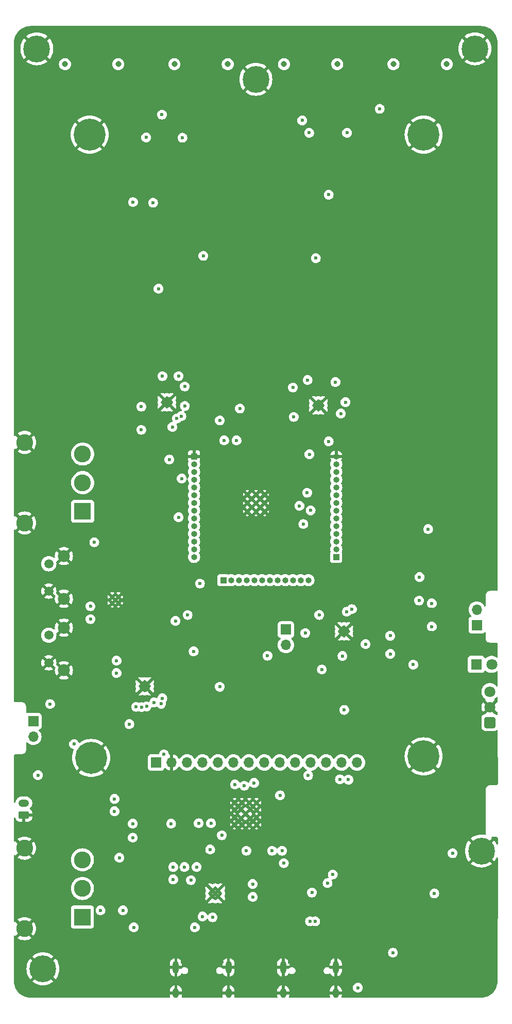
<source format=gbr>
%TF.GenerationSoftware,KiCad,Pcbnew,8.0.7*%
%TF.CreationDate,2025-02-17T14:25:55+00:00*%
%TF.ProjectId,PCB V3.1,50434220-5633-42e3-912e-6b696361645f,rev?*%
%TF.SameCoordinates,Original*%
%TF.FileFunction,Copper,L2,Inr*%
%TF.FilePolarity,Positive*%
%FSLAX46Y46*%
G04 Gerber Fmt 4.6, Leading zero omitted, Abs format (unit mm)*
G04 Created by KiCad (PCBNEW 8.0.7) date 2025-02-17 14:25:55*
%MOMM*%
%LPD*%
G01*
G04 APERTURE LIST*
G04 Aperture macros list*
%AMRoundRect*
0 Rectangle with rounded corners*
0 $1 Rounding radius*
0 $2 $3 $4 $5 $6 $7 $8 $9 X,Y pos of 4 corners*
0 Add a 4 corners polygon primitive as box body*
4,1,4,$2,$3,$4,$5,$6,$7,$8,$9,$2,$3,0*
0 Add four circle primitives for the rounded corners*
1,1,$1+$1,$2,$3*
1,1,$1+$1,$4,$5*
1,1,$1+$1,$6,$7*
1,1,$1+$1,$8,$9*
0 Add four rect primitives between the rounded corners*
20,1,$1+$1,$2,$3,$4,$5,0*
20,1,$1+$1,$4,$5,$6,$7,0*
20,1,$1+$1,$6,$7,$8,$9,0*
20,1,$1+$1,$8,$9,$2,$3,0*%
G04 Aperture macros list end*
%TA.AperFunction,ComponentPad*%
%ADD10C,0.700000*%
%TD*%
%TA.AperFunction,ComponentPad*%
%ADD11C,4.400000*%
%TD*%
%TA.AperFunction,ComponentPad*%
%ADD12C,0.500000*%
%TD*%
%TA.AperFunction,ComponentPad*%
%ADD13C,1.515000*%
%TD*%
%TA.AperFunction,ComponentPad*%
%ADD14C,1.980000*%
%TD*%
%TA.AperFunction,ComponentPad*%
%ADD15R,1.000000X1.000000*%
%TD*%
%TA.AperFunction,ComponentPad*%
%ADD16O,1.000000X1.000000*%
%TD*%
%TA.AperFunction,ComponentPad*%
%ADD17RoundRect,0.250200X0.649800X-0.649800X0.649800X0.649800X-0.649800X0.649800X-0.649800X-0.649800X0*%
%TD*%
%TA.AperFunction,ComponentPad*%
%ADD18C,1.800000*%
%TD*%
%TA.AperFunction,ComponentPad*%
%ADD19O,1.000000X2.100000*%
%TD*%
%TA.AperFunction,ComponentPad*%
%ADD20O,1.000000X1.600000*%
%TD*%
%TA.AperFunction,ComponentPad*%
%ADD21R,1.700000X1.700000*%
%TD*%
%TA.AperFunction,ComponentPad*%
%ADD22O,1.700000X1.700000*%
%TD*%
%TA.AperFunction,ComponentPad*%
%ADD23C,0.800000*%
%TD*%
%TA.AperFunction,ComponentPad*%
%ADD24C,5.250000*%
%TD*%
%TA.AperFunction,ComponentPad*%
%ADD25C,0.970000*%
%TD*%
%TA.AperFunction,ComponentPad*%
%ADD26R,1.800000X1.800000*%
%TD*%
%TA.AperFunction,ComponentPad*%
%ADD27RoundRect,0.250000X0.625000X-0.350000X0.625000X0.350000X-0.625000X0.350000X-0.625000X-0.350000X0*%
%TD*%
%TA.AperFunction,ComponentPad*%
%ADD28O,1.750000X1.200000*%
%TD*%
%TA.AperFunction,ComponentPad*%
%ADD29R,2.775000X2.775000*%
%TD*%
%TA.AperFunction,ComponentPad*%
%ADD30C,2.775000*%
%TD*%
%TA.AperFunction,ViaPad*%
%ADD31C,0.600000*%
%TD*%
G04 APERTURE END LIST*
D10*
%TO.N,GND*%
%TO.C,H1*%
X66473500Y-178487200D03*
X66956774Y-177320474D03*
X66956774Y-179653926D03*
X68123500Y-176837200D03*
D11*
X68123500Y-178487200D03*
D10*
X68123500Y-180137200D03*
X69290226Y-177320474D03*
X69290226Y-179653926D03*
X69773500Y-178487200D03*
%TD*%
D12*
%TO.N,GND*%
%TO.C,IC4*%
X116834500Y-122312200D03*
X116834500Y-123074200D03*
X116834500Y-123836200D03*
X117596500Y-122312200D03*
X117596500Y-123074200D03*
X117596500Y-123836200D03*
X118358500Y-122312200D03*
X118358500Y-123074200D03*
X118358500Y-123836200D03*
%TD*%
%TO.N,GND*%
%TO.C,IC6*%
X112643500Y-86752200D03*
X113405500Y-86752200D03*
X114167500Y-86752200D03*
X112643500Y-85990200D03*
X113405500Y-85990200D03*
X114167500Y-85990200D03*
X112643500Y-85228200D03*
X113405500Y-85228200D03*
X114167500Y-85228200D03*
%TD*%
D13*
%TO.N,/EN{slash}RESET*%
%TO.C,RESET1*%
X69082500Y-111986200D03*
%TO.N,GND*%
X69082500Y-116486200D03*
D14*
X71572500Y-110731200D03*
X71572500Y-117741200D03*
%TD*%
D15*
%TO.N,/IO0*%
%TO.C,J10*%
X116326500Y-110882200D03*
D16*
%TO.N,/GPIO35_SCREEN_T_IRQ*%
X116326500Y-109612200D03*
%TO.N,/GPIO36_SCREEN_T_CS*%
X116326500Y-108342200D03*
%TO.N,/GPIO37_IR_RECEIVER*%
X116326500Y-107072200D03*
%TO.N,/GPIO38_IR_LED*%
X116326500Y-105802200D03*
%TO.N,/GPIO39_HSPI_SCK*%
X116326500Y-104532200D03*
%TO.N,/GPIO40_HSPI_MOSI*%
X116326500Y-103262200D03*
%TO.N,/GPIO41_HSPI_MISO*%
X116326500Y-101992200D03*
%TO.N,/GPIO42_SD_CARD_CS*%
X116326500Y-100722200D03*
%TO.N,/RX*%
X116326500Y-99452200D03*
%TO.N,/TX*%
X116326500Y-98182200D03*
%TO.N,/GPIO2_SCREEN_D{slash}C*%
X116326500Y-96912200D03*
%TO.N,/GPIO1_SCREEN_CS*%
X116326500Y-95642200D03*
%TO.N,GND*%
X116326500Y-94372200D03*
%TD*%
D17*
%TO.N,/GPIO37_IR_RECEIVER*%
%TO.C,U5*%
X141598500Y-138060200D03*
D18*
%TO.N,GND*%
X141598500Y-135520200D03*
%TO.N,+3V3*%
X141598500Y-132980200D03*
%TD*%
D12*
%TO.N,GND*%
%TO.C,U6*%
X95562500Y-165206200D03*
X95562500Y-166095200D03*
X95562500Y-166984200D03*
X96451500Y-165206200D03*
X96451500Y-166095200D03*
X96451500Y-166984200D03*
X97340500Y-165206200D03*
X97340500Y-166095200D03*
X97340500Y-166984200D03*
%TD*%
D19*
%TO.N,GND*%
%TO.C,USB_OTG1*%
X107623500Y-178257200D03*
D20*
X107623500Y-182437200D03*
D19*
X116263500Y-178257200D03*
D20*
X116263500Y-182437200D03*
%TD*%
D19*
%TO.N,GND*%
%TO.C,USB_UART1*%
X89983500Y-178257200D03*
D20*
X89983500Y-182437200D03*
D19*
X98623500Y-178257200D03*
D20*
X98623500Y-182437200D03*
%TD*%
D21*
%TO.N,+3V3*%
%TO.C,SCREEN1*%
X86742400Y-144619700D03*
D22*
%TO.N,GND*%
X89282400Y-144619700D03*
%TO.N,/GPIO1_SCREEN_CS*%
X91822400Y-144619700D03*
%TO.N,/EN{slash}RESET*%
X94362400Y-144619700D03*
%TO.N,/GPIO2_SCREEN_D{slash}C*%
X96902400Y-144619700D03*
%TO.N,/GPIO40_HSPI_MOSI*%
X99442400Y-144619700D03*
%TO.N,/GPIO39_HSPI_SCK*%
X101982400Y-144619700D03*
%TO.N,+3V3*%
X104522400Y-144619700D03*
%TO.N,unconnected-(SCREEN1-SDO(MISO)-Pad9)*%
X107062400Y-144619700D03*
%TO.N,/GPIO39_HSPI_SCK*%
X109602400Y-144619700D03*
%TO.N,/GPIO36_SCREEN_T_CS*%
X112142400Y-144619700D03*
%TO.N,/GPIO40_HSPI_MOSI*%
X114682400Y-144619700D03*
%TO.N,/GPIO41_HSPI_MISO*%
X117222400Y-144619700D03*
%TO.N,/GPIO35_SCREEN_T_IRQ*%
X119762400Y-144619700D03*
D23*
%TO.N,GND*%
X73652400Y-41579700D03*
X73906400Y-143873700D03*
X74414400Y-39882644D03*
X74414400Y-43276756D03*
X74668400Y-142176644D03*
X74668400Y-145570756D03*
X75802400Y-39499700D03*
D24*
X75802400Y-41579700D03*
D23*
X75802400Y-43817700D03*
X76056400Y-141793700D03*
D24*
X76056400Y-143873700D03*
D23*
X76056400Y-146111700D03*
X77208400Y-39882644D03*
X77208400Y-43276756D03*
X77462400Y-142176644D03*
X77462400Y-145570756D03*
X77970400Y-41579700D03*
X78224400Y-143873700D03*
X128552400Y-41579700D03*
X128552400Y-143619700D03*
X129314400Y-39882644D03*
X129314400Y-43276756D03*
X129314400Y-141922644D03*
X129314400Y-145316756D03*
X130702400Y-39499700D03*
D24*
X130702400Y-41579700D03*
D23*
X130702400Y-43817700D03*
X130702400Y-141539700D03*
D24*
X130702400Y-143619700D03*
D23*
X130702400Y-145857700D03*
X132108400Y-39882644D03*
X132108400Y-43276756D03*
X132108400Y-141922644D03*
X132108400Y-145316756D03*
X132870400Y-41579700D03*
X132870400Y-143619700D03*
%TD*%
D10*
%TO.N,GND*%
%TO.C,H3*%
X65473500Y-27487200D03*
X65956774Y-26320474D03*
X65956774Y-28653926D03*
X67123500Y-25837200D03*
D11*
X67123500Y-27487200D03*
D10*
X67123500Y-29137200D03*
X68290226Y-26320474D03*
X68290226Y-28653926D03*
X68773500Y-27487200D03*
%TD*%
D12*
%TO.N,GND*%
%TO.C,IC3*%
X99632500Y-154824200D03*
X100832500Y-154824200D03*
X102032500Y-154824200D03*
X103232500Y-154824200D03*
X100670500Y-153786200D03*
X102194500Y-153786200D03*
X99632500Y-153624200D03*
X103232500Y-153624200D03*
X101432500Y-153024200D03*
X99632500Y-152424200D03*
X103232500Y-152424200D03*
X100670500Y-152262200D03*
X102194500Y-152262200D03*
X99632500Y-151224200D03*
X100832500Y-151224200D03*
X102032500Y-151224200D03*
X103232500Y-151224200D03*
%TD*%
D25*
%TO.N,N/C*%
%TO.C,AE7*%
X98503500Y-29997200D03*
X89743500Y-29997200D03*
%TD*%
D26*
%TO.N,Net-(D4-K)*%
%TO.C,D4*%
X139348500Y-128520200D03*
D18*
%TO.N,+3V3*%
X141888500Y-128520200D03*
%TD*%
D10*
%TO.N,GND*%
%TO.C,H2*%
X138552500Y-159142200D03*
X139035774Y-157975474D03*
X139035774Y-160308926D03*
X140202500Y-157492200D03*
D11*
X140202500Y-159142200D03*
D10*
X140202500Y-160792200D03*
X141369226Y-157975474D03*
X141369226Y-160308926D03*
X141852500Y-159142200D03*
%TD*%
D27*
%TO.N,GND*%
%TO.C,JSTPH1*%
X64987000Y-153273000D03*
D28*
%TO.N,+V_BAT*%
X64987000Y-151273000D03*
%TD*%
D21*
%TO.N,Net-(D1-K)*%
%TO.C,J1*%
X66542500Y-137826200D03*
D22*
%TO.N,Net-(D1-A)*%
X66542500Y-140366200D03*
%TD*%
D12*
%TO.N,GND*%
%TO.C,U10*%
X84100500Y-132885700D03*
X84862500Y-132885700D03*
X85624500Y-132885700D03*
X84100500Y-132123700D03*
X84862500Y-132123700D03*
X85624500Y-132123700D03*
X84100500Y-131361700D03*
X84862500Y-131361700D03*
X85624500Y-131361700D03*
%TD*%
D25*
%TO.N,N/C*%
%TO.C,AE1*%
X80503500Y-29997200D03*
X71743500Y-29997200D03*
%TD*%
D13*
%TO.N,/IO0*%
%TO.C,BOOT1*%
X69082500Y-123741200D03*
%TO.N,GND*%
X69082500Y-128241200D03*
D14*
X71572500Y-122486200D03*
X71572500Y-129496200D03*
%TD*%
D25*
%TO.N,N/C*%
%TO.C,AE3*%
X134503500Y-29997200D03*
X125743500Y-29997200D03*
%TD*%
D10*
%TO.N,GND*%
%TO.C,H5*%
X101473500Y-32487200D03*
X101956774Y-31320474D03*
X101956774Y-33653926D03*
X103123500Y-30837200D03*
D11*
X103123500Y-32487200D03*
D10*
X103123500Y-34137200D03*
X104290226Y-31320474D03*
X104290226Y-33653926D03*
X104773500Y-32487200D03*
%TD*%
D29*
%TO.N,unconnected-(ANT_SW1-NC-Pad1)*%
%TO.C,ANT_SW1*%
X74653500Y-103392200D03*
D30*
%TO.N,+3V3*%
X74653500Y-98692200D03*
%TO.N,/ANT_SWITCH_OUT*%
X74653500Y-93992200D03*
%TO.N,GND*%
X65123500Y-105297200D03*
X65123500Y-92087200D03*
%TD*%
D10*
%TO.N,GND*%
%TO.C,H4*%
X137473500Y-27487200D03*
X137956774Y-26320474D03*
X137956774Y-28653926D03*
X139123500Y-25837200D03*
D11*
X139123500Y-27487200D03*
D10*
X139123500Y-29137200D03*
X140290226Y-26320474D03*
X140290226Y-28653926D03*
X140773500Y-27487200D03*
%TD*%
D21*
%TO.N,/C2+*%
%TO.C,J2*%
X108077000Y-122804000D03*
D22*
%TO.N,/C2-*%
X108077000Y-125344000D03*
%TD*%
D21*
%TO.N,Net-(IC5-COM)*%
%TO.C,J6*%
X139440500Y-122063200D03*
D22*
%TO.N,Net-(IC7-COM)*%
X139440500Y-119523200D03*
%TD*%
D15*
%TO.N,GND*%
%TO.C,J8*%
X92958500Y-94372200D03*
D16*
%TO.N,+3V3*%
X92958500Y-95642200D03*
%TO.N,/EN{slash}RESET*%
X92958500Y-96912200D03*
%TO.N,/GPIO4_ADC1_3_BAT\u0025*%
X92958500Y-98182200D03*
%TO.N,/GPIO5_NRF24_CE*%
X92958500Y-99452200D03*
%TO.N,/GPIO6_NRF24_CSN*%
X92958500Y-100722200D03*
%TO.N,/GPIO7_NRF24_IRQ*%
X92958500Y-101992200D03*
%TO.N,/GPIO15_VSPI_MISO*%
X92958500Y-103262200D03*
%TO.N,/GPIO16_VSPI_MOSI*%
X92958500Y-104532200D03*
%TO.N,/GPIO17_VSPI_SCK*%
X92958500Y-105802200D03*
%TO.N,/GPIO18_VIBRO*%
X92958500Y-107072200D03*
%TO.N,/GPIO8_CC1101A_CS*%
X92958500Y-108342200D03*
%TO.N,/D-*%
X92958500Y-109612200D03*
%TO.N,/D+*%
X92958500Y-110882200D03*
%TD*%
D12*
%TO.N,GND*%
%TO.C,IC2*%
X89275500Y-86244200D03*
X89275500Y-85482200D03*
X89275500Y-84720200D03*
X88513500Y-86244200D03*
X88513500Y-85482200D03*
X88513500Y-84720200D03*
X87751500Y-86244200D03*
X87751500Y-85482200D03*
X87751500Y-84720200D03*
%TD*%
%TO.N,GND*%
%TO.C,U12*%
X79508500Y-118426000D03*
X80524500Y-118426000D03*
X80016500Y-117918000D03*
X79508500Y-117410000D03*
X80524500Y-117410000D03*
%TD*%
%TO.N,GND*%
%TO.C,U9*%
X103147500Y-102035200D03*
X101747500Y-100635200D03*
X101747500Y-102035200D03*
X101747500Y-103435200D03*
X103147500Y-103435200D03*
X104547500Y-103435200D03*
X104547500Y-102035200D03*
X104547500Y-100635200D03*
X103147500Y-100635200D03*
%TD*%
D29*
%TO.N,unconnected-(PWR_SW1-NC-Pad1)*%
%TO.C,PWR_SW1*%
X74623500Y-169987200D03*
D30*
%TO.N,+V_BAT*%
X74623500Y-165287200D03*
%TO.N,Net-(PWR_SW1-OUT)*%
X74623500Y-160587200D03*
%TO.N,GND*%
X65093500Y-171892200D03*
X65093500Y-158682200D03*
%TD*%
D15*
%TO.N,/GPIO3_CC1101B_CS*%
%TO.C,J9*%
X97784500Y-114692200D03*
D16*
%TO.N,/ESP32_PIN16_DNC*%
X99054500Y-114692200D03*
%TO.N,/GPIO9_CC1101A_GD0*%
X100324500Y-114692200D03*
%TO.N,/GPIO10_CC1101A_CTRL*%
X101594500Y-114692200D03*
%TO.N,/GPIO11_CC1101B_GD0*%
X102864500Y-114692200D03*
%TO.N,/GPIO12_CC1101B_CTRL*%
X104134500Y-114692200D03*
%TO.N,/GPIO13_RDM630_CTRL*%
X105404500Y-114692200D03*
%TO.N,/GPIO14_RDM630_TX*%
X106674500Y-114692200D03*
%TO.N,/GPIO21_RDM630_RX*%
X107944500Y-114692200D03*
%TO.N,/GPIO47_RDM630_EMULATION*%
X109214500Y-114692200D03*
%TO.N,/GPIO48_PN532_CS*%
X110484500Y-114692200D03*
%TO.N,/ESP32_PIN26_DNC*%
X111754500Y-114692200D03*
%TD*%
D25*
%TO.N,N/C*%
%TO.C,AE5*%
X116503500Y-29997200D03*
X107743500Y-29997200D03*
%TD*%
D31*
%TO.N,GND*%
X79941500Y-154897500D03*
X121047500Y-92340200D03*
X91974000Y-129932500D03*
X87761500Y-79261500D03*
X78215000Y-133996500D03*
X69606500Y-144410500D03*
X117707500Y-175017500D03*
X108794000Y-39243000D03*
X112531500Y-161389500D03*
X105647500Y-161135500D03*
X87116500Y-76508200D03*
X83697500Y-128623500D03*
X107401500Y-87895200D03*
X74654500Y-107707500D03*
X136138500Y-96912500D03*
X137773500Y-182466000D03*
X128223500Y-103262500D03*
X80237000Y-107072500D03*
X113665000Y-32766000D03*
X82173500Y-134465500D03*
X113030000Y-49034500D03*
X100054500Y-175017500D03*
X113751000Y-36957000D03*
X81719500Y-179324500D03*
X90805000Y-67437000D03*
X87540000Y-169905500D03*
X87540000Y-161777500D03*
X133344500Y-111605500D03*
X73105500Y-140092500D03*
X86233000Y-54696000D03*
X86989500Y-91412500D03*
X131312500Y-151728500D03*
X87540000Y-163809500D03*
X78215000Y-129932500D03*
X104917500Y-147966500D03*
X82341500Y-90015500D03*
X124835500Y-89567700D03*
X119882500Y-151781500D03*
X107389500Y-165707500D03*
X124454500Y-153786500D03*
X82312000Y-100976500D03*
X84513500Y-165565500D03*
X122301000Y-61362500D03*
X124454500Y-149749500D03*
X85233000Y-70369200D03*
X83947000Y-49911000D03*
X75940500Y-123095500D03*
X77909500Y-154897500D03*
X84513500Y-179287500D03*
X113157000Y-59711500D03*
X97921500Y-89802500D03*
X116326500Y-115032500D03*
X83189500Y-174724500D03*
X124079000Y-40259000D03*
X133731000Y-161039000D03*
X119761000Y-57425500D03*
X136101500Y-94372200D03*
X129921000Y-161039000D03*
X94492500Y-174089500D03*
X111246500Y-125319200D03*
X125435000Y-37338000D03*
X89402500Y-91498500D03*
X126740500Y-149749500D03*
X90418500Y-79261500D03*
X84513500Y-169375500D03*
X129301500Y-126630500D03*
X98419500Y-80783200D03*
X95805500Y-80917200D03*
X117053000Y-51435000D03*
X87116500Y-64910500D03*
X98578000Y-134250500D03*
X113397500Y-94315200D03*
X82887500Y-152365500D03*
X91053500Y-177342500D03*
X113157000Y-125319200D03*
X89085500Y-147045500D03*
X73055500Y-137903500D03*
X103641500Y-161135500D03*
X138175500Y-114692500D03*
X111039000Y-61849000D03*
X97553500Y-177342500D03*
X119882500Y-146955500D03*
X82312000Y-113168500D03*
X93615000Y-51319200D03*
X118159500Y-82180200D03*
X81665500Y-131417500D03*
X119882500Y-179630500D03*
X124623500Y-181466000D03*
X127613500Y-179066000D03*
X87608500Y-115962500D03*
X128285500Y-100468500D03*
X107274500Y-83069200D03*
X115193500Y-177342500D03*
X111627500Y-79896500D03*
X92075000Y-37719000D03*
X82306500Y-124111500D03*
X117006500Y-90015500D03*
X122274500Y-90068200D03*
X132044500Y-123262500D03*
X91552500Y-57288200D03*
X88513500Y-57288200D03*
X88904500Y-100659500D03*
X131312500Y-155808500D03*
X87540000Y-165841500D03*
X117475000Y-62484000D03*
X108693500Y-177342500D03*
X84646000Y-149077500D03*
X138163500Y-100976500D03*
X130026500Y-116470500D03*
X67304500Y-144410500D03*
X102196000Y-66394500D03*
X136113500Y-98944500D03*
X106198500Y-175017500D03*
X87376000Y-71755000D03*
X82481500Y-147807500D03*
X70776000Y-175239500D03*
X82341500Y-86205500D03*
X130448500Y-138328500D03*
X78252500Y-131964500D03*
X111510500Y-174216500D03*
X71114500Y-157364500D03*
X75940500Y-116956500D03*
X133090500Y-100468500D03*
X109220000Y-57552500D03*
X121421000Y-49013000D03*
X91974000Y-131964500D03*
X87540000Y-167873500D03*
X107249500Y-85482200D03*
X74861500Y-178221500D03*
X95752500Y-152516500D03*
X115316000Y-64135000D03*
X93720500Y-157364500D03*
X98546500Y-83323200D03*
X117047500Y-91920500D03*
X80237000Y-105040500D03*
X82341500Y-88110500D03*
X133344500Y-129462500D03*
X132044500Y-119452500D03*
X103641500Y-158976500D03*
X91059000Y-63754000D03*
X136079500Y-106056500D03*
X117215500Y-73311700D03*
X94578500Y-84339200D03*
X132245500Y-94245200D03*
X110766500Y-51793500D03*
X96100000Y-64319500D03*
X121882500Y-179630500D03*
X82312000Y-111136500D03*
X121433000Y-43933000D03*
X117215500Y-69374700D03*
X127405500Y-123770500D03*
X117358500Y-129170500D03*
X136138500Y-108342500D03*
X88656500Y-175017500D03*
X136271000Y-165989000D03*
X98578000Y-136536500D03*
X119810500Y-85482200D03*
X126740500Y-153786500D03*
X113288500Y-154404500D03*
X93720500Y-152516500D03*
X91540000Y-59320200D03*
X113309500Y-152118500D03*
X98132000Y-72258000D03*
X117348000Y-46959500D03*
X96438000Y-61468000D03*
X125148500Y-134758500D03*
X91059000Y-44028000D03*
X111383500Y-73886500D03*
X100164000Y-72258000D03*
X99953500Y-89802500D03*
X77888000Y-152633500D03*
X119882500Y-155861500D03*
X89535000Y-69850000D03*
X130010500Y-111952500D03*
X77888000Y-150601500D03*
X134644500Y-119452500D03*
X95897500Y-94315200D03*
X80264000Y-50165000D03*
X112531500Y-159230500D03*
X79433500Y-179324500D03*
X78215000Y-127900500D03*
%TO.N,+3V3*%
X87761500Y-81211500D03*
X84291500Y-86205500D03*
X90418500Y-81211500D03*
X94488000Y-61468000D03*
X115097500Y-91920500D03*
X132044500Y-122312500D03*
X115103000Y-51435000D03*
X102843500Y-147966500D03*
X121162500Y-125194500D03*
X110744000Y-39243000D03*
X79900500Y-150601500D03*
X93720500Y-154591500D03*
X86233000Y-52746000D03*
X80227500Y-127900500D03*
X117358500Y-127138500D03*
X119882500Y-181580500D03*
X88904500Y-94896200D03*
X67304500Y-146696500D03*
X107721500Y-161135500D03*
X111627500Y-81846500D03*
X80227500Y-129932500D03*
X84291500Y-90015500D03*
X111246500Y-123369200D03*
X82887500Y-154665500D03*
X87116500Y-66860500D03*
X75940500Y-121083500D03*
X95752500Y-154591500D03*
X109351500Y-87895200D03*
X109224500Y-83069200D03*
X79900500Y-152633500D03*
X89187500Y-154665500D03*
X91059000Y-42078000D03*
X107430500Y-159103500D03*
X69311500Y-135028500D03*
X97921500Y-91752500D03*
X117860500Y-85482200D03*
X116209500Y-82180200D03*
X123485000Y-37338000D03*
X112344500Y-165961500D03*
X99953500Y-91752500D03*
X112989000Y-61849000D03*
X75940500Y-118969500D03*
X132044500Y-118502500D03*
X89402500Y-89548500D03*
%TO.N,+5V*%
X130026500Y-114184500D03*
X80690800Y-160253500D03*
X82887500Y-156965500D03*
X83062500Y-171676500D03*
X125216500Y-126796500D03*
X93095500Y-171676500D03*
%TO.N,+3.3VA*%
X89552500Y-161777500D03*
X91387500Y-161777500D03*
X89552500Y-163809500D03*
%TO.N,/IO0*%
X91902200Y-120405700D03*
X95616600Y-158900500D03*
%TO.N,/EN{slash}RESET*%
X93928000Y-115249100D03*
X97533400Y-156560000D03*
%TO.N,/GPIO48_PN532_CS*%
X101223500Y-148435500D03*
X105033500Y-127099500D03*
%TO.N,/GPIO40_HSPI_MOSI*%
X87559200Y-134981900D03*
X112125400Y-103231600D03*
X114913200Y-164419500D03*
X90128200Y-88151700D03*
X88012400Y-143282200D03*
X132461000Y-166116000D03*
%TO.N,/GPIO41_HSPI_MISO*%
X125656800Y-175841200D03*
X91446500Y-86104000D03*
X99699500Y-148232700D03*
X116944300Y-147389800D03*
X86414500Y-134773500D03*
%TO.N,/GPIO39_HSPI_SCK*%
X85161200Y-135416000D03*
X90886200Y-87764900D03*
X117663700Y-135983000D03*
%TO.N,/GPIO8_CC1101A_CS*%
X90428500Y-104366500D03*
X90936500Y-98016500D03*
X91444500Y-82903500D03*
%TO.N,/GPIO17_VSPI_SCK*%
X110933800Y-105479700D03*
%TO.N,/GPIO15_VSPI_MISO*%
X111562700Y-100345300D03*
%TO.N,/GPIO16_VSPI_MOSI*%
X110292000Y-102494500D03*
%TO.N,/GPIO3_CC1101B_CS*%
X100498100Y-86529100D03*
X117091800Y-87355700D03*
%TO.N,/GPIO21_RDM630_RX*%
X118922500Y-119455700D03*
%TO.N,/GPIO14_RDM630_TX*%
X118061000Y-119874000D03*
%TO.N,/GPIO13_RDM630_CTRL*%
X129965300Y-118042100D03*
%TO.N,/GPIO18_VIBRO*%
X76568500Y-108464900D03*
%TO.N,/GPIO4_ADC1_3_BAT\u0025*%
X73239300Y-141605000D03*
X82338900Y-138316900D03*
%TO.N,/GPIO5_NRF24_CE*%
X89920500Y-121384500D03*
X83443500Y-135481500D03*
%TO.N,/GPIO11_CC1101B_GD0*%
X111927500Y-94030800D03*
%TO.N,/GPIO6_NRF24_CSN*%
X84332500Y-135541500D03*
%TO.N,/GPIO9_CC1101A_GD0*%
X97196900Y-88478000D03*
%TO.N,/GPIO7_NRF24_IRQ*%
X87754600Y-134078300D03*
%TO.N,/GPIO1_SCREEN_CS*%
X113538000Y-120399000D03*
X92904900Y-126376100D03*
%TO.N,/GPIO47_RDM630_EMULATION*%
X125213900Y-123821300D03*
%TO.N,/GPIO42_SD_CARD_CS*%
X135467400Y-159512000D03*
X131435100Y-106322700D03*
%TO.N,/GPIO36_SCREEN_T_CS*%
X111713000Y-146745000D03*
X118340000Y-147443300D03*
%TO.N,/GPIO2_SCREEN_D{slash}C*%
X113973300Y-129363400D03*
X97196900Y-132189000D03*
%TO.N,/GPIO38_IR_LED*%
X128997100Y-128559800D03*
%TO.N,Net-(U6-~{RST})*%
X93387500Y-161777500D03*
X96016500Y-170025500D03*
%TO.N,/RX*%
X102614500Y-166684500D03*
X115767300Y-163000100D03*
%TO.N,/TX*%
X102604500Y-164564500D03*
X107097500Y-150025900D03*
%TO.N,Net-(U6-D-)*%
X94365500Y-169898500D03*
X92460500Y-163929500D03*
%TO.N,/D+*%
X112882500Y-170688500D03*
%TO.N,/D-*%
X112032500Y-170688500D03*
%TO.N,Net-(IC1-VIN)*%
X77583500Y-168889200D03*
%TO.N,Net-(IC3-TVDD)*%
X101567000Y-159103500D03*
X105795500Y-159103500D03*
%TO.N,Net-(IC1-SW)*%
X81283500Y-168889200D03*
%TO.N,/ANT_SWITCH_OUT*%
X82935500Y-52649900D03*
X87693500Y-38290500D03*
X85090000Y-42037000D03*
X118110000Y-41275000D03*
X111887000Y-41275000D03*
%TD*%
%TA.AperFunction,Conductor*%
%TO.N,GND*%
G36*
X140126971Y-23737918D02*
G01*
X140167487Y-23740193D01*
X140424399Y-23754620D01*
X140438202Y-23756176D01*
X140670409Y-23795630D01*
X140728450Y-23805492D01*
X140742007Y-23808586D01*
X141024910Y-23890089D01*
X141038034Y-23894682D01*
X141189998Y-23957627D01*
X141310031Y-24007346D01*
X141322531Y-24013365D01*
X141580244Y-24155799D01*
X141591984Y-24163176D01*
X141832109Y-24333555D01*
X141842958Y-24342207D01*
X142062489Y-24538394D01*
X142072316Y-24548221D01*
X142268494Y-24767746D01*
X142277164Y-24778618D01*
X142447526Y-25018722D01*
X142454924Y-25030496D01*
X142597333Y-25288169D01*
X142603366Y-25300698D01*
X142716024Y-25572683D01*
X142720617Y-25585808D01*
X142802118Y-25868711D01*
X142805212Y-25882268D01*
X142854524Y-26172509D01*
X142856081Y-26186327D01*
X142872805Y-26484157D01*
X142873000Y-26491109D01*
X142873000Y-26542038D01*
X142873011Y-26542167D01*
X142892435Y-116155523D01*
X142892434Y-116155556D01*
X142892444Y-116196077D01*
X142890921Y-116215482D01*
X142883323Y-116263514D01*
X142871336Y-116300425D01*
X142853749Y-116334949D01*
X142830937Y-116366348D01*
X142803537Y-116393746D01*
X142772139Y-116416554D01*
X142737613Y-116434140D01*
X142700701Y-116446126D01*
X142652482Y-116453751D01*
X142633078Y-116455273D01*
X142617328Y-116455268D01*
X142598854Y-116455263D01*
X142598853Y-116455263D01*
X142588204Y-116455260D01*
X142588020Y-116455276D01*
X141697874Y-116455276D01*
X141697689Y-116455260D01*
X141694272Y-116455261D01*
X141694176Y-116455233D01*
X141569255Y-116455266D01*
X141568963Y-116455267D01*
X141532721Y-116462485D01*
X141423994Y-116484139D01*
X141423990Y-116484140D01*
X141287450Y-116540724D01*
X141287446Y-116540725D01*
X141287444Y-116540727D01*
X141287439Y-116540729D01*
X141287436Y-116540732D01*
X141164556Y-116622854D01*
X141164549Y-116622860D01*
X141060032Y-116727383D01*
X141060029Y-116727387D01*
X140977909Y-116850280D01*
X140977906Y-116850285D01*
X140921325Y-116986839D01*
X140892464Y-117131801D01*
X140892463Y-117131811D01*
X140892459Y-117144889D01*
X140892447Y-117145035D01*
X140892447Y-117205746D01*
X140892433Y-117260705D01*
X140892447Y-117260862D01*
X140892447Y-118882026D01*
X140872762Y-118949065D01*
X140819958Y-118994820D01*
X140750800Y-119004764D01*
X140687244Y-118975739D01*
X140656065Y-118934431D01*
X140614535Y-118845371D01*
X140614534Y-118845369D01*
X140478994Y-118651797D01*
X140311902Y-118484706D01*
X140311895Y-118484701D01*
X140286955Y-118467238D01*
X140228062Y-118426000D01*
X140118334Y-118349167D01*
X140118330Y-118349165D01*
X140062755Y-118323250D01*
X139904163Y-118249297D01*
X139904159Y-118249296D01*
X139904155Y-118249294D01*
X139675913Y-118188138D01*
X139675903Y-118188136D01*
X139440501Y-118167541D01*
X139440499Y-118167541D01*
X139205096Y-118188136D01*
X139205086Y-118188138D01*
X138976844Y-118249294D01*
X138976835Y-118249298D01*
X138762671Y-118349164D01*
X138762669Y-118349165D01*
X138569097Y-118484705D01*
X138402005Y-118651797D01*
X138266465Y-118845369D01*
X138266464Y-118845371D01*
X138166598Y-119059535D01*
X138166594Y-119059544D01*
X138105438Y-119287786D01*
X138105436Y-119287796D01*
X138084841Y-119523199D01*
X138084841Y-119523200D01*
X138105436Y-119758603D01*
X138105438Y-119758613D01*
X138166594Y-119986855D01*
X138166596Y-119986859D01*
X138166597Y-119986863D01*
X138212600Y-120085516D01*
X138266465Y-120201030D01*
X138266467Y-120201034D01*
X138343089Y-120310461D01*
X138402001Y-120394596D01*
X138402006Y-120394602D01*
X138523930Y-120516526D01*
X138557415Y-120577849D01*
X138552431Y-120647541D01*
X138510559Y-120703474D01*
X138479583Y-120720389D01*
X138348169Y-120769403D01*
X138348164Y-120769406D01*
X138232955Y-120855652D01*
X138232952Y-120855655D01*
X138146706Y-120970864D01*
X138146702Y-120970871D01*
X138096408Y-121105717D01*
X138090001Y-121165316D01*
X138090000Y-121165335D01*
X138090000Y-122961070D01*
X138090001Y-122961076D01*
X138096408Y-123020683D01*
X138146702Y-123155528D01*
X138146706Y-123155535D01*
X138232952Y-123270744D01*
X138232955Y-123270747D01*
X138348164Y-123356993D01*
X138348171Y-123356997D01*
X138483017Y-123407291D01*
X138483016Y-123407291D01*
X138489944Y-123408035D01*
X138542627Y-123413700D01*
X140338372Y-123413699D01*
X140397983Y-123407291D01*
X140532831Y-123356996D01*
X140648046Y-123270746D01*
X140669181Y-123242513D01*
X140725113Y-123200642D01*
X140794805Y-123195658D01*
X140856128Y-123229142D01*
X140889613Y-123290465D01*
X140892447Y-123316824D01*
X140892447Y-124154377D01*
X140892425Y-124154448D01*
X140892421Y-124279686D01*
X140921258Y-124424684D01*
X140921258Y-124424686D01*
X140941104Y-124472599D01*
X140977836Y-124561281D01*
X140977837Y-124561282D01*
X140977839Y-124561286D01*
X141008163Y-124606669D01*
X141059974Y-124684209D01*
X141164518Y-124788748D01*
X141164521Y-124788750D01*
X141287443Y-124870878D01*
X141287446Y-124870879D01*
X141287449Y-124870881D01*
X141424043Y-124927450D01*
X141569048Y-124956282D01*
X141642966Y-124956276D01*
X141642972Y-124956276D01*
X142633157Y-124956276D01*
X142652564Y-124957804D01*
X142670601Y-124960662D01*
X142700628Y-124965420D01*
X142737517Y-124977408D01*
X142772076Y-124995019D01*
X142803459Y-125017822D01*
X142830886Y-125045251D01*
X142853687Y-125076635D01*
X142871294Y-125111191D01*
X142883282Y-125148082D01*
X142890920Y-125196293D01*
X142892447Y-125215690D01*
X142892448Y-125260490D01*
X142892476Y-125260810D01*
X142893581Y-127274056D01*
X142873933Y-127341106D01*
X142821154Y-127386890D01*
X142752001Y-127396872D01*
X142693418Y-127371977D01*
X142657128Y-127343731D01*
X142453004Y-127233264D01*
X142452995Y-127233261D01*
X142233484Y-127157902D01*
X142042950Y-127126108D01*
X142004549Y-127119700D01*
X141772451Y-127119700D01*
X141734050Y-127126108D01*
X141543515Y-127157902D01*
X141324004Y-127233261D01*
X141323995Y-127233264D01*
X141119871Y-127343731D01*
X141119865Y-127343735D01*
X140936722Y-127486281D01*
X140936718Y-127486285D01*
X140928366Y-127495358D01*
X140868479Y-127531348D01*
X140798641Y-127529247D01*
X140741025Y-127489722D01*
X140720955Y-127454707D01*
X140692297Y-127377871D01*
X140692293Y-127377864D01*
X140606047Y-127262655D01*
X140606044Y-127262652D01*
X140490835Y-127176406D01*
X140490828Y-127176402D01*
X140355982Y-127126108D01*
X140355983Y-127126108D01*
X140296383Y-127119701D01*
X140296381Y-127119700D01*
X140296373Y-127119700D01*
X140296364Y-127119700D01*
X138400629Y-127119700D01*
X138400623Y-127119701D01*
X138341016Y-127126108D01*
X138206171Y-127176402D01*
X138206164Y-127176406D01*
X138090955Y-127262652D01*
X138090952Y-127262655D01*
X138004706Y-127377864D01*
X138004702Y-127377871D01*
X137954408Y-127512717D01*
X137948001Y-127572316D01*
X137948000Y-127572335D01*
X137948000Y-129468070D01*
X137948001Y-129468076D01*
X137954408Y-129527683D01*
X138004702Y-129662528D01*
X138004706Y-129662535D01*
X138090952Y-129777744D01*
X138090955Y-129777747D01*
X138206164Y-129863993D01*
X138206171Y-129863997D01*
X138341017Y-129914291D01*
X138341016Y-129914291D01*
X138347944Y-129915035D01*
X138400627Y-129920700D01*
X140296372Y-129920699D01*
X140355983Y-129914291D01*
X140490831Y-129863996D01*
X140606046Y-129777746D01*
X140692296Y-129662531D01*
X140720955Y-129585693D01*
X140762826Y-129529759D01*
X140828290Y-129505341D01*
X140896563Y-129520192D01*
X140928366Y-129545043D01*
X140935802Y-129553120D01*
X140936715Y-129554112D01*
X140936722Y-129554118D01*
X141119865Y-129696664D01*
X141119871Y-129696668D01*
X141119874Y-129696670D01*
X141323997Y-129807136D01*
X141437987Y-129846268D01*
X141543515Y-129882497D01*
X141543517Y-129882497D01*
X141543519Y-129882498D01*
X141772451Y-129920700D01*
X141772452Y-129920700D01*
X142004548Y-129920700D01*
X142004549Y-129920700D01*
X142233481Y-129882498D01*
X142453003Y-129807136D01*
X142657126Y-129696670D01*
X142694786Y-129667357D01*
X142759780Y-129641715D01*
X142828320Y-129655281D01*
X142878645Y-129703749D01*
X142894949Y-129765143D01*
X142896177Y-132004176D01*
X142876529Y-132071226D01*
X142823750Y-132117010D01*
X142754597Y-132126992D01*
X142691026Y-132098001D01*
X142680951Y-132088230D01*
X142550284Y-131946287D01*
X142550280Y-131946284D01*
X142550277Y-131946281D01*
X142367134Y-131803735D01*
X142367128Y-131803731D01*
X142163004Y-131693264D01*
X142162995Y-131693261D01*
X141943484Y-131617902D01*
X141771782Y-131589250D01*
X141714549Y-131579700D01*
X141482451Y-131579700D01*
X141436664Y-131587340D01*
X141253515Y-131617902D01*
X141034004Y-131693261D01*
X141033995Y-131693264D01*
X140829871Y-131803731D01*
X140829865Y-131803735D01*
X140646722Y-131946281D01*
X140646719Y-131946284D01*
X140646716Y-131946286D01*
X140646716Y-131946287D01*
X140606239Y-131990257D01*
X140489516Y-132117052D01*
X140362575Y-132311351D01*
X140269342Y-132523899D01*
X140212366Y-132748891D01*
X140212364Y-132748902D01*
X140193200Y-132980193D01*
X140193200Y-132980206D01*
X140212364Y-133211497D01*
X140212366Y-133211508D01*
X140269342Y-133436500D01*
X140362575Y-133649048D01*
X140489516Y-133843347D01*
X140489519Y-133843351D01*
X140489521Y-133843353D01*
X140646716Y-134014113D01*
X140729188Y-134078303D01*
X140824725Y-134152662D01*
X140865538Y-134209373D01*
X140869213Y-134279146D01*
X140834582Y-134339829D01*
X140824725Y-134348370D01*
X140799701Y-134367846D01*
X140799700Y-134367847D01*
X141509915Y-135078061D01*
X141424806Y-135100867D01*
X141322194Y-135160110D01*
X141238410Y-135243894D01*
X141179167Y-135346506D01*
X141156361Y-135431614D01*
X140447312Y-134722565D01*
X140363016Y-134851591D01*
X140363014Y-134851595D01*
X140269817Y-135064064D01*
X140212861Y-135288981D01*
X140193702Y-135520194D01*
X140193702Y-135520205D01*
X140212861Y-135751418D01*
X140269817Y-135976335D01*
X140363016Y-136188809D01*
X140447311Y-136317833D01*
X141156361Y-135608784D01*
X141179167Y-135693894D01*
X141238410Y-135796506D01*
X141322194Y-135880290D01*
X141424806Y-135939533D01*
X141509914Y-135962337D01*
X140825894Y-136646357D01*
X140777217Y-136676382D01*
X140629282Y-136725402D01*
X140629277Y-136725404D01*
X140479917Y-136817531D01*
X140355831Y-136941617D01*
X140263704Y-137090977D01*
X140263702Y-137090982D01*
X140208503Y-137257561D01*
X140198000Y-137360366D01*
X140198000Y-138760033D01*
X140208503Y-138862838D01*
X140236298Y-138946716D01*
X140263703Y-139029420D01*
X140355830Y-139178781D01*
X140479919Y-139302870D01*
X140629280Y-139394997D01*
X140740334Y-139431796D01*
X140795861Y-139450196D01*
X140832736Y-139453963D01*
X140898674Y-139460700D01*
X140898678Y-139460700D01*
X142298322Y-139460700D01*
X142298326Y-139460700D01*
X142401138Y-139450196D01*
X142567720Y-139394997D01*
X142711148Y-139306528D01*
X142778538Y-139288089D01*
X142845201Y-139309011D01*
X142889971Y-139362653D01*
X142900243Y-139412000D01*
X142904994Y-148067412D01*
X142903467Y-148086882D01*
X142895858Y-148134912D01*
X142883868Y-148171808D01*
X142866263Y-148206357D01*
X142843460Y-148237742D01*
X142816035Y-148265166D01*
X142784648Y-148287969D01*
X142750095Y-148305574D01*
X142713200Y-148317561D01*
X142664995Y-148325196D01*
X142645597Y-148326723D01*
X141706885Y-148326723D01*
X141706803Y-148326699D01*
X141581578Y-148326700D01*
X141581577Y-148326701D01*
X141436585Y-148355542D01*
X141436574Y-148355545D01*
X141300003Y-148412117D01*
X141299987Y-148412126D01*
X141177077Y-148494254D01*
X141177072Y-148494259D01*
X141072539Y-148598794D01*
X140990407Y-148721722D01*
X140990404Y-148721727D01*
X140933833Y-148858312D01*
X140904997Y-149003308D01*
X140904997Y-149003310D01*
X140905000Y-149065317D01*
X140905000Y-156023060D01*
X140904998Y-156023086D01*
X140904998Y-156025852D01*
X140904974Y-156025933D01*
X140904980Y-156151150D01*
X140904981Y-156151154D01*
X140933826Y-156296140D01*
X140933829Y-156296151D01*
X140952026Y-156340077D01*
X140959498Y-156409546D01*
X140928225Y-156472027D01*
X140868137Y-156507681D01*
X140815116Y-156509503D01*
X140528539Y-156456986D01*
X140202500Y-156437265D01*
X139876461Y-156456986D01*
X139555158Y-156515867D01*
X139243335Y-156613035D01*
X139243324Y-156613039D01*
X138945458Y-156747097D01*
X138945456Y-156747098D01*
X138665922Y-156916081D01*
X138665916Y-156916086D01*
X138477530Y-157063674D01*
X138477529Y-157063676D01*
X139619762Y-158205909D01*
X139485898Y-158303167D01*
X139363467Y-158425598D01*
X139266209Y-158559462D01*
X138123976Y-157417229D01*
X138123974Y-157417230D01*
X137976386Y-157605616D01*
X137976381Y-157605622D01*
X137807398Y-157885156D01*
X137807397Y-157885158D01*
X137673339Y-158183024D01*
X137673335Y-158183035D01*
X137576167Y-158494858D01*
X137517286Y-158816161D01*
X137497565Y-159142200D01*
X137517286Y-159468238D01*
X137576167Y-159789541D01*
X137673335Y-160101364D01*
X137673339Y-160101375D01*
X137807397Y-160399241D01*
X137807398Y-160399243D01*
X137976381Y-160678776D01*
X138123976Y-160867168D01*
X139266208Y-159724936D01*
X139363467Y-159858802D01*
X139485898Y-159981233D01*
X139619762Y-160078490D01*
X138477530Y-161220722D01*
X138477530Y-161220723D01*
X138665923Y-161368318D01*
X138945456Y-161537301D01*
X138945458Y-161537302D01*
X139243324Y-161671360D01*
X139243335Y-161671364D01*
X139555158Y-161768532D01*
X139876461Y-161827413D01*
X140202500Y-161847134D01*
X140528538Y-161827413D01*
X140849841Y-161768532D01*
X141161664Y-161671364D01*
X141161675Y-161671360D01*
X141459541Y-161537302D01*
X141459543Y-161537301D01*
X141739086Y-161368312D01*
X141927468Y-161220723D01*
X141927468Y-161220722D01*
X140785236Y-160078490D01*
X140919102Y-159981233D01*
X141041533Y-159858802D01*
X141138790Y-159724936D01*
X142281022Y-160867168D01*
X142281023Y-160867168D01*
X142428612Y-160678786D01*
X142597601Y-160399243D01*
X142597602Y-160399241D01*
X142663512Y-160252796D01*
X142708976Y-160199742D01*
X142775907Y-160179689D01*
X142843053Y-160199005D01*
X142889098Y-160251556D01*
X142900588Y-160303857D01*
X142873074Y-180432004D01*
X142873000Y-180432847D01*
X142873000Y-180483740D01*
X142872805Y-180490692D01*
X142856100Y-180788112D01*
X142854543Y-180801930D01*
X142805226Y-181092172D01*
X142802132Y-181105728D01*
X142720630Y-181388625D01*
X142716037Y-181401751D01*
X142603369Y-181673748D01*
X142597336Y-181686275D01*
X142556726Y-181759754D01*
X142462622Y-181930022D01*
X142454931Y-181943937D01*
X142447532Y-181955712D01*
X142277165Y-182195819D01*
X142268495Y-182206691D01*
X142072323Y-182426205D01*
X142062491Y-182436037D01*
X141842975Y-182632207D01*
X141832103Y-182640877D01*
X141591994Y-182811242D01*
X141580220Y-182818640D01*
X141322548Y-182961050D01*
X141310019Y-182967083D01*
X141038034Y-183079742D01*
X141024909Y-183084335D01*
X140742008Y-183165837D01*
X140728452Y-183168931D01*
X140438211Y-183218245D01*
X140424393Y-183219802D01*
X140126558Y-183236528D01*
X140119605Y-183236723D01*
X117324562Y-183236723D01*
X117257523Y-183217038D01*
X117211768Y-183164234D01*
X117201824Y-183095076D01*
X117210001Y-183065270D01*
X117225070Y-183028889D01*
X117225072Y-183028881D01*
X117263499Y-182835695D01*
X117263500Y-182835692D01*
X117263500Y-182687200D01*
X116563500Y-182687200D01*
X116563500Y-182187200D01*
X117263500Y-182187200D01*
X117263500Y-182038708D01*
X117263499Y-182038704D01*
X117225072Y-181845518D01*
X117225069Y-181845506D01*
X117149692Y-181663528D01*
X117149685Y-181663515D01*
X117094213Y-181580496D01*
X119076935Y-181580496D01*
X119076935Y-181580503D01*
X119097130Y-181759749D01*
X119097131Y-181759754D01*
X119156711Y-181930023D01*
X119214130Y-182021404D01*
X119252684Y-182082762D01*
X119380238Y-182210316D01*
X119532978Y-182306289D01*
X119703245Y-182365868D01*
X119703250Y-182365869D01*
X119882496Y-182386065D01*
X119882500Y-182386065D01*
X119882504Y-182386065D01*
X120061749Y-182365869D01*
X120061752Y-182365868D01*
X120061755Y-182365868D01*
X120232022Y-182306289D01*
X120384762Y-182210316D01*
X120512316Y-182082762D01*
X120608289Y-181930022D01*
X120667868Y-181759755D01*
X120667869Y-181759749D01*
X120688065Y-181580503D01*
X120688065Y-181580496D01*
X120667869Y-181401250D01*
X120667868Y-181401245D01*
X120665794Y-181395318D01*
X120608289Y-181230978D01*
X120512316Y-181078238D01*
X120384762Y-180950684D01*
X120275933Y-180882302D01*
X120232023Y-180854711D01*
X120061754Y-180795131D01*
X120061749Y-180795130D01*
X119882504Y-180774935D01*
X119882496Y-180774935D01*
X119703250Y-180795130D01*
X119703245Y-180795131D01*
X119532976Y-180854711D01*
X119380237Y-180950684D01*
X119252684Y-181078237D01*
X119156711Y-181230976D01*
X119097131Y-181401245D01*
X119097130Y-181401250D01*
X119076935Y-181580496D01*
X117094213Y-181580496D01*
X117040251Y-181499737D01*
X117040248Y-181499733D01*
X116900966Y-181360451D01*
X116900962Y-181360448D01*
X116737184Y-181251014D01*
X116737171Y-181251007D01*
X116555191Y-181175629D01*
X116555183Y-181175627D01*
X116513500Y-181167335D01*
X116513500Y-181970211D01*
X116503560Y-181952995D01*
X116447705Y-181897140D01*
X116379296Y-181857644D01*
X116302996Y-181837200D01*
X116224004Y-181837200D01*
X116147704Y-181857644D01*
X116079295Y-181897140D01*
X116023440Y-181952995D01*
X116013500Y-181970211D01*
X116013500Y-181167336D01*
X116013499Y-181167335D01*
X115971816Y-181175627D01*
X115971808Y-181175629D01*
X115789828Y-181251007D01*
X115789815Y-181251014D01*
X115626037Y-181360448D01*
X115626033Y-181360451D01*
X115486751Y-181499733D01*
X115486748Y-181499737D01*
X115377314Y-181663515D01*
X115377307Y-181663528D01*
X115301930Y-181845506D01*
X115301927Y-181845518D01*
X115263500Y-182038704D01*
X115263500Y-182187200D01*
X115963500Y-182187200D01*
X115963500Y-182687200D01*
X115263500Y-182687200D01*
X115263500Y-182835695D01*
X115301927Y-183028881D01*
X115301929Y-183028889D01*
X115316999Y-183065270D01*
X115324468Y-183134739D01*
X115293193Y-183197218D01*
X115233105Y-183232871D01*
X115202438Y-183236723D01*
X108684562Y-183236723D01*
X108617523Y-183217038D01*
X108571768Y-183164234D01*
X108561824Y-183095076D01*
X108570001Y-183065270D01*
X108585070Y-183028889D01*
X108585072Y-183028881D01*
X108623499Y-182835695D01*
X108623500Y-182835692D01*
X108623500Y-182687200D01*
X107923500Y-182687200D01*
X107923500Y-182187200D01*
X108623500Y-182187200D01*
X108623500Y-182038708D01*
X108623499Y-182038704D01*
X108585072Y-181845518D01*
X108585069Y-181845506D01*
X108509692Y-181663528D01*
X108509685Y-181663515D01*
X108400251Y-181499737D01*
X108400248Y-181499733D01*
X108260966Y-181360451D01*
X108260962Y-181360448D01*
X108097184Y-181251014D01*
X108097171Y-181251007D01*
X107915191Y-181175629D01*
X107915183Y-181175627D01*
X107873500Y-181167335D01*
X107873500Y-181970211D01*
X107863560Y-181952995D01*
X107807705Y-181897140D01*
X107739296Y-181857644D01*
X107662996Y-181837200D01*
X107584004Y-181837200D01*
X107507704Y-181857644D01*
X107439295Y-181897140D01*
X107383440Y-181952995D01*
X107373500Y-181970211D01*
X107373500Y-181167336D01*
X107373499Y-181167335D01*
X107331816Y-181175627D01*
X107331808Y-181175629D01*
X107149828Y-181251007D01*
X107149815Y-181251014D01*
X106986037Y-181360448D01*
X106986033Y-181360451D01*
X106846751Y-181499733D01*
X106846748Y-181499737D01*
X106737314Y-181663515D01*
X106737307Y-181663528D01*
X106661930Y-181845506D01*
X106661927Y-181845518D01*
X106623500Y-182038704D01*
X106623500Y-182187200D01*
X107323500Y-182187200D01*
X107323500Y-182687200D01*
X106623500Y-182687200D01*
X106623500Y-182835695D01*
X106661927Y-183028881D01*
X106661929Y-183028889D01*
X106676999Y-183065270D01*
X106684468Y-183134739D01*
X106653193Y-183197218D01*
X106593105Y-183232871D01*
X106562438Y-183236723D01*
X99684562Y-183236723D01*
X99617523Y-183217038D01*
X99571768Y-183164234D01*
X99561824Y-183095076D01*
X99570001Y-183065270D01*
X99585070Y-183028889D01*
X99585072Y-183028881D01*
X99623499Y-182835695D01*
X99623500Y-182835692D01*
X99623500Y-182687200D01*
X98923500Y-182687200D01*
X98923500Y-182187200D01*
X99623500Y-182187200D01*
X99623500Y-182038708D01*
X99623499Y-182038704D01*
X99585072Y-181845518D01*
X99585069Y-181845506D01*
X99509692Y-181663528D01*
X99509685Y-181663515D01*
X99400251Y-181499737D01*
X99400248Y-181499733D01*
X99260966Y-181360451D01*
X99260962Y-181360448D01*
X99097184Y-181251014D01*
X99097171Y-181251007D01*
X98915191Y-181175629D01*
X98915183Y-181175627D01*
X98873500Y-181167335D01*
X98873500Y-181970211D01*
X98863560Y-181952995D01*
X98807705Y-181897140D01*
X98739296Y-181857644D01*
X98662996Y-181837200D01*
X98584004Y-181837200D01*
X98507704Y-181857644D01*
X98439295Y-181897140D01*
X98383440Y-181952995D01*
X98373500Y-181970211D01*
X98373500Y-181167336D01*
X98373499Y-181167335D01*
X98331816Y-181175627D01*
X98331808Y-181175629D01*
X98149828Y-181251007D01*
X98149815Y-181251014D01*
X97986037Y-181360448D01*
X97986033Y-181360451D01*
X97846751Y-181499733D01*
X97846748Y-181499737D01*
X97737314Y-181663515D01*
X97737307Y-181663528D01*
X97661930Y-181845506D01*
X97661927Y-181845518D01*
X97623500Y-182038704D01*
X97623500Y-182187200D01*
X98323500Y-182187200D01*
X98323500Y-182687200D01*
X97623500Y-182687200D01*
X97623500Y-182835695D01*
X97661927Y-183028881D01*
X97661929Y-183028889D01*
X97676999Y-183065270D01*
X97684468Y-183134739D01*
X97653193Y-183197218D01*
X97593105Y-183232871D01*
X97562438Y-183236723D01*
X91044562Y-183236723D01*
X90977523Y-183217038D01*
X90931768Y-183164234D01*
X90921824Y-183095076D01*
X90930001Y-183065270D01*
X90945070Y-183028889D01*
X90945072Y-183028881D01*
X90983499Y-182835695D01*
X90983500Y-182835692D01*
X90983500Y-182687200D01*
X90283500Y-182687200D01*
X90283500Y-182187200D01*
X90983500Y-182187200D01*
X90983500Y-182038708D01*
X90983499Y-182038704D01*
X90945072Y-181845518D01*
X90945069Y-181845506D01*
X90869692Y-181663528D01*
X90869685Y-181663515D01*
X90760251Y-181499737D01*
X90760248Y-181499733D01*
X90620966Y-181360451D01*
X90620962Y-181360448D01*
X90457184Y-181251014D01*
X90457171Y-181251007D01*
X90275191Y-181175629D01*
X90275183Y-181175627D01*
X90233500Y-181167335D01*
X90233500Y-181970211D01*
X90223560Y-181952995D01*
X90167705Y-181897140D01*
X90099296Y-181857644D01*
X90022996Y-181837200D01*
X89944004Y-181837200D01*
X89867704Y-181857644D01*
X89799295Y-181897140D01*
X89743440Y-181952995D01*
X89733500Y-181970211D01*
X89733500Y-181167336D01*
X89733499Y-181167335D01*
X89691816Y-181175627D01*
X89691808Y-181175629D01*
X89509828Y-181251007D01*
X89509815Y-181251014D01*
X89346037Y-181360448D01*
X89346033Y-181360451D01*
X89206751Y-181499733D01*
X89206748Y-181499737D01*
X89097314Y-181663515D01*
X89097307Y-181663528D01*
X89021930Y-181845506D01*
X89021927Y-181845518D01*
X88983500Y-182038704D01*
X88983500Y-182187200D01*
X89683500Y-182187200D01*
X89683500Y-182687200D01*
X88983500Y-182687200D01*
X88983500Y-182835695D01*
X89021927Y-183028881D01*
X89021929Y-183028889D01*
X89036999Y-183065270D01*
X89044468Y-183134739D01*
X89013193Y-183197218D01*
X88953105Y-183232871D01*
X88922438Y-183236723D01*
X66126981Y-183236723D01*
X66120028Y-183236528D01*
X65822604Y-183219825D01*
X65808786Y-183218268D01*
X65518542Y-183168953D01*
X65504986Y-183165859D01*
X65222085Y-183084357D01*
X65208960Y-183079764D01*
X64936967Y-182967102D01*
X64924438Y-182961069D01*
X64666767Y-182818660D01*
X64654993Y-182811262D01*
X64414882Y-182640895D01*
X64404022Y-182632234D01*
X64184491Y-182436052D01*
X64174660Y-182426221D01*
X64138774Y-182386065D01*
X63978473Y-182206689D01*
X63969821Y-182195840D01*
X63799440Y-181955712D01*
X63792056Y-181943960D01*
X63649637Y-181686275D01*
X63643607Y-181673754D01*
X63643605Y-181673748D01*
X63530937Y-181401749D01*
X63526348Y-181388632D01*
X63518229Y-181360451D01*
X63444841Y-181105724D01*
X63441753Y-181092196D01*
X63392433Y-180801925D01*
X63390878Y-180788125D01*
X63374195Y-180491101D01*
X63374000Y-180484147D01*
X63374000Y-178487200D01*
X65418565Y-178487200D01*
X65438286Y-178813238D01*
X65497167Y-179134541D01*
X65594335Y-179446364D01*
X65594339Y-179446375D01*
X65728397Y-179744241D01*
X65728398Y-179744243D01*
X65897381Y-180023776D01*
X66044976Y-180212168D01*
X67187208Y-179069936D01*
X67284467Y-179203802D01*
X67406898Y-179326233D01*
X67540762Y-179423490D01*
X66398530Y-180565722D01*
X66398530Y-180565723D01*
X66586923Y-180713318D01*
X66866456Y-180882301D01*
X66866458Y-180882302D01*
X67164324Y-181016360D01*
X67164335Y-181016364D01*
X67476158Y-181113532D01*
X67797461Y-181172413D01*
X68123500Y-181192134D01*
X68449538Y-181172413D01*
X68770841Y-181113532D01*
X69082664Y-181016364D01*
X69082675Y-181016360D01*
X69380541Y-180882302D01*
X69380543Y-180882301D01*
X69660086Y-180713312D01*
X69848468Y-180565723D01*
X69848468Y-180565722D01*
X68706236Y-179423490D01*
X68840102Y-179326233D01*
X68962533Y-179203802D01*
X69059790Y-179069936D01*
X70202022Y-180212168D01*
X70202023Y-180212168D01*
X70349612Y-180023786D01*
X70518601Y-179744243D01*
X70518602Y-179744241D01*
X70652660Y-179446375D01*
X70652664Y-179446364D01*
X70749832Y-179134541D01*
X70808713Y-178813238D01*
X70828434Y-178487200D01*
X70808713Y-178161161D01*
X70749832Y-177839858D01*
X70677801Y-177608704D01*
X88983500Y-177608704D01*
X88983500Y-178007200D01*
X89683500Y-178007200D01*
X89683500Y-178507200D01*
X88983500Y-178507200D01*
X88983500Y-178905695D01*
X89021927Y-179098881D01*
X89021930Y-179098893D01*
X89097307Y-179280871D01*
X89097314Y-179280884D01*
X89206748Y-179444662D01*
X89206751Y-179444666D01*
X89346033Y-179583948D01*
X89346037Y-179583951D01*
X89509815Y-179693385D01*
X89509828Y-179693392D01*
X89691808Y-179768769D01*
X89733500Y-179777062D01*
X89733500Y-178974188D01*
X89743440Y-178991405D01*
X89799295Y-179047260D01*
X89867704Y-179086756D01*
X89944004Y-179107200D01*
X90022996Y-179107200D01*
X90099296Y-179086756D01*
X90167705Y-179047260D01*
X90223560Y-178991405D01*
X90233500Y-178974188D01*
X90233500Y-179777062D01*
X90275190Y-179768769D01*
X90275192Y-179768769D01*
X90457171Y-179693392D01*
X90457184Y-179693385D01*
X90620962Y-179583951D01*
X90620966Y-179583948D01*
X90760248Y-179444666D01*
X90760251Y-179444662D01*
X90873074Y-179275813D01*
X90874507Y-179276770D01*
X90917698Y-179232780D01*
X90985832Y-179217303D01*
X91051518Y-179241119D01*
X91053589Y-179242897D01*
X91053689Y-179242768D01*
X91060130Y-179247710D01*
X91060135Y-179247715D01*
X91191365Y-179323481D01*
X91337734Y-179362700D01*
X91337736Y-179362700D01*
X91489264Y-179362700D01*
X91489266Y-179362700D01*
X91635635Y-179323481D01*
X91766865Y-179247715D01*
X91874015Y-179140565D01*
X91949781Y-179009335D01*
X91989000Y-178862966D01*
X91989000Y-178711434D01*
X96618000Y-178711434D01*
X96618000Y-178862965D01*
X96657219Y-179009336D01*
X96679115Y-179047260D01*
X96732985Y-179140565D01*
X96840135Y-179247715D01*
X96971365Y-179323481D01*
X97117734Y-179362700D01*
X97117736Y-179362700D01*
X97269264Y-179362700D01*
X97269266Y-179362700D01*
X97415635Y-179323481D01*
X97546865Y-179247715D01*
X97546872Y-179247707D01*
X97553311Y-179242768D01*
X97555544Y-179245678D01*
X97601758Y-179220065D01*
X97671480Y-179224611D01*
X97727676Y-179266130D01*
X97733894Y-179275834D01*
X97733926Y-179275813D01*
X97846748Y-179444662D01*
X97846751Y-179444666D01*
X97986033Y-179583948D01*
X97986037Y-179583951D01*
X98149815Y-179693385D01*
X98149828Y-179693392D01*
X98331808Y-179768769D01*
X98373500Y-179777062D01*
X98373500Y-178974188D01*
X98383440Y-178991405D01*
X98439295Y-179047260D01*
X98507704Y-179086756D01*
X98584004Y-179107200D01*
X98662996Y-179107200D01*
X98739296Y-179086756D01*
X98807705Y-179047260D01*
X98863560Y-178991405D01*
X98873500Y-178974188D01*
X98873500Y-179777062D01*
X98915190Y-179768769D01*
X98915192Y-179768769D01*
X99097171Y-179693392D01*
X99097184Y-179693385D01*
X99260962Y-179583951D01*
X99260966Y-179583948D01*
X99400248Y-179444666D01*
X99400251Y-179444662D01*
X99509685Y-179280884D01*
X99509692Y-179280871D01*
X99585069Y-179098893D01*
X99585072Y-179098881D01*
X99623499Y-178905695D01*
X99623500Y-178905692D01*
X99623500Y-178507200D01*
X98923500Y-178507200D01*
X98923500Y-178007200D01*
X99623500Y-178007200D01*
X99623500Y-177608708D01*
X99623499Y-177608704D01*
X106623500Y-177608704D01*
X106623500Y-178007200D01*
X107323500Y-178007200D01*
X107323500Y-178507200D01*
X106623500Y-178507200D01*
X106623500Y-178905695D01*
X106661927Y-179098881D01*
X106661930Y-179098893D01*
X106737307Y-179280871D01*
X106737314Y-179280884D01*
X106846748Y-179444662D01*
X106846751Y-179444666D01*
X106986033Y-179583948D01*
X106986037Y-179583951D01*
X107149815Y-179693385D01*
X107149828Y-179693392D01*
X107331808Y-179768769D01*
X107373500Y-179777062D01*
X107373500Y-178974188D01*
X107383440Y-178991405D01*
X107439295Y-179047260D01*
X107507704Y-179086756D01*
X107584004Y-179107200D01*
X107662996Y-179107200D01*
X107739296Y-179086756D01*
X107807705Y-179047260D01*
X107863560Y-178991405D01*
X107873500Y-178974188D01*
X107873500Y-179777062D01*
X107915190Y-179768769D01*
X107915192Y-179768769D01*
X108097171Y-179693392D01*
X108097184Y-179693385D01*
X108260962Y-179583951D01*
X108260966Y-179583948D01*
X108400248Y-179444666D01*
X108400251Y-179444662D01*
X108513074Y-179275813D01*
X108514507Y-179276770D01*
X108557698Y-179232780D01*
X108625832Y-179217303D01*
X108691518Y-179241119D01*
X108693589Y-179242897D01*
X108693689Y-179242768D01*
X108700130Y-179247710D01*
X108700135Y-179247715D01*
X108831365Y-179323481D01*
X108977734Y-179362700D01*
X108977736Y-179362700D01*
X109129264Y-179362700D01*
X109129266Y-179362700D01*
X109275635Y-179323481D01*
X109406865Y-179247715D01*
X109514015Y-179140565D01*
X109589781Y-179009335D01*
X109629000Y-178862966D01*
X109629000Y-178711434D01*
X114258000Y-178711434D01*
X114258000Y-178862965D01*
X114297219Y-179009336D01*
X114319115Y-179047260D01*
X114372985Y-179140565D01*
X114480135Y-179247715D01*
X114611365Y-179323481D01*
X114757734Y-179362700D01*
X114757736Y-179362700D01*
X114909264Y-179362700D01*
X114909266Y-179362700D01*
X115055635Y-179323481D01*
X115186865Y-179247715D01*
X115186872Y-179247707D01*
X115193311Y-179242768D01*
X115195544Y-179245678D01*
X115241758Y-179220065D01*
X115311480Y-179224611D01*
X115367676Y-179266130D01*
X115373894Y-179275834D01*
X115373926Y-179275813D01*
X115486748Y-179444662D01*
X115486751Y-179444666D01*
X115626033Y-179583948D01*
X115626037Y-179583951D01*
X115789815Y-179693385D01*
X115789828Y-179693392D01*
X115971808Y-179768769D01*
X116013500Y-179777062D01*
X116013500Y-178974188D01*
X116023440Y-178991405D01*
X116079295Y-179047260D01*
X116147704Y-179086756D01*
X116224004Y-179107200D01*
X116302996Y-179107200D01*
X116379296Y-179086756D01*
X116447705Y-179047260D01*
X116503560Y-178991405D01*
X116513500Y-178974188D01*
X116513500Y-179777062D01*
X116555190Y-179768769D01*
X116555192Y-179768769D01*
X116737171Y-179693392D01*
X116737184Y-179693385D01*
X116900962Y-179583951D01*
X116900966Y-179583948D01*
X117040248Y-179444666D01*
X117040251Y-179444662D01*
X117149685Y-179280884D01*
X117149692Y-179280871D01*
X117225069Y-179098893D01*
X117225072Y-179098881D01*
X117263499Y-178905695D01*
X117263500Y-178905692D01*
X117263500Y-178507200D01*
X116563500Y-178507200D01*
X116563500Y-178007200D01*
X117263500Y-178007200D01*
X117263500Y-177608708D01*
X117263499Y-177608704D01*
X117225072Y-177415518D01*
X117225069Y-177415506D01*
X117149692Y-177233528D01*
X117149685Y-177233515D01*
X117040251Y-177069737D01*
X117040248Y-177069733D01*
X116900966Y-176930451D01*
X116900962Y-176930448D01*
X116737184Y-176821014D01*
X116737171Y-176821007D01*
X116555191Y-176745629D01*
X116555183Y-176745627D01*
X116513500Y-176737335D01*
X116513500Y-177540211D01*
X116503560Y-177522995D01*
X116447705Y-177467140D01*
X116379296Y-177427644D01*
X116302996Y-177407200D01*
X116224004Y-177407200D01*
X116147704Y-177427644D01*
X116079295Y-177467140D01*
X116023440Y-177522995D01*
X116013500Y-177540211D01*
X116013500Y-176737336D01*
X116013499Y-176737335D01*
X115971816Y-176745627D01*
X115971808Y-176745629D01*
X115789828Y-176821007D01*
X115789815Y-176821014D01*
X115626037Y-176930448D01*
X115626033Y-176930451D01*
X115486751Y-177069733D01*
X115486748Y-177069737D01*
X115377314Y-177233515D01*
X115377307Y-177233528D01*
X115301930Y-177415506D01*
X115301927Y-177415518D01*
X115263500Y-177608704D01*
X115263500Y-178007200D01*
X115963500Y-178007200D01*
X115963500Y-178507200D01*
X115407964Y-178507200D01*
X115340925Y-178487515D01*
X115300577Y-178445200D01*
X115294017Y-178433838D01*
X115294013Y-178433833D01*
X115186867Y-178326687D01*
X115186865Y-178326685D01*
X115121250Y-178288802D01*
X115055636Y-178250919D01*
X114976130Y-178229616D01*
X114909266Y-178211700D01*
X114757734Y-178211700D01*
X114611363Y-178250919D01*
X114480135Y-178326685D01*
X114480132Y-178326687D01*
X114372987Y-178433832D01*
X114372985Y-178433835D01*
X114297219Y-178565063D01*
X114258000Y-178711434D01*
X109629000Y-178711434D01*
X109589781Y-178565065D01*
X109514015Y-178433835D01*
X109406865Y-178326685D01*
X109341250Y-178288802D01*
X109275636Y-178250919D01*
X109196130Y-178229616D01*
X109129266Y-178211700D01*
X108977734Y-178211700D01*
X108831363Y-178250919D01*
X108700135Y-178326685D01*
X108700132Y-178326687D01*
X108592986Y-178433833D01*
X108592982Y-178433838D01*
X108586423Y-178445200D01*
X108535856Y-178493416D01*
X108479036Y-178507200D01*
X107923500Y-178507200D01*
X107923500Y-178007200D01*
X108623500Y-178007200D01*
X108623500Y-177608708D01*
X108623499Y-177608704D01*
X108585072Y-177415518D01*
X108585069Y-177415506D01*
X108509692Y-177233528D01*
X108509685Y-177233515D01*
X108400251Y-177069737D01*
X108400248Y-177069733D01*
X108260966Y-176930451D01*
X108260962Y-176930448D01*
X108097184Y-176821014D01*
X108097171Y-176821007D01*
X107915191Y-176745629D01*
X107915183Y-176745627D01*
X107873500Y-176737335D01*
X107873500Y-177540211D01*
X107863560Y-177522995D01*
X107807705Y-177467140D01*
X107739296Y-177427644D01*
X107662996Y-177407200D01*
X107584004Y-177407200D01*
X107507704Y-177427644D01*
X107439295Y-177467140D01*
X107383440Y-177522995D01*
X107373500Y-177540211D01*
X107373500Y-176737336D01*
X107373499Y-176737335D01*
X107331816Y-176745627D01*
X107331808Y-176745629D01*
X107149828Y-176821007D01*
X107149815Y-176821014D01*
X106986037Y-176930448D01*
X106986033Y-176930451D01*
X106846751Y-177069733D01*
X106846748Y-177069737D01*
X106737314Y-177233515D01*
X106737307Y-177233528D01*
X106661930Y-177415506D01*
X106661927Y-177415518D01*
X106623500Y-177608704D01*
X99623499Y-177608704D01*
X99585072Y-177415518D01*
X99585069Y-177415506D01*
X99509692Y-177233528D01*
X99509685Y-177233515D01*
X99400251Y-177069737D01*
X99400248Y-177069733D01*
X99260966Y-176930451D01*
X99260962Y-176930448D01*
X99097184Y-176821014D01*
X99097171Y-176821007D01*
X98915191Y-176745629D01*
X98915183Y-176745627D01*
X98873500Y-176737335D01*
X98873500Y-177540211D01*
X98863560Y-177522995D01*
X98807705Y-177467140D01*
X98739296Y-177427644D01*
X98662996Y-177407200D01*
X98584004Y-177407200D01*
X98507704Y-177427644D01*
X98439295Y-177467140D01*
X98383440Y-177522995D01*
X98373500Y-177540211D01*
X98373500Y-176737336D01*
X98373499Y-176737335D01*
X98331816Y-176745627D01*
X98331808Y-176745629D01*
X98149828Y-176821007D01*
X98149815Y-176821014D01*
X97986037Y-176930448D01*
X97986033Y-176930451D01*
X97846751Y-177069733D01*
X97846748Y-177069737D01*
X97737314Y-177233515D01*
X97737307Y-177233528D01*
X97661930Y-177415506D01*
X97661927Y-177415518D01*
X97623500Y-177608704D01*
X97623500Y-178007200D01*
X98323500Y-178007200D01*
X98323500Y-178507200D01*
X97767964Y-178507200D01*
X97700925Y-178487515D01*
X97660577Y-178445200D01*
X97654017Y-178433838D01*
X97654013Y-178433833D01*
X97546867Y-178326687D01*
X97546865Y-178326685D01*
X97481250Y-178288802D01*
X97415636Y-178250919D01*
X97336130Y-178229616D01*
X97269266Y-178211700D01*
X97117734Y-178211700D01*
X96971363Y-178250919D01*
X96840135Y-178326685D01*
X96840132Y-178326687D01*
X96732987Y-178433832D01*
X96732985Y-178433835D01*
X96657219Y-178565063D01*
X96618000Y-178711434D01*
X91989000Y-178711434D01*
X91949781Y-178565065D01*
X91874015Y-178433835D01*
X91766865Y-178326685D01*
X91701250Y-178288802D01*
X91635636Y-178250919D01*
X91556130Y-178229616D01*
X91489266Y-178211700D01*
X91337734Y-178211700D01*
X91191363Y-178250919D01*
X91060135Y-178326685D01*
X91060132Y-178326687D01*
X90952986Y-178433833D01*
X90952982Y-178433838D01*
X90946423Y-178445200D01*
X90895856Y-178493416D01*
X90839036Y-178507200D01*
X90283500Y-178507200D01*
X90283500Y-178007200D01*
X90983500Y-178007200D01*
X90983500Y-177608708D01*
X90983499Y-177608704D01*
X90945072Y-177415518D01*
X90945069Y-177415506D01*
X90869692Y-177233528D01*
X90869685Y-177233515D01*
X90760251Y-177069737D01*
X90760248Y-177069733D01*
X90620966Y-176930451D01*
X90620962Y-176930448D01*
X90457184Y-176821014D01*
X90457171Y-176821007D01*
X90275191Y-176745629D01*
X90275183Y-176745627D01*
X90233500Y-176737335D01*
X90233500Y-177540211D01*
X90223560Y-177522995D01*
X90167705Y-177467140D01*
X90099296Y-177427644D01*
X90022996Y-177407200D01*
X89944004Y-177407200D01*
X89867704Y-177427644D01*
X89799295Y-177467140D01*
X89743440Y-177522995D01*
X89733500Y-177540211D01*
X89733500Y-176737336D01*
X89733499Y-176737335D01*
X89691816Y-176745627D01*
X89691808Y-176745629D01*
X89509828Y-176821007D01*
X89509815Y-176821014D01*
X89346037Y-176930448D01*
X89346033Y-176930451D01*
X89206751Y-177069733D01*
X89206748Y-177069737D01*
X89097314Y-177233515D01*
X89097307Y-177233528D01*
X89021930Y-177415506D01*
X89021927Y-177415518D01*
X88983500Y-177608704D01*
X70677801Y-177608704D01*
X70652664Y-177528035D01*
X70652660Y-177528024D01*
X70518602Y-177230158D01*
X70518601Y-177230156D01*
X70349618Y-176950623D01*
X70202022Y-176762230D01*
X69059790Y-177904462D01*
X68962533Y-177770598D01*
X68840102Y-177648167D01*
X68706236Y-177550909D01*
X69848468Y-176408676D01*
X69660076Y-176261081D01*
X69380543Y-176092098D01*
X69380541Y-176092097D01*
X69082675Y-175958039D01*
X69082664Y-175958035D01*
X68770841Y-175860867D01*
X68663500Y-175841196D01*
X124851235Y-175841196D01*
X124851235Y-175841203D01*
X124871430Y-176020449D01*
X124871431Y-176020454D01*
X124931011Y-176190723D01*
X125026984Y-176343462D01*
X125154538Y-176471016D01*
X125307278Y-176566989D01*
X125477545Y-176626568D01*
X125477550Y-176626569D01*
X125656796Y-176646765D01*
X125656800Y-176646765D01*
X125656804Y-176646765D01*
X125836049Y-176626569D01*
X125836052Y-176626568D01*
X125836055Y-176626568D01*
X126006322Y-176566989D01*
X126159062Y-176471016D01*
X126286616Y-176343462D01*
X126382589Y-176190722D01*
X126442168Y-176020455D01*
X126462365Y-175841200D01*
X126442168Y-175661945D01*
X126382589Y-175491678D01*
X126286616Y-175338938D01*
X126159062Y-175211384D01*
X126006323Y-175115411D01*
X125836054Y-175055831D01*
X125836049Y-175055830D01*
X125656804Y-175035635D01*
X125656796Y-175035635D01*
X125477550Y-175055830D01*
X125477545Y-175055831D01*
X125307276Y-175115411D01*
X125154537Y-175211384D01*
X125026984Y-175338937D01*
X124931011Y-175491676D01*
X124871431Y-175661945D01*
X124871430Y-175661950D01*
X124851235Y-175841196D01*
X68663500Y-175841196D01*
X68449538Y-175801986D01*
X68123500Y-175782265D01*
X67797461Y-175801986D01*
X67476158Y-175860867D01*
X67164335Y-175958035D01*
X67164324Y-175958039D01*
X66866458Y-176092097D01*
X66866456Y-176092098D01*
X66586922Y-176261081D01*
X66586916Y-176261086D01*
X66398530Y-176408674D01*
X66398529Y-176408676D01*
X67540762Y-177550909D01*
X67406898Y-177648167D01*
X67284467Y-177770598D01*
X67187209Y-177904462D01*
X66044976Y-176762229D01*
X66044974Y-176762230D01*
X65897386Y-176950616D01*
X65897381Y-176950622D01*
X65728398Y-177230156D01*
X65728397Y-177230158D01*
X65594339Y-177528024D01*
X65594335Y-177528035D01*
X65497167Y-177839858D01*
X65438286Y-178161161D01*
X65418565Y-178487200D01*
X63374000Y-178487200D01*
X63374000Y-173117400D01*
X63393685Y-173050361D01*
X63446489Y-173004606D01*
X63515647Y-172994662D01*
X63579203Y-173023687D01*
X63592833Y-173038328D01*
X63593751Y-173038394D01*
X64284997Y-172347147D01*
X64375005Y-172481853D01*
X64503847Y-172610695D01*
X64638551Y-172700701D01*
X63947304Y-173391947D01*
X64070438Y-173484124D01*
X64070439Y-173484125D01*
X64307395Y-173613513D01*
X64307399Y-173613515D01*
X64560376Y-173707870D01*
X64824189Y-173765259D01*
X65093499Y-173784521D01*
X65093501Y-173784521D01*
X65362810Y-173765259D01*
X65626623Y-173707870D01*
X65879600Y-173613515D01*
X65879604Y-173613513D01*
X66116565Y-173484122D01*
X66239693Y-173391947D01*
X66239694Y-173391947D01*
X65548448Y-172700701D01*
X65683153Y-172610695D01*
X65811995Y-172481853D01*
X65902001Y-172347148D01*
X66593247Y-173038394D01*
X66593247Y-173038393D01*
X66685422Y-172915265D01*
X66814813Y-172678304D01*
X66814815Y-172678300D01*
X66909170Y-172425323D01*
X66966559Y-172161510D01*
X66985821Y-171892201D01*
X66985821Y-171892198D01*
X66966559Y-171622889D01*
X66909170Y-171359076D01*
X66814815Y-171106099D01*
X66814813Y-171106095D01*
X66685425Y-170869139D01*
X66685424Y-170869138D01*
X66593247Y-170746004D01*
X65902001Y-171437250D01*
X65811995Y-171302547D01*
X65683153Y-171173705D01*
X65548448Y-171083697D01*
X66239694Y-170392451D01*
X66116561Y-170300275D01*
X66116560Y-170300274D01*
X65879604Y-170170886D01*
X65879600Y-170170884D01*
X65626623Y-170076529D01*
X65362810Y-170019140D01*
X65093501Y-169999879D01*
X65093499Y-169999879D01*
X64824189Y-170019140D01*
X64560376Y-170076529D01*
X64307399Y-170170884D01*
X64307395Y-170170886D01*
X64070439Y-170300274D01*
X64070431Y-170300279D01*
X63947305Y-170392450D01*
X63947304Y-170392451D01*
X64638551Y-171083698D01*
X64503847Y-171173705D01*
X64375005Y-171302547D01*
X64284998Y-171437251D01*
X63593751Y-170746004D01*
X63590701Y-170746223D01*
X63541333Y-170783179D01*
X63471641Y-170788163D01*
X63410318Y-170754678D01*
X63376834Y-170693355D01*
X63374000Y-170666997D01*
X63374000Y-168551835D01*
X72735500Y-168551835D01*
X72735500Y-171422570D01*
X72735501Y-171422576D01*
X72741908Y-171482183D01*
X72792202Y-171617028D01*
X72792206Y-171617035D01*
X72878452Y-171732244D01*
X72878455Y-171732247D01*
X72993664Y-171818493D01*
X72993671Y-171818497D01*
X73128517Y-171868791D01*
X73128516Y-171868791D01*
X73135444Y-171869535D01*
X73188127Y-171875200D01*
X76058872Y-171875199D01*
X76118483Y-171868791D01*
X76253331Y-171818496D01*
X76368546Y-171732246D01*
X76410280Y-171676496D01*
X82256935Y-171676496D01*
X82256935Y-171676503D01*
X82277130Y-171855749D01*
X82277131Y-171855754D01*
X82336711Y-172026023D01*
X82421844Y-172161510D01*
X82432684Y-172178762D01*
X82560238Y-172306316D01*
X82712978Y-172402289D01*
X82883245Y-172461868D01*
X82883250Y-172461869D01*
X83062496Y-172482065D01*
X83062500Y-172482065D01*
X83062504Y-172482065D01*
X83241749Y-172461869D01*
X83241752Y-172461868D01*
X83241755Y-172461868D01*
X83412022Y-172402289D01*
X83564762Y-172306316D01*
X83692316Y-172178762D01*
X83788289Y-172026022D01*
X83847868Y-171855755D01*
X83852066Y-171818496D01*
X83868065Y-171676503D01*
X83868065Y-171676496D01*
X92289935Y-171676496D01*
X92289935Y-171676503D01*
X92310130Y-171855749D01*
X92310131Y-171855754D01*
X92369711Y-172026023D01*
X92454844Y-172161510D01*
X92465684Y-172178762D01*
X92593238Y-172306316D01*
X92745978Y-172402289D01*
X92916245Y-172461868D01*
X92916250Y-172461869D01*
X93095496Y-172482065D01*
X93095500Y-172482065D01*
X93095504Y-172482065D01*
X93274749Y-172461869D01*
X93274752Y-172461868D01*
X93274755Y-172461868D01*
X93445022Y-172402289D01*
X93597762Y-172306316D01*
X93725316Y-172178762D01*
X93821289Y-172026022D01*
X93880868Y-171855755D01*
X93885066Y-171818496D01*
X93901065Y-171676503D01*
X93901065Y-171676496D01*
X93880869Y-171497250D01*
X93880868Y-171497245D01*
X93849750Y-171408316D01*
X93821289Y-171326978D01*
X93815846Y-171318316D01*
X93782082Y-171264580D01*
X93725316Y-171174238D01*
X93597762Y-171046684D01*
X93527837Y-171002747D01*
X93445023Y-170950711D01*
X93274754Y-170891131D01*
X93274749Y-170891130D01*
X93095504Y-170870935D01*
X93095496Y-170870935D01*
X92916250Y-170891130D01*
X92916245Y-170891131D01*
X92745976Y-170950711D01*
X92593237Y-171046684D01*
X92465684Y-171174237D01*
X92369711Y-171326976D01*
X92310131Y-171497245D01*
X92310130Y-171497250D01*
X92289935Y-171676496D01*
X83868065Y-171676496D01*
X83847869Y-171497250D01*
X83847868Y-171497245D01*
X83816750Y-171408316D01*
X83788289Y-171326978D01*
X83782846Y-171318316D01*
X83749082Y-171264580D01*
X83692316Y-171174238D01*
X83564762Y-171046684D01*
X83494837Y-171002747D01*
X83412023Y-170950711D01*
X83241754Y-170891131D01*
X83241749Y-170891130D01*
X83062504Y-170870935D01*
X83062496Y-170870935D01*
X82883250Y-170891130D01*
X82883245Y-170891131D01*
X82712976Y-170950711D01*
X82560237Y-171046684D01*
X82432684Y-171174237D01*
X82336711Y-171326976D01*
X82277131Y-171497245D01*
X82277130Y-171497250D01*
X82256935Y-171676496D01*
X76410280Y-171676496D01*
X76454796Y-171617031D01*
X76505091Y-171482183D01*
X76511500Y-171422573D01*
X76511499Y-169898496D01*
X93559935Y-169898496D01*
X93559935Y-169898503D01*
X93580130Y-170077749D01*
X93580131Y-170077754D01*
X93639711Y-170248023D01*
X93719509Y-170375020D01*
X93735684Y-170400762D01*
X93863238Y-170528316D01*
X94015978Y-170624289D01*
X94186245Y-170683868D01*
X94186250Y-170683869D01*
X94365496Y-170704065D01*
X94365500Y-170704065D01*
X94365504Y-170704065D01*
X94544749Y-170683869D01*
X94544752Y-170683868D01*
X94544755Y-170683868D01*
X94715022Y-170624289D01*
X94867762Y-170528316D01*
X94995316Y-170400762D01*
X95053844Y-170307615D01*
X95106176Y-170261326D01*
X95175230Y-170250677D01*
X95239078Y-170279052D01*
X95275877Y-170332633D01*
X95290709Y-170375020D01*
X95375049Y-170509245D01*
X95386684Y-170527762D01*
X95514238Y-170655316D01*
X95559678Y-170683868D01*
X95658915Y-170746223D01*
X95666978Y-170751289D01*
X95772358Y-170788163D01*
X95837245Y-170810868D01*
X95837250Y-170810869D01*
X96016496Y-170831065D01*
X96016500Y-170831065D01*
X96016504Y-170831065D01*
X96195749Y-170810869D01*
X96195752Y-170810868D01*
X96195755Y-170810868D01*
X96366022Y-170751289D01*
X96465956Y-170688496D01*
X111226935Y-170688496D01*
X111226935Y-170688503D01*
X111247130Y-170867749D01*
X111247131Y-170867754D01*
X111306711Y-171038023D01*
X111391966Y-171173705D01*
X111402684Y-171190762D01*
X111530238Y-171318316D01*
X111682978Y-171414289D01*
X111796603Y-171454048D01*
X111853245Y-171473868D01*
X111853250Y-171473869D01*
X112032496Y-171494065D01*
X112032500Y-171494065D01*
X112032504Y-171494065D01*
X112211749Y-171473869D01*
X112211751Y-171473868D01*
X112211755Y-171473868D01*
X112211758Y-171473866D01*
X112211762Y-171473866D01*
X112278340Y-171450568D01*
X112382022Y-171414289D01*
X112391528Y-171408315D01*
X112458763Y-171389315D01*
X112523471Y-171408315D01*
X112532978Y-171414289D01*
X112556661Y-171422576D01*
X112703237Y-171473866D01*
X112703243Y-171473867D01*
X112703245Y-171473868D01*
X112703246Y-171473868D01*
X112703250Y-171473869D01*
X112882496Y-171494065D01*
X112882500Y-171494065D01*
X112882504Y-171494065D01*
X113061749Y-171473869D01*
X113061752Y-171473868D01*
X113061755Y-171473868D01*
X113232022Y-171414289D01*
X113384762Y-171318316D01*
X113512316Y-171190762D01*
X113608289Y-171038022D01*
X113667868Y-170867755D01*
X113672002Y-170831065D01*
X113688065Y-170688503D01*
X113688065Y-170688496D01*
X113667869Y-170509250D01*
X113667868Y-170509245D01*
X113627000Y-170392451D01*
X113608289Y-170338978D01*
X113512316Y-170186238D01*
X113384762Y-170058684D01*
X113331944Y-170025496D01*
X113232023Y-169962711D01*
X113061754Y-169903131D01*
X113061749Y-169903130D01*
X112882504Y-169882935D01*
X112882496Y-169882935D01*
X112703250Y-169903130D01*
X112703245Y-169903131D01*
X112532974Y-169962712D01*
X112523468Y-169968685D01*
X112456231Y-169987683D01*
X112391532Y-169968685D01*
X112382025Y-169962712D01*
X112211754Y-169903131D01*
X112211749Y-169903130D01*
X112032504Y-169882935D01*
X112032496Y-169882935D01*
X111853250Y-169903130D01*
X111853245Y-169903131D01*
X111682976Y-169962711D01*
X111530237Y-170058684D01*
X111402684Y-170186237D01*
X111306711Y-170338976D01*
X111247131Y-170509245D01*
X111247130Y-170509250D01*
X111226935Y-170688496D01*
X96465956Y-170688496D01*
X96518762Y-170655316D01*
X96646316Y-170527762D01*
X96742289Y-170375022D01*
X96801868Y-170204755D01*
X96801869Y-170204749D01*
X96822065Y-170025503D01*
X96822065Y-170025496D01*
X96801869Y-169846250D01*
X96801868Y-169846245D01*
X96742289Y-169675978D01*
X96740619Y-169673321D01*
X96662491Y-169548980D01*
X96646316Y-169523238D01*
X96518762Y-169395684D01*
X96512043Y-169391462D01*
X96366023Y-169299711D01*
X96195754Y-169240131D01*
X96195749Y-169240130D01*
X96016504Y-169219935D01*
X96016496Y-169219935D01*
X95837250Y-169240130D01*
X95837245Y-169240131D01*
X95666976Y-169299711D01*
X95514237Y-169395684D01*
X95386682Y-169523239D01*
X95328156Y-169616383D01*
X95275821Y-169662673D01*
X95206768Y-169673321D01*
X95142920Y-169644946D01*
X95106122Y-169591365D01*
X95091290Y-169548980D01*
X95091289Y-169548978D01*
X94995316Y-169396238D01*
X94867762Y-169268684D01*
X94822322Y-169240132D01*
X94715023Y-169172711D01*
X94544754Y-169113131D01*
X94544749Y-169113130D01*
X94365504Y-169092935D01*
X94365496Y-169092935D01*
X94186250Y-169113130D01*
X94186245Y-169113131D01*
X94015976Y-169172711D01*
X93863237Y-169268684D01*
X93735684Y-169396237D01*
X93639711Y-169548976D01*
X93580131Y-169719245D01*
X93580130Y-169719250D01*
X93559935Y-169898496D01*
X76511499Y-169898496D01*
X76511499Y-168889196D01*
X76777935Y-168889196D01*
X76777935Y-168889203D01*
X76798130Y-169068449D01*
X76798131Y-169068454D01*
X76857711Y-169238723D01*
X76876537Y-169268684D01*
X76953684Y-169391462D01*
X77081238Y-169519016D01*
X77171580Y-169575782D01*
X77196380Y-169591365D01*
X77233978Y-169614989D01*
X77370251Y-169662673D01*
X77404245Y-169674568D01*
X77404250Y-169674569D01*
X77583496Y-169694765D01*
X77583500Y-169694765D01*
X77583504Y-169694765D01*
X77762749Y-169674569D01*
X77762752Y-169674568D01*
X77762755Y-169674568D01*
X77933022Y-169614989D01*
X78085762Y-169519016D01*
X78213316Y-169391462D01*
X78309289Y-169238722D01*
X78368868Y-169068455D01*
X78389065Y-168889200D01*
X78389065Y-168889196D01*
X80477935Y-168889196D01*
X80477935Y-168889203D01*
X80498130Y-169068449D01*
X80498131Y-169068454D01*
X80557711Y-169238723D01*
X80576537Y-169268684D01*
X80653684Y-169391462D01*
X80781238Y-169519016D01*
X80871580Y-169575782D01*
X80896380Y-169591365D01*
X80933978Y-169614989D01*
X81070251Y-169662673D01*
X81104245Y-169674568D01*
X81104250Y-169674569D01*
X81283496Y-169694765D01*
X81283500Y-169694765D01*
X81283504Y-169694765D01*
X81462749Y-169674569D01*
X81462752Y-169674568D01*
X81462755Y-169674568D01*
X81633022Y-169614989D01*
X81785762Y-169519016D01*
X81913316Y-169391462D01*
X82009289Y-169238722D01*
X82068868Y-169068455D01*
X82089065Y-168889200D01*
X82068868Y-168709945D01*
X82009289Y-168539678D01*
X81913316Y-168386938D01*
X81785762Y-168259384D01*
X81758341Y-168242154D01*
X81633023Y-168163411D01*
X81462754Y-168103831D01*
X81462749Y-168103830D01*
X81283504Y-168083635D01*
X81283496Y-168083635D01*
X81104250Y-168103830D01*
X81104245Y-168103831D01*
X80933976Y-168163411D01*
X80781237Y-168259384D01*
X80653684Y-168386937D01*
X80557711Y-168539676D01*
X80498131Y-168709945D01*
X80498130Y-168709950D01*
X80477935Y-168889196D01*
X78389065Y-168889196D01*
X78368868Y-168709945D01*
X78309289Y-168539678D01*
X78213316Y-168386938D01*
X78085762Y-168259384D01*
X78058341Y-168242154D01*
X77933023Y-168163411D01*
X77762754Y-168103831D01*
X77762749Y-168103830D01*
X77583504Y-168083635D01*
X77583496Y-168083635D01*
X77404250Y-168103830D01*
X77404245Y-168103831D01*
X77233976Y-168163411D01*
X77081237Y-168259384D01*
X76953684Y-168386937D01*
X76857711Y-168539676D01*
X76798131Y-168709945D01*
X76798130Y-168709950D01*
X76777935Y-168889196D01*
X76511499Y-168889196D01*
X76511499Y-168551828D01*
X76505091Y-168492217D01*
X76454796Y-168357369D01*
X76454795Y-168357368D01*
X76454793Y-168357364D01*
X76368547Y-168242155D01*
X76368544Y-168242152D01*
X76253335Y-168155906D01*
X76253328Y-168155902D01*
X76118482Y-168105608D01*
X76118483Y-168105608D01*
X76058883Y-168099201D01*
X76058881Y-168099200D01*
X76058873Y-168099200D01*
X76058864Y-168099200D01*
X73188129Y-168099200D01*
X73188123Y-168099201D01*
X73128516Y-168105608D01*
X72993671Y-168155902D01*
X72993664Y-168155906D01*
X72878455Y-168242152D01*
X72878452Y-168242155D01*
X72792206Y-168357364D01*
X72792202Y-168357371D01*
X72741908Y-168492217D01*
X72736806Y-168539676D01*
X72735501Y-168551823D01*
X72735500Y-168551835D01*
X63374000Y-168551835D01*
X63374000Y-167664467D01*
X95235784Y-167664467D01*
X95394553Y-167720023D01*
X95394558Y-167720024D01*
X95562496Y-167738946D01*
X95562504Y-167738946D01*
X95730441Y-167720024D01*
X95730449Y-167720022D01*
X95889969Y-167664204D01*
X95941027Y-167632122D01*
X96008264Y-167613121D01*
X96072973Y-167632122D01*
X96124030Y-167664204D01*
X96283550Y-167720022D01*
X96283558Y-167720024D01*
X96451496Y-167738946D01*
X96451504Y-167738946D01*
X96619441Y-167720024D01*
X96619449Y-167720022D01*
X96778969Y-167664204D01*
X96830027Y-167632122D01*
X96897264Y-167613121D01*
X96961973Y-167632122D01*
X97013030Y-167664204D01*
X97172550Y-167720022D01*
X97172558Y-167720024D01*
X97340496Y-167738946D01*
X97340504Y-167738946D01*
X97508438Y-167720024D01*
X97508443Y-167720023D01*
X97667213Y-167664467D01*
X97667214Y-167664467D01*
X97163723Y-167160977D01*
X96962082Y-166959336D01*
X97215500Y-166959336D01*
X97215500Y-167009064D01*
X97234530Y-167055007D01*
X97269693Y-167090170D01*
X97315636Y-167109200D01*
X97365364Y-167109200D01*
X97411307Y-167090170D01*
X97446470Y-167055007D01*
X97465500Y-167009064D01*
X97465500Y-166959336D01*
X97446470Y-166913393D01*
X97411307Y-166878230D01*
X97365364Y-166859200D01*
X97315636Y-166859200D01*
X97269693Y-166878230D01*
X97234530Y-166913393D01*
X97215500Y-166959336D01*
X96962082Y-166959336D01*
X96896000Y-166893254D01*
X96715958Y-167073296D01*
X96654635Y-167106781D01*
X96584943Y-167101797D01*
X96540596Y-167073296D01*
X96539888Y-167072588D01*
X96557470Y-167055007D01*
X96576500Y-167009064D01*
X96576500Y-166959336D01*
X96557470Y-166913393D01*
X96522307Y-166878230D01*
X96476364Y-166859200D01*
X96426636Y-166859200D01*
X96380693Y-166878230D01*
X96345530Y-166913393D01*
X96326500Y-166959336D01*
X96326500Y-167009064D01*
X96345530Y-167055007D01*
X96363111Y-167072588D01*
X96362404Y-167073296D01*
X96301081Y-167106781D01*
X96231389Y-167101797D01*
X96187042Y-167073296D01*
X96007000Y-166893254D01*
X95739277Y-167160977D01*
X95235784Y-167664467D01*
X63374000Y-167664467D01*
X63374000Y-165287198D01*
X72730677Y-165287198D01*
X72730677Y-165287201D01*
X72749943Y-165556582D01*
X72807348Y-165820463D01*
X72807350Y-165820470D01*
X72850720Y-165936750D01*
X72901728Y-166073508D01*
X72901730Y-166073512D01*
X73031152Y-166310531D01*
X73031157Y-166310539D01*
X73192993Y-166526727D01*
X73193009Y-166526745D01*
X73383954Y-166717690D01*
X73383972Y-166717706D01*
X73600160Y-166879542D01*
X73600168Y-166879547D01*
X73837187Y-167008969D01*
X73837191Y-167008971D01*
X73837193Y-167008972D01*
X74090230Y-167103350D01*
X74222176Y-167132053D01*
X74354117Y-167160756D01*
X74354119Y-167160756D01*
X74354123Y-167160757D01*
X74593507Y-167177877D01*
X74623499Y-167180023D01*
X74623500Y-167180023D01*
X74623501Y-167180023D01*
X74650487Y-167178092D01*
X74892877Y-167160757D01*
X75156770Y-167103350D01*
X75409807Y-167008972D01*
X75646837Y-166879544D01*
X75863035Y-166717700D01*
X76054000Y-166526735D01*
X76215844Y-166310537D01*
X76345272Y-166073507D01*
X76439650Y-165820470D01*
X76497057Y-165556577D01*
X76516323Y-165287200D01*
X76510530Y-165206196D01*
X94807754Y-165206196D01*
X94807754Y-165206200D01*
X94826675Y-165374141D01*
X94826676Y-165374146D01*
X94882498Y-165533674D01*
X94914577Y-165584728D01*
X94933577Y-165651965D01*
X94914577Y-165716672D01*
X94882498Y-165767725D01*
X94826676Y-165927253D01*
X94826675Y-165927258D01*
X94807754Y-166095196D01*
X94807754Y-166095203D01*
X94826675Y-166263141D01*
X94826676Y-166263146D01*
X94882498Y-166422674D01*
X94914577Y-166473728D01*
X94933577Y-166540965D01*
X94914577Y-166605672D01*
X94882498Y-166656725D01*
X94826676Y-166816253D01*
X94826675Y-166816258D01*
X94807754Y-166984196D01*
X94807754Y-166984200D01*
X94826676Y-167152144D01*
X94882231Y-167310913D01*
X95233809Y-166959336D01*
X95437500Y-166959336D01*
X95437500Y-167009064D01*
X95456530Y-167055007D01*
X95491693Y-167090170D01*
X95537636Y-167109200D01*
X95587364Y-167109200D01*
X95633307Y-167090170D01*
X95668470Y-167055007D01*
X95687500Y-167009064D01*
X95687500Y-166959336D01*
X95668470Y-166913393D01*
X95633307Y-166878230D01*
X95587364Y-166859200D01*
X95537636Y-166859200D01*
X95491693Y-166878230D01*
X95456530Y-166913393D01*
X95437500Y-166959336D01*
X95233809Y-166959336D01*
X95385723Y-166807423D01*
X95653446Y-166539700D01*
X96360554Y-166539700D01*
X96451500Y-166630646D01*
X96542446Y-166539700D01*
X96451500Y-166448754D01*
X96360554Y-166539700D01*
X95653446Y-166539700D01*
X95473404Y-166359658D01*
X95439919Y-166298335D01*
X95444903Y-166228643D01*
X95473404Y-166184296D01*
X95474111Y-166183588D01*
X95491693Y-166201170D01*
X95537636Y-166220200D01*
X95587364Y-166220200D01*
X95633307Y-166201170D01*
X95668470Y-166166007D01*
X95687500Y-166120064D01*
X95687500Y-166095200D01*
X95916054Y-166095200D01*
X96007000Y-166186146D01*
X96097946Y-166095200D01*
X96073082Y-166070336D01*
X96326500Y-166070336D01*
X96326500Y-166120064D01*
X96345530Y-166166007D01*
X96380693Y-166201170D01*
X96426636Y-166220200D01*
X96476364Y-166220200D01*
X96522307Y-166201170D01*
X96557470Y-166166007D01*
X96576500Y-166120064D01*
X96576500Y-166095200D01*
X96805054Y-166095200D01*
X96896000Y-166186146D01*
X96986946Y-166095200D01*
X96962082Y-166070336D01*
X97215500Y-166070336D01*
X97215500Y-166120064D01*
X97234530Y-166166007D01*
X97269693Y-166201170D01*
X97315636Y-166220200D01*
X97365364Y-166220200D01*
X97411307Y-166201170D01*
X97428888Y-166183588D01*
X97429596Y-166184296D01*
X97463081Y-166245619D01*
X97458097Y-166315311D01*
X97429596Y-166359658D01*
X97249554Y-166539700D01*
X97517277Y-166807423D01*
X98020767Y-167310914D01*
X98020767Y-167310913D01*
X98076323Y-167152143D01*
X98076324Y-167152138D01*
X98095246Y-166984200D01*
X98095246Y-166984196D01*
X98076324Y-166816258D01*
X98076322Y-166816250D01*
X98030220Y-166684496D01*
X101808935Y-166684496D01*
X101808935Y-166684503D01*
X101829130Y-166863749D01*
X101829131Y-166863754D01*
X101888711Y-167034023D01*
X101962928Y-167152138D01*
X101984684Y-167186762D01*
X102112238Y-167314316D01*
X102264978Y-167410289D01*
X102435245Y-167469868D01*
X102435250Y-167469869D01*
X102614496Y-167490065D01*
X102614500Y-167490065D01*
X102614504Y-167490065D01*
X102793749Y-167469869D01*
X102793752Y-167469868D01*
X102793755Y-167469868D01*
X102964022Y-167410289D01*
X103116762Y-167314316D01*
X103244316Y-167186762D01*
X103340289Y-167034022D01*
X103399868Y-166863755D01*
X103399869Y-166863749D01*
X103420065Y-166684503D01*
X103420065Y-166684496D01*
X103399869Y-166505250D01*
X103399868Y-166505245D01*
X103340288Y-166334976D01*
X103268169Y-166220200D01*
X103244316Y-166182238D01*
X103116762Y-166054684D01*
X102968455Y-165961496D01*
X111538935Y-165961496D01*
X111538935Y-165961503D01*
X111559130Y-166140749D01*
X111559131Y-166140754D01*
X111618711Y-166311023D01*
X111688867Y-166422674D01*
X111714684Y-166463762D01*
X111842238Y-166591316D01*
X111994978Y-166687289D01*
X112081859Y-166717690D01*
X112165245Y-166746868D01*
X112165250Y-166746869D01*
X112344496Y-166767065D01*
X112344500Y-166767065D01*
X112344504Y-166767065D01*
X112523749Y-166746869D01*
X112523752Y-166746868D01*
X112523755Y-166746868D01*
X112694022Y-166687289D01*
X112846762Y-166591316D01*
X112974316Y-166463762D01*
X113070289Y-166311022D01*
X113129868Y-166140755D01*
X113129869Y-166140749D01*
X113132658Y-166115996D01*
X131655435Y-166115996D01*
X131655435Y-166116003D01*
X131675630Y-166295249D01*
X131675631Y-166295254D01*
X131735211Y-166465523D01*
X131773680Y-166526745D01*
X131831184Y-166618262D01*
X131958738Y-166745816D01*
X132111478Y-166841789D01*
X132219370Y-166879542D01*
X132281745Y-166901368D01*
X132281750Y-166901369D01*
X132460996Y-166921565D01*
X132461000Y-166921565D01*
X132461004Y-166921565D01*
X132640249Y-166901369D01*
X132640252Y-166901368D01*
X132640255Y-166901368D01*
X132810522Y-166841789D01*
X132963262Y-166745816D01*
X133090816Y-166618262D01*
X133186789Y-166465522D01*
X133246368Y-166295255D01*
X133246369Y-166295249D01*
X133266565Y-166116003D01*
X133266565Y-166115996D01*
X133246369Y-165936750D01*
X133246368Y-165936745D01*
X133209276Y-165830742D01*
X133186789Y-165766478D01*
X133090816Y-165613738D01*
X132963262Y-165486184D01*
X132920376Y-165459237D01*
X132810523Y-165390211D01*
X132640254Y-165330631D01*
X132640249Y-165330630D01*
X132461004Y-165310435D01*
X132460996Y-165310435D01*
X132281750Y-165330630D01*
X132281745Y-165330631D01*
X132111476Y-165390211D01*
X131958737Y-165486184D01*
X131831184Y-165613737D01*
X131735211Y-165766476D01*
X131675631Y-165936745D01*
X131675630Y-165936750D01*
X131655435Y-166115996D01*
X113132658Y-166115996D01*
X113150065Y-165961503D01*
X113150065Y-165961496D01*
X113129869Y-165782250D01*
X113129868Y-165782245D01*
X113070905Y-165613738D01*
X113070289Y-165611978D01*
X112974316Y-165459238D01*
X112846762Y-165331684D01*
X112815706Y-165312170D01*
X112694023Y-165235711D01*
X112523754Y-165176131D01*
X112523749Y-165176130D01*
X112344504Y-165155935D01*
X112344496Y-165155935D01*
X112165250Y-165176130D01*
X112165245Y-165176131D01*
X111994976Y-165235711D01*
X111842237Y-165331684D01*
X111714684Y-165459237D01*
X111618711Y-165611976D01*
X111559131Y-165782245D01*
X111559130Y-165782250D01*
X111538935Y-165961496D01*
X102968455Y-165961496D01*
X102964023Y-165958711D01*
X102793754Y-165899131D01*
X102793749Y-165899130D01*
X102614504Y-165878935D01*
X102614496Y-165878935D01*
X102435250Y-165899130D01*
X102435245Y-165899131D01*
X102264976Y-165958711D01*
X102112237Y-166054684D01*
X101984684Y-166182237D01*
X101888711Y-166334976D01*
X101829131Y-166505245D01*
X101829130Y-166505250D01*
X101808935Y-166684496D01*
X98030220Y-166684496D01*
X98020504Y-166656730D01*
X97988422Y-166605673D01*
X97969421Y-166538436D01*
X97988422Y-166473727D01*
X98020504Y-166422669D01*
X98076322Y-166263149D01*
X98076324Y-166263141D01*
X98095246Y-166095203D01*
X98095246Y-166095196D01*
X98076324Y-165927258D01*
X98076322Y-165927250D01*
X98020504Y-165767730D01*
X97988422Y-165716673D01*
X97969421Y-165649436D01*
X97988422Y-165584727D01*
X98020504Y-165533669D01*
X98076322Y-165374149D01*
X98076324Y-165374141D01*
X98095246Y-165206200D01*
X98095246Y-165206196D01*
X98076324Y-165038258D01*
X98076323Y-165038253D01*
X98020767Y-164879485D01*
X98020767Y-164879484D01*
X97517277Y-165382977D01*
X97249554Y-165650700D01*
X97429596Y-165830742D01*
X97463081Y-165892065D01*
X97458097Y-165961757D01*
X97429596Y-166006104D01*
X97428888Y-166006811D01*
X97411307Y-165989230D01*
X97365364Y-165970200D01*
X97315636Y-165970200D01*
X97269693Y-165989230D01*
X97234530Y-166024393D01*
X97215500Y-166070336D01*
X96962082Y-166070336D01*
X96896000Y-166004254D01*
X96805054Y-166095200D01*
X96576500Y-166095200D01*
X96576500Y-166070336D01*
X96557470Y-166024393D01*
X96522307Y-165989230D01*
X96476364Y-165970200D01*
X96426636Y-165970200D01*
X96380693Y-165989230D01*
X96345530Y-166024393D01*
X96326500Y-166070336D01*
X96073082Y-166070336D01*
X96007000Y-166004254D01*
X95916054Y-166095200D01*
X95687500Y-166095200D01*
X95687500Y-166070336D01*
X95668470Y-166024393D01*
X95633307Y-165989230D01*
X95587364Y-165970200D01*
X95537636Y-165970200D01*
X95491693Y-165989230D01*
X95474111Y-166006811D01*
X95473404Y-166006104D01*
X95439919Y-165944781D01*
X95444903Y-165875089D01*
X95473404Y-165830742D01*
X95653446Y-165650700D01*
X96360554Y-165650700D01*
X96451500Y-165741646D01*
X96542446Y-165650700D01*
X96451500Y-165559754D01*
X96360554Y-165650700D01*
X95653446Y-165650700D01*
X95184082Y-165181336D01*
X95437500Y-165181336D01*
X95437500Y-165231064D01*
X95456530Y-165277007D01*
X95491693Y-165312170D01*
X95537636Y-165331200D01*
X95587364Y-165331200D01*
X95633307Y-165312170D01*
X95668470Y-165277007D01*
X95687500Y-165231064D01*
X95687500Y-165181336D01*
X95668470Y-165135393D01*
X95633307Y-165100230D01*
X95587364Y-165081200D01*
X95537636Y-165081200D01*
X95491693Y-165100230D01*
X95456530Y-165135393D01*
X95437500Y-165181336D01*
X95184082Y-165181336D01*
X94882231Y-164879485D01*
X94826676Y-165038255D01*
X94807754Y-165206196D01*
X76510530Y-165206196D01*
X76497057Y-165017823D01*
X76474476Y-164914023D01*
X76439651Y-164753936D01*
X76439650Y-164753930D01*
X76345272Y-164500893D01*
X76328608Y-164470376D01*
X76215847Y-164263868D01*
X76215842Y-164263860D01*
X76054006Y-164047672D01*
X76053990Y-164047654D01*
X75863045Y-163856709D01*
X75863027Y-163856693D01*
X75799979Y-163809496D01*
X88746935Y-163809496D01*
X88746935Y-163809503D01*
X88767130Y-163988749D01*
X88767131Y-163988754D01*
X88826711Y-164159023D01*
X88877747Y-164240245D01*
X88922684Y-164311762D01*
X89050238Y-164439316D01*
X89099668Y-164470375D01*
X89188509Y-164526198D01*
X89202978Y-164535289D01*
X89286467Y-164564503D01*
X89373245Y-164594868D01*
X89373250Y-164594869D01*
X89552496Y-164615065D01*
X89552500Y-164615065D01*
X89552504Y-164615065D01*
X89731749Y-164594869D01*
X89731752Y-164594868D01*
X89731755Y-164594868D01*
X89902022Y-164535289D01*
X90054762Y-164439316D01*
X90182316Y-164311762D01*
X90278289Y-164159022D01*
X90337868Y-163988755D01*
X90337954Y-163987991D01*
X90344545Y-163929496D01*
X91654935Y-163929496D01*
X91654935Y-163929503D01*
X91675130Y-164108749D01*
X91675131Y-164108754D01*
X91734711Y-164279023D01*
X91822977Y-164419496D01*
X91830684Y-164431762D01*
X91958238Y-164559316D01*
X92110978Y-164655289D01*
X92281245Y-164714868D01*
X92281250Y-164714869D01*
X92460496Y-164735065D01*
X92460500Y-164735065D01*
X92460504Y-164735065D01*
X92639749Y-164714869D01*
X92639752Y-164714868D01*
X92639755Y-164714868D01*
X92810022Y-164655289D01*
X92962762Y-164559316D01*
X92996147Y-164525931D01*
X95235785Y-164525931D01*
X96007000Y-165297146D01*
X96187042Y-165117104D01*
X96248365Y-165083619D01*
X96318057Y-165088603D01*
X96362404Y-165117104D01*
X96363111Y-165117811D01*
X96345530Y-165135393D01*
X96326500Y-165181336D01*
X96326500Y-165231064D01*
X96345530Y-165277007D01*
X96380693Y-165312170D01*
X96426636Y-165331200D01*
X96476364Y-165331200D01*
X96522307Y-165312170D01*
X96557470Y-165277007D01*
X96576500Y-165231064D01*
X96576500Y-165181336D01*
X96557470Y-165135393D01*
X96539888Y-165117811D01*
X96540596Y-165117104D01*
X96601919Y-165083619D01*
X96671611Y-165088603D01*
X96715958Y-165117104D01*
X96896000Y-165297146D01*
X97011810Y-165181336D01*
X97215500Y-165181336D01*
X97215500Y-165231064D01*
X97234530Y-165277007D01*
X97269693Y-165312170D01*
X97315636Y-165331200D01*
X97365364Y-165331200D01*
X97411307Y-165312170D01*
X97446470Y-165277007D01*
X97465500Y-165231064D01*
X97465500Y-165181336D01*
X97446470Y-165135393D01*
X97411307Y-165100230D01*
X97365364Y-165081200D01*
X97315636Y-165081200D01*
X97269693Y-165100230D01*
X97234530Y-165135393D01*
X97215500Y-165181336D01*
X97011810Y-165181336D01*
X97163723Y-165029423D01*
X97628649Y-164564496D01*
X101798935Y-164564496D01*
X101798935Y-164564503D01*
X101819130Y-164743749D01*
X101819131Y-164743754D01*
X101878711Y-164914023D01*
X101956772Y-165038255D01*
X101974684Y-165066762D01*
X102102238Y-165194316D01*
X102151175Y-165225065D01*
X102250058Y-165287198D01*
X102254978Y-165290289D01*
X102370266Y-165330630D01*
X102425245Y-165349868D01*
X102425250Y-165349869D01*
X102604496Y-165370065D01*
X102604500Y-165370065D01*
X102604504Y-165370065D01*
X102783749Y-165349869D01*
X102783752Y-165349868D01*
X102783755Y-165349868D01*
X102954022Y-165290289D01*
X103106762Y-165194316D01*
X103234316Y-165066762D01*
X103330289Y-164914022D01*
X103389868Y-164743755D01*
X103404368Y-164615065D01*
X103410065Y-164564503D01*
X103410065Y-164564496D01*
X103393728Y-164419496D01*
X114107635Y-164419496D01*
X114107635Y-164419503D01*
X114127830Y-164598749D01*
X114127831Y-164598754D01*
X114187411Y-164769023D01*
X114278521Y-164914022D01*
X114283384Y-164921762D01*
X114410938Y-165049316D01*
X114461681Y-165081200D01*
X114547928Y-165135393D01*
X114563678Y-165145289D01*
X114703786Y-165194315D01*
X114733945Y-165204868D01*
X114733950Y-165204869D01*
X114913196Y-165225065D01*
X114913200Y-165225065D01*
X114913204Y-165225065D01*
X115092449Y-165204869D01*
X115092452Y-165204868D01*
X115092455Y-165204868D01*
X115262722Y-165145289D01*
X115415462Y-165049316D01*
X115543016Y-164921762D01*
X115638989Y-164769022D01*
X115698568Y-164598755D01*
X115700988Y-164577277D01*
X115718765Y-164419503D01*
X115718765Y-164419496D01*
X115698569Y-164240250D01*
X115698568Y-164240245D01*
X115638988Y-164069975D01*
X115587953Y-163988755D01*
X115587472Y-163987990D01*
X115568472Y-163920754D01*
X115588839Y-163853919D01*
X115642107Y-163808704D01*
X115706349Y-163798798D01*
X115767296Y-163805665D01*
X115767300Y-163805665D01*
X115767304Y-163805665D01*
X115946549Y-163785469D01*
X115946552Y-163785468D01*
X115946555Y-163785468D01*
X116116822Y-163725889D01*
X116269562Y-163629916D01*
X116397116Y-163502362D01*
X116493089Y-163349622D01*
X116552668Y-163179355D01*
X116556637Y-163144130D01*
X116572865Y-163000103D01*
X116572865Y-163000096D01*
X116552669Y-162820850D01*
X116552668Y-162820845D01*
X116493088Y-162650576D01*
X116397115Y-162497837D01*
X116269562Y-162370284D01*
X116116823Y-162274311D01*
X115946554Y-162214731D01*
X115946549Y-162214730D01*
X115767304Y-162194535D01*
X115767296Y-162194535D01*
X115588050Y-162214730D01*
X115588045Y-162214731D01*
X115417776Y-162274311D01*
X115265037Y-162370284D01*
X115137484Y-162497837D01*
X115041511Y-162650576D01*
X114981931Y-162820845D01*
X114981930Y-162820850D01*
X114961735Y-163000096D01*
X114961735Y-163000103D01*
X114981930Y-163179349D01*
X114981931Y-163179354D01*
X115024037Y-163299684D01*
X115041511Y-163349622D01*
X115090280Y-163427238D01*
X115093027Y-163431609D01*
X115112027Y-163498845D01*
X115091659Y-163565681D01*
X115038392Y-163610895D01*
X114974151Y-163620802D01*
X114938870Y-163616827D01*
X114913200Y-163613935D01*
X114913198Y-163613935D01*
X114913197Y-163613935D01*
X114913196Y-163613935D01*
X114733950Y-163634130D01*
X114733945Y-163634131D01*
X114563676Y-163693711D01*
X114410937Y-163789684D01*
X114283384Y-163917237D01*
X114187411Y-164069976D01*
X114127831Y-164240245D01*
X114127830Y-164240250D01*
X114107635Y-164419496D01*
X103393728Y-164419496D01*
X103389869Y-164385250D01*
X103389868Y-164385245D01*
X103347396Y-164263868D01*
X103330289Y-164214978D01*
X103295129Y-164159022D01*
X103291082Y-164152580D01*
X103234316Y-164062238D01*
X103106762Y-163934684D01*
X102954023Y-163838711D01*
X102783754Y-163779131D01*
X102783749Y-163779130D01*
X102604504Y-163758935D01*
X102604496Y-163758935D01*
X102425250Y-163779130D01*
X102425245Y-163779131D01*
X102254976Y-163838711D01*
X102102237Y-163934684D01*
X101974684Y-164062237D01*
X101878711Y-164214976D01*
X101819131Y-164385245D01*
X101819130Y-164385250D01*
X101798935Y-164564496D01*
X97628649Y-164564496D01*
X97667214Y-164525931D01*
X97508444Y-164470376D01*
X97340504Y-164451454D01*
X97340496Y-164451454D01*
X97172558Y-164470375D01*
X97172553Y-164470376D01*
X97013025Y-164526198D01*
X96961972Y-164558277D01*
X96894735Y-164577277D01*
X96830028Y-164558277D01*
X96778974Y-164526198D01*
X96619446Y-164470376D01*
X96619441Y-164470375D01*
X96451504Y-164451454D01*
X96451496Y-164451454D01*
X96283558Y-164470375D01*
X96283553Y-164470376D01*
X96124025Y-164526198D01*
X96072972Y-164558277D01*
X96005735Y-164577277D01*
X95941028Y-164558277D01*
X95889974Y-164526198D01*
X95730446Y-164470376D01*
X95730441Y-164470375D01*
X95562504Y-164451454D01*
X95562496Y-164451454D01*
X95394555Y-164470376D01*
X95235785Y-164525931D01*
X92996147Y-164525931D01*
X93090316Y-164431762D01*
X93186289Y-164279022D01*
X93245868Y-164108755D01*
X93250237Y-164069978D01*
X93266065Y-163929503D01*
X93266065Y-163929496D01*
X93245869Y-163750250D01*
X93245868Y-163750245D01*
X93226487Y-163694857D01*
X93186289Y-163579978D01*
X93090316Y-163427238D01*
X92962762Y-163299684D01*
X92810023Y-163203711D01*
X92639754Y-163144131D01*
X92639749Y-163144130D01*
X92460504Y-163123935D01*
X92460496Y-163123935D01*
X92281250Y-163144130D01*
X92281245Y-163144131D01*
X92110976Y-163203711D01*
X91958237Y-163299684D01*
X91830684Y-163427237D01*
X91734711Y-163579976D01*
X91675131Y-163750245D01*
X91675130Y-163750250D01*
X91654935Y-163929496D01*
X90344545Y-163929496D01*
X90358065Y-163809503D01*
X90358065Y-163809496D01*
X90337869Y-163630250D01*
X90337868Y-163630245D01*
X90315188Y-163565430D01*
X90278289Y-163459978D01*
X90257716Y-163427237D01*
X90208948Y-163349623D01*
X90182316Y-163307238D01*
X90054762Y-163179684D01*
X90054229Y-163179349D01*
X89902023Y-163083711D01*
X89731754Y-163024131D01*
X89731749Y-163024130D01*
X89552504Y-163003935D01*
X89552496Y-163003935D01*
X89373250Y-163024130D01*
X89373245Y-163024131D01*
X89202976Y-163083711D01*
X89050237Y-163179684D01*
X88922684Y-163307237D01*
X88826711Y-163459976D01*
X88767131Y-163630245D01*
X88767130Y-163630250D01*
X88746935Y-163809496D01*
X75799979Y-163809496D01*
X75646839Y-163694857D01*
X75646831Y-163694852D01*
X75409812Y-163565430D01*
X75409808Y-163565428D01*
X75313877Y-163529648D01*
X75156770Y-163471050D01*
X75156766Y-163471049D01*
X75156763Y-163471048D01*
X74892882Y-163413643D01*
X74623501Y-163394377D01*
X74623499Y-163394377D01*
X74354117Y-163413643D01*
X74090236Y-163471048D01*
X74090231Y-163471049D01*
X74090230Y-163471050D01*
X74029051Y-163493868D01*
X73837191Y-163565428D01*
X73837187Y-163565430D01*
X73600168Y-163694852D01*
X73600160Y-163694857D01*
X73383972Y-163856693D01*
X73383954Y-163856709D01*
X73193009Y-164047654D01*
X73192993Y-164047672D01*
X73031157Y-164263860D01*
X73031152Y-164263868D01*
X72901730Y-164500887D01*
X72901728Y-164500891D01*
X72844141Y-164655289D01*
X72811146Y-164743754D01*
X72807348Y-164753936D01*
X72749943Y-165017817D01*
X72730677Y-165287198D01*
X63374000Y-165287198D01*
X63374000Y-160587198D01*
X72730677Y-160587198D01*
X72730677Y-160587201D01*
X72749943Y-160856582D01*
X72807348Y-161120463D01*
X72807350Y-161120470D01*
X72865075Y-161275237D01*
X72901728Y-161373508D01*
X72901730Y-161373512D01*
X73031152Y-161610531D01*
X73031157Y-161610539D01*
X73192993Y-161826727D01*
X73193009Y-161826745D01*
X73383954Y-162017690D01*
X73383972Y-162017706D01*
X73600160Y-162179542D01*
X73600168Y-162179547D01*
X73837187Y-162308969D01*
X73837191Y-162308971D01*
X73837193Y-162308972D01*
X74090230Y-162403350D01*
X74222176Y-162432053D01*
X74354117Y-162460756D01*
X74354119Y-162460756D01*
X74354123Y-162460757D01*
X74593507Y-162477877D01*
X74623499Y-162480023D01*
X74623500Y-162480023D01*
X74623501Y-162480023D01*
X74650487Y-162478092D01*
X74892877Y-162460757D01*
X75156770Y-162403350D01*
X75409807Y-162308972D01*
X75646837Y-162179544D01*
X75863035Y-162017700D01*
X76054000Y-161826735D01*
X76090860Y-161777496D01*
X88746935Y-161777496D01*
X88746935Y-161777503D01*
X88767130Y-161956749D01*
X88767131Y-161956754D01*
X88826711Y-162127023D01*
X88881822Y-162214731D01*
X88922684Y-162279762D01*
X89050238Y-162407316D01*
X89135287Y-162460756D01*
X89194302Y-162497838D01*
X89202978Y-162503289D01*
X89373245Y-162562868D01*
X89373250Y-162562869D01*
X89552496Y-162583065D01*
X89552500Y-162583065D01*
X89552504Y-162583065D01*
X89731749Y-162562869D01*
X89731752Y-162562868D01*
X89731755Y-162562868D01*
X89902022Y-162503289D01*
X90054762Y-162407316D01*
X90182316Y-162279762D01*
X90278289Y-162127022D01*
X90337868Y-161956755D01*
X90339636Y-161941065D01*
X90346780Y-161877663D01*
X90373846Y-161813249D01*
X90424537Y-161778435D01*
X90512738Y-161778435D01*
X90561184Y-161807514D01*
X90592140Y-161870152D01*
X90593220Y-161877663D01*
X90602130Y-161956749D01*
X90602131Y-161956754D01*
X90661711Y-162127023D01*
X90716822Y-162214731D01*
X90757684Y-162279762D01*
X90885238Y-162407316D01*
X90970287Y-162460756D01*
X91029302Y-162497838D01*
X91037978Y-162503289D01*
X91208245Y-162562868D01*
X91208250Y-162562869D01*
X91387496Y-162583065D01*
X91387500Y-162583065D01*
X91387504Y-162583065D01*
X91566749Y-162562869D01*
X91566752Y-162562868D01*
X91566755Y-162562868D01*
X91737022Y-162503289D01*
X91889762Y-162407316D01*
X92017316Y-162279762D01*
X92113289Y-162127022D01*
X92172868Y-161956755D01*
X92174636Y-161941065D01*
X92193065Y-161777503D01*
X92193065Y-161777496D01*
X92581935Y-161777496D01*
X92581935Y-161777503D01*
X92602130Y-161956749D01*
X92602131Y-161956754D01*
X92661711Y-162127023D01*
X92716822Y-162214731D01*
X92757684Y-162279762D01*
X92885238Y-162407316D01*
X92970287Y-162460756D01*
X93029302Y-162497838D01*
X93037978Y-162503289D01*
X93208245Y-162562868D01*
X93208250Y-162562869D01*
X93387496Y-162583065D01*
X93387500Y-162583065D01*
X93387504Y-162583065D01*
X93566749Y-162562869D01*
X93566752Y-162562868D01*
X93566755Y-162562868D01*
X93737022Y-162503289D01*
X93889762Y-162407316D01*
X94017316Y-162279762D01*
X94113289Y-162127022D01*
X94172868Y-161956755D01*
X94174636Y-161941065D01*
X94193065Y-161777503D01*
X94193065Y-161777496D01*
X94172869Y-161598250D01*
X94172868Y-161598245D01*
X94133250Y-161485023D01*
X94113289Y-161427978D01*
X94017316Y-161275238D01*
X93889762Y-161147684D01*
X93870365Y-161135496D01*
X106915935Y-161135496D01*
X106915935Y-161135503D01*
X106936130Y-161314749D01*
X106936131Y-161314754D01*
X106995711Y-161485023D01*
X107074577Y-161610537D01*
X107091684Y-161637762D01*
X107219238Y-161765316D01*
X107371978Y-161861289D01*
X107542245Y-161920868D01*
X107542250Y-161920869D01*
X107721496Y-161941065D01*
X107721500Y-161941065D01*
X107721504Y-161941065D01*
X107900749Y-161920869D01*
X107900752Y-161920868D01*
X107900755Y-161920868D01*
X108071022Y-161861289D01*
X108223762Y-161765316D01*
X108351316Y-161637762D01*
X108447289Y-161485022D01*
X108506868Y-161314755D01*
X108506869Y-161314749D01*
X108527065Y-161135503D01*
X108527065Y-161135496D01*
X108506869Y-160956250D01*
X108506868Y-160956245D01*
X108481349Y-160883315D01*
X108447289Y-160785978D01*
X108351316Y-160633238D01*
X108223762Y-160505684D01*
X108211326Y-160497870D01*
X108071023Y-160409711D01*
X107900754Y-160350131D01*
X107900749Y-160350130D01*
X107721504Y-160329935D01*
X107721496Y-160329935D01*
X107542250Y-160350130D01*
X107542245Y-160350131D01*
X107371976Y-160409711D01*
X107219237Y-160505684D01*
X107091684Y-160633237D01*
X106995711Y-160785976D01*
X106936131Y-160956245D01*
X106936130Y-160956250D01*
X106915935Y-161135496D01*
X93870365Y-161135496D01*
X93846440Y-161120463D01*
X93737023Y-161051711D01*
X93566754Y-160992131D01*
X93566749Y-160992130D01*
X93387504Y-160971935D01*
X93387496Y-160971935D01*
X93208250Y-160992130D01*
X93208245Y-160992131D01*
X93037976Y-161051711D01*
X92885237Y-161147684D01*
X92757684Y-161275237D01*
X92661711Y-161427976D01*
X92602131Y-161598245D01*
X92602130Y-161598250D01*
X92581935Y-161777496D01*
X92193065Y-161777496D01*
X92172869Y-161598250D01*
X92172868Y-161598245D01*
X92133250Y-161485023D01*
X92113289Y-161427978D01*
X92017316Y-161275238D01*
X91889762Y-161147684D01*
X91846440Y-161120463D01*
X91737023Y-161051711D01*
X91566754Y-160992131D01*
X91566749Y-160992130D01*
X91387504Y-160971935D01*
X91387496Y-160971935D01*
X91208250Y-160992130D01*
X91208245Y-160992131D01*
X91037976Y-161051711D01*
X90885237Y-161147684D01*
X90757684Y-161275237D01*
X90661711Y-161427976D01*
X90602131Y-161598245D01*
X90602130Y-161598250D01*
X90593220Y-161677336D01*
X90566154Y-161741750D01*
X90512738Y-161778435D01*
X90424537Y-161778435D01*
X90427261Y-161776564D01*
X90378815Y-161747485D01*
X90347860Y-161684847D01*
X90346780Y-161677336D01*
X90337869Y-161598250D01*
X90337868Y-161598245D01*
X90298250Y-161485023D01*
X90278289Y-161427978D01*
X90182316Y-161275238D01*
X90054762Y-161147684D01*
X90011440Y-161120463D01*
X89902023Y-161051711D01*
X89731754Y-160992131D01*
X89731749Y-160992130D01*
X89552504Y-160971935D01*
X89552496Y-160971935D01*
X89373250Y-160992130D01*
X89373245Y-160992131D01*
X89202976Y-161051711D01*
X89050237Y-161147684D01*
X88922684Y-161275237D01*
X88826711Y-161427976D01*
X88767131Y-161598245D01*
X88767130Y-161598250D01*
X88746935Y-161777496D01*
X76090860Y-161777496D01*
X76215844Y-161610537D01*
X76345272Y-161373507D01*
X76439650Y-161120470D01*
X76497057Y-160856577D01*
X76516323Y-160587200D01*
X76497057Y-160317823D01*
X76492607Y-160297369D01*
X76483063Y-160253496D01*
X79885235Y-160253496D01*
X79885235Y-160253503D01*
X79905430Y-160432749D01*
X79905431Y-160432754D01*
X79965011Y-160603023D01*
X80060984Y-160755762D01*
X80188538Y-160883316D01*
X80341278Y-160979289D01*
X80511545Y-161038868D01*
X80511550Y-161038869D01*
X80690796Y-161059065D01*
X80690800Y-161059065D01*
X80690804Y-161059065D01*
X80870049Y-161038869D01*
X80870052Y-161038868D01*
X80870055Y-161038868D01*
X81040322Y-160979289D01*
X81193062Y-160883316D01*
X81320616Y-160755762D01*
X81416589Y-160603022D01*
X81476168Y-160432755D01*
X81476169Y-160432749D01*
X81496365Y-160253503D01*
X81496365Y-160253496D01*
X81476169Y-160074250D01*
X81476168Y-160074245D01*
X81416588Y-159903976D01*
X81351815Y-159800891D01*
X81320616Y-159751238D01*
X81193062Y-159623684D01*
X81166828Y-159607200D01*
X81040323Y-159527711D01*
X80870054Y-159468131D01*
X80870049Y-159468130D01*
X80690804Y-159447935D01*
X80690796Y-159447935D01*
X80511550Y-159468130D01*
X80511545Y-159468131D01*
X80341276Y-159527711D01*
X80188537Y-159623684D01*
X80060984Y-159751237D01*
X79965011Y-159903976D01*
X79905431Y-160074245D01*
X79905430Y-160074250D01*
X79885235Y-160253496D01*
X76483063Y-160253496D01*
X76449969Y-160101364D01*
X76439650Y-160053930D01*
X76345272Y-159800893D01*
X76339073Y-159789541D01*
X76215847Y-159563868D01*
X76215842Y-159563860D01*
X76054006Y-159347672D01*
X76053990Y-159347654D01*
X75863045Y-159156709D01*
X75863027Y-159156693D01*
X75646839Y-158994857D01*
X75646831Y-158994852D01*
X75474031Y-158900496D01*
X94811035Y-158900496D01*
X94811035Y-158900503D01*
X94831230Y-159079749D01*
X94831231Y-159079754D01*
X94890811Y-159250023D01*
X94984913Y-159399784D01*
X94986784Y-159402762D01*
X95114338Y-159530316D01*
X95267078Y-159626289D01*
X95437345Y-159685868D01*
X95437350Y-159685869D01*
X95616596Y-159706065D01*
X95616600Y-159706065D01*
X95616604Y-159706065D01*
X95795849Y-159685869D01*
X95795852Y-159685868D01*
X95795855Y-159685868D01*
X95966122Y-159626289D01*
X96118862Y-159530316D01*
X96246416Y-159402762D01*
X96342389Y-159250022D01*
X96393661Y-159103496D01*
X100761435Y-159103496D01*
X100761435Y-159103503D01*
X100781630Y-159282749D01*
X100781631Y-159282754D01*
X100841211Y-159453023D01*
X100878269Y-159512000D01*
X100937184Y-159605762D01*
X101064738Y-159733316D01*
X101093259Y-159751237D01*
X101216053Y-159828394D01*
X101217478Y-159829289D01*
X101387745Y-159888868D01*
X101387750Y-159888869D01*
X101566996Y-159909065D01*
X101567000Y-159909065D01*
X101567004Y-159909065D01*
X101746249Y-159888869D01*
X101746252Y-159888868D01*
X101746255Y-159888868D01*
X101916522Y-159829289D01*
X102069262Y-159733316D01*
X102196816Y-159605762D01*
X102292789Y-159453022D01*
X102352368Y-159282755D01*
X102352369Y-159282749D01*
X102372565Y-159103503D01*
X102372565Y-159103496D01*
X104989935Y-159103496D01*
X104989935Y-159103503D01*
X105010130Y-159282749D01*
X105010131Y-159282754D01*
X105069711Y-159453023D01*
X105106769Y-159512000D01*
X105165684Y-159605762D01*
X105293238Y-159733316D01*
X105321759Y-159751237D01*
X105444553Y-159828394D01*
X105445978Y-159829289D01*
X105616245Y-159888868D01*
X105616250Y-159888869D01*
X105795496Y-159909065D01*
X105795500Y-159909065D01*
X105795504Y-159909065D01*
X105974749Y-159888869D01*
X105974752Y-159888868D01*
X105974755Y-159888868D01*
X106145022Y-159829289D01*
X106297762Y-159733316D01*
X106425316Y-159605762D01*
X106508006Y-159474162D01*
X106560341Y-159427871D01*
X106629395Y-159417223D01*
X106693243Y-159445598D01*
X106717994Y-159474162D01*
X106800684Y-159605762D01*
X106928238Y-159733316D01*
X106956759Y-159751237D01*
X107079553Y-159828394D01*
X107080978Y-159829289D01*
X107251245Y-159888868D01*
X107251250Y-159888869D01*
X107430496Y-159909065D01*
X107430500Y-159909065D01*
X107430504Y-159909065D01*
X107609749Y-159888869D01*
X107609752Y-159888868D01*
X107609755Y-159888868D01*
X107780022Y-159829289D01*
X107932762Y-159733316D01*
X108060316Y-159605762D01*
X108119233Y-159511996D01*
X134661835Y-159511996D01*
X134661835Y-159512003D01*
X134682030Y-159691249D01*
X134682031Y-159691254D01*
X134741611Y-159861523D01*
X134770438Y-159907400D01*
X134837584Y-160014262D01*
X134965138Y-160141816D01*
X135117878Y-160237789D01*
X135288145Y-160297368D01*
X135288150Y-160297369D01*
X135467396Y-160317565D01*
X135467400Y-160317565D01*
X135467404Y-160317565D01*
X135646649Y-160297369D01*
X135646652Y-160297368D01*
X135646655Y-160297368D01*
X135816922Y-160237789D01*
X135969662Y-160141816D01*
X136097216Y-160014262D01*
X136193189Y-159861522D01*
X136252768Y-159691255D01*
X136260088Y-159626288D01*
X136272965Y-159512003D01*
X136272965Y-159511996D01*
X136252769Y-159332750D01*
X136252768Y-159332745D01*
X136193188Y-159162476D01*
X136141207Y-159079749D01*
X136097216Y-159009738D01*
X135969662Y-158882184D01*
X135942995Y-158865428D01*
X135816923Y-158786211D01*
X135646654Y-158726631D01*
X135646649Y-158726630D01*
X135467404Y-158706435D01*
X135467396Y-158706435D01*
X135288150Y-158726630D01*
X135288145Y-158726631D01*
X135117876Y-158786211D01*
X134965137Y-158882184D01*
X134837584Y-159009737D01*
X134741611Y-159162476D01*
X134682031Y-159332745D01*
X134682030Y-159332750D01*
X134661835Y-159511996D01*
X108119233Y-159511996D01*
X108156289Y-159453022D01*
X108215868Y-159282755D01*
X108215869Y-159282749D01*
X108236065Y-159103503D01*
X108236065Y-159103496D01*
X108215869Y-158924250D01*
X108215868Y-158924245D01*
X108163052Y-158773305D01*
X108156289Y-158753978D01*
X108135721Y-158721245D01*
X108111187Y-158682198D01*
X108060316Y-158601238D01*
X107932762Y-158473684D01*
X107856234Y-158425598D01*
X107780023Y-158377711D01*
X107609754Y-158318131D01*
X107609749Y-158318130D01*
X107430504Y-158297935D01*
X107430496Y-158297935D01*
X107251250Y-158318130D01*
X107251245Y-158318131D01*
X107080976Y-158377711D01*
X106928237Y-158473684D01*
X106800682Y-158601239D01*
X106717993Y-158732838D01*
X106665659Y-158779128D01*
X106596605Y-158789776D01*
X106532757Y-158761401D01*
X106508007Y-158732838D01*
X106425317Y-158601239D01*
X106297762Y-158473684D01*
X106145023Y-158377711D01*
X105974754Y-158318131D01*
X105974749Y-158318130D01*
X105795504Y-158297935D01*
X105795496Y-158297935D01*
X105616250Y-158318130D01*
X105616245Y-158318131D01*
X105445976Y-158377711D01*
X105293237Y-158473684D01*
X105165684Y-158601237D01*
X105069711Y-158753976D01*
X105010131Y-158924245D01*
X105010130Y-158924250D01*
X104989935Y-159103496D01*
X102372565Y-159103496D01*
X102352369Y-158924250D01*
X102352368Y-158924245D01*
X102299552Y-158773305D01*
X102292789Y-158753978D01*
X102272221Y-158721245D01*
X102247687Y-158682198D01*
X102196816Y-158601238D01*
X102069262Y-158473684D01*
X101992734Y-158425598D01*
X101916523Y-158377711D01*
X101746254Y-158318131D01*
X101746249Y-158318130D01*
X101567004Y-158297935D01*
X101566996Y-158297935D01*
X101387750Y-158318130D01*
X101387745Y-158318131D01*
X101217476Y-158377711D01*
X101064737Y-158473684D01*
X100937184Y-158601237D01*
X100841211Y-158753976D01*
X100781631Y-158924245D01*
X100781630Y-158924250D01*
X100761435Y-159103496D01*
X96393661Y-159103496D01*
X96401968Y-159079755D01*
X96401969Y-159079749D01*
X96422165Y-158900503D01*
X96422165Y-158900496D01*
X96401969Y-158721250D01*
X96401968Y-158721245D01*
X96388306Y-158682201D01*
X96342389Y-158550978D01*
X96246416Y-158398238D01*
X96118862Y-158270684D01*
X96076471Y-158244048D01*
X95966123Y-158174711D01*
X95795854Y-158115131D01*
X95795849Y-158115130D01*
X95616604Y-158094935D01*
X95616596Y-158094935D01*
X95437350Y-158115130D01*
X95437345Y-158115131D01*
X95267076Y-158174711D01*
X95114337Y-158270684D01*
X94986784Y-158398237D01*
X94890811Y-158550976D01*
X94831231Y-158721245D01*
X94831230Y-158721250D01*
X94811035Y-158900496D01*
X75474031Y-158900496D01*
X75409812Y-158865430D01*
X75409808Y-158865428D01*
X75277717Y-158816161D01*
X75156770Y-158771050D01*
X75156766Y-158771049D01*
X75156763Y-158771048D01*
X74892882Y-158713643D01*
X74623501Y-158694377D01*
X74623499Y-158694377D01*
X74354117Y-158713643D01*
X74090236Y-158771048D01*
X74090231Y-158771049D01*
X74090230Y-158771050D01*
X74068572Y-158779128D01*
X73837191Y-158865428D01*
X73837187Y-158865430D01*
X73600168Y-158994852D01*
X73600160Y-158994857D01*
X73383972Y-159156693D01*
X73383954Y-159156709D01*
X73193009Y-159347654D01*
X73192993Y-159347672D01*
X73031157Y-159563860D01*
X73031152Y-159563868D01*
X72901730Y-159800887D01*
X72901728Y-159800891D01*
X72807348Y-160053936D01*
X72749943Y-160317817D01*
X72730677Y-160587198D01*
X63374000Y-160587198D01*
X63374000Y-159907400D01*
X63393685Y-159840361D01*
X63446489Y-159794606D01*
X63515647Y-159784662D01*
X63579203Y-159813687D01*
X63592833Y-159828328D01*
X63593751Y-159828394D01*
X64284997Y-159137147D01*
X64375005Y-159271853D01*
X64503847Y-159400695D01*
X64638551Y-159490701D01*
X63947304Y-160181947D01*
X64070438Y-160274124D01*
X64070439Y-160274125D01*
X64307395Y-160403513D01*
X64307399Y-160403515D01*
X64560376Y-160497870D01*
X64824189Y-160555259D01*
X65093499Y-160574521D01*
X65093501Y-160574521D01*
X65362810Y-160555259D01*
X65626623Y-160497870D01*
X65879600Y-160403515D01*
X65879604Y-160403513D01*
X66116565Y-160274122D01*
X66239693Y-160181947D01*
X66239694Y-160181947D01*
X65548448Y-159490701D01*
X65683153Y-159400695D01*
X65811995Y-159271853D01*
X65902001Y-159137148D01*
X66593247Y-159828394D01*
X66593247Y-159828393D01*
X66685422Y-159705265D01*
X66814813Y-159468304D01*
X66814815Y-159468300D01*
X66909170Y-159215323D01*
X66966559Y-158951510D01*
X66985821Y-158682201D01*
X66985821Y-158682198D01*
X66966559Y-158412889D01*
X66909170Y-158149076D01*
X66814815Y-157896099D01*
X66814813Y-157896095D01*
X66685425Y-157659139D01*
X66685424Y-157659138D01*
X66593247Y-157536004D01*
X65902001Y-158227250D01*
X65811995Y-158092547D01*
X65683153Y-157963705D01*
X65548448Y-157873697D01*
X66239694Y-157182451D01*
X66116561Y-157090275D01*
X66116560Y-157090274D01*
X65888047Y-156965496D01*
X82081935Y-156965496D01*
X82081935Y-156965503D01*
X82102130Y-157144749D01*
X82102131Y-157144754D01*
X82161711Y-157315023D01*
X82250920Y-157456997D01*
X82257684Y-157467762D01*
X82385238Y-157595316D01*
X82537978Y-157691289D01*
X82708245Y-157750868D01*
X82708250Y-157750869D01*
X82887496Y-157771065D01*
X82887500Y-157771065D01*
X82887504Y-157771065D01*
X83066749Y-157750869D01*
X83066752Y-157750868D01*
X83066755Y-157750868D01*
X83237022Y-157691289D01*
X83389762Y-157595316D01*
X83517316Y-157467762D01*
X83613289Y-157315022D01*
X83672868Y-157144755D01*
X83679006Y-157090279D01*
X83693065Y-156965503D01*
X83693065Y-156965496D01*
X83672869Y-156786250D01*
X83672868Y-156786245D01*
X83659170Y-156747098D01*
X83613289Y-156615978D01*
X83611442Y-156613039D01*
X83578113Y-156559996D01*
X96727835Y-156559996D01*
X96727835Y-156560003D01*
X96748030Y-156739249D01*
X96748031Y-156739254D01*
X96807611Y-156909523D01*
X96842784Y-156965500D01*
X96903584Y-157062262D01*
X97031138Y-157189816D01*
X97183878Y-157285789D01*
X97267424Y-157315023D01*
X97354145Y-157345368D01*
X97354150Y-157345369D01*
X97533396Y-157365565D01*
X97533400Y-157365565D01*
X97533404Y-157365565D01*
X97712649Y-157345369D01*
X97712652Y-157345368D01*
X97712655Y-157345368D01*
X97882922Y-157285789D01*
X98035662Y-157189816D01*
X98163216Y-157062262D01*
X98259189Y-156909522D01*
X98318768Y-156739255D01*
X98332989Y-156613039D01*
X98338965Y-156560003D01*
X98338965Y-156559996D01*
X98318769Y-156380750D01*
X98318768Y-156380745D01*
X98289167Y-156296151D01*
X98259189Y-156210478D01*
X98163216Y-156057738D01*
X98035662Y-155930184D01*
X97882923Y-155834211D01*
X97712654Y-155774631D01*
X97712649Y-155774630D01*
X97533404Y-155754435D01*
X97533396Y-155754435D01*
X97354150Y-155774630D01*
X97354145Y-155774631D01*
X97183876Y-155834211D01*
X97031137Y-155930184D01*
X96903584Y-156057737D01*
X96807611Y-156210476D01*
X96748031Y-156380745D01*
X96748030Y-156380750D01*
X96727835Y-156559996D01*
X83578113Y-156559996D01*
X83536818Y-156494276D01*
X83517316Y-156463238D01*
X83389762Y-156335684D01*
X83375501Y-156326723D01*
X83237023Y-156239711D01*
X83066754Y-156180131D01*
X83066749Y-156180130D01*
X82887504Y-156159935D01*
X82887496Y-156159935D01*
X82708250Y-156180130D01*
X82708245Y-156180131D01*
X82537976Y-156239711D01*
X82385237Y-156335684D01*
X82257684Y-156463237D01*
X82161711Y-156615976D01*
X82102131Y-156786245D01*
X82102130Y-156786250D01*
X82081935Y-156965496D01*
X65888047Y-156965496D01*
X65879604Y-156960886D01*
X65879600Y-156960884D01*
X65626623Y-156866529D01*
X65362810Y-156809140D01*
X65093501Y-156789879D01*
X65093499Y-156789879D01*
X64824189Y-156809140D01*
X64560376Y-156866529D01*
X64307399Y-156960884D01*
X64307395Y-156960886D01*
X64070439Y-157090274D01*
X64070431Y-157090279D01*
X63947305Y-157182450D01*
X63947304Y-157182451D01*
X64638551Y-157873698D01*
X64503847Y-157963705D01*
X64375005Y-158092547D01*
X64284998Y-158227251D01*
X63593751Y-157536004D01*
X63590701Y-157536223D01*
X63541333Y-157573179D01*
X63471641Y-157578163D01*
X63410318Y-157544678D01*
X63376834Y-157483355D01*
X63374000Y-157456997D01*
X63374000Y-155504467D01*
X99305784Y-155504467D01*
X99464553Y-155560023D01*
X99464558Y-155560024D01*
X99632496Y-155578946D01*
X99632504Y-155578946D01*
X99800438Y-155560024D01*
X99800443Y-155560023D01*
X99959213Y-155504467D01*
X99959214Y-155504467D01*
X100505784Y-155504467D01*
X100664553Y-155560023D01*
X100664558Y-155560024D01*
X100832496Y-155578946D01*
X100832504Y-155578946D01*
X101000438Y-155560024D01*
X101000443Y-155560023D01*
X101159213Y-155504467D01*
X101159214Y-155504467D01*
X101705784Y-155504467D01*
X101864553Y-155560023D01*
X101864558Y-155560024D01*
X102032496Y-155578946D01*
X102032504Y-155578946D01*
X102200438Y-155560024D01*
X102200443Y-155560023D01*
X102359213Y-155504467D01*
X102359214Y-155504467D01*
X102905784Y-155504467D01*
X103064553Y-155560023D01*
X103064558Y-155560024D01*
X103232496Y-155578946D01*
X103232504Y-155578946D01*
X103400438Y-155560024D01*
X103400443Y-155560023D01*
X103559213Y-155504467D01*
X103559214Y-155504467D01*
X103232501Y-155177754D01*
X103232500Y-155177754D01*
X102905784Y-155504467D01*
X102359214Y-155504467D01*
X102032501Y-155177754D01*
X102032500Y-155177754D01*
X101705784Y-155504467D01*
X101159214Y-155504467D01*
X100832501Y-155177754D01*
X100832500Y-155177754D01*
X100505784Y-155504467D01*
X99959214Y-155504467D01*
X99632501Y-155177754D01*
X99632500Y-155177754D01*
X99305784Y-155504467D01*
X63374000Y-155504467D01*
X63374000Y-154665496D01*
X82081935Y-154665496D01*
X82081935Y-154665503D01*
X82102130Y-154844749D01*
X82102131Y-154844754D01*
X82161711Y-155015023D01*
X82247097Y-155150913D01*
X82257684Y-155167762D01*
X82385238Y-155295316D01*
X82420208Y-155317289D01*
X82515028Y-155376869D01*
X82537978Y-155391289D01*
X82708245Y-155450868D01*
X82708250Y-155450869D01*
X82887496Y-155471065D01*
X82887500Y-155471065D01*
X82887504Y-155471065D01*
X83066749Y-155450869D01*
X83066752Y-155450868D01*
X83066755Y-155450868D01*
X83237022Y-155391289D01*
X83389762Y-155295316D01*
X83517316Y-155167762D01*
X83613289Y-155015022D01*
X83672868Y-154844755D01*
X83675184Y-154824199D01*
X83693065Y-154665503D01*
X83693065Y-154665496D01*
X88381935Y-154665496D01*
X88381935Y-154665503D01*
X88402130Y-154844749D01*
X88402131Y-154844754D01*
X88461711Y-155015023D01*
X88547097Y-155150913D01*
X88557684Y-155167762D01*
X88685238Y-155295316D01*
X88720208Y-155317289D01*
X88815028Y-155376869D01*
X88837978Y-155391289D01*
X89008245Y-155450868D01*
X89008250Y-155450869D01*
X89187496Y-155471065D01*
X89187500Y-155471065D01*
X89187504Y-155471065D01*
X89366749Y-155450869D01*
X89366752Y-155450868D01*
X89366755Y-155450868D01*
X89537022Y-155391289D01*
X89689762Y-155295316D01*
X89817316Y-155167762D01*
X89913289Y-155015022D01*
X89972868Y-154844755D01*
X89975184Y-154824199D01*
X89993065Y-154665503D01*
X89993065Y-154665496D01*
X89984727Y-154591496D01*
X92914935Y-154591496D01*
X92914935Y-154591503D01*
X92935130Y-154770749D01*
X92935131Y-154770754D01*
X92994711Y-154941023D01*
X93026829Y-154992138D01*
X93090684Y-155093762D01*
X93218238Y-155221316D01*
X93308580Y-155278082D01*
X93336006Y-155295315D01*
X93370978Y-155317289D01*
X93541245Y-155376868D01*
X93541250Y-155376869D01*
X93720496Y-155397065D01*
X93720500Y-155397065D01*
X93720504Y-155397065D01*
X93899749Y-155376869D01*
X93899752Y-155376868D01*
X93899755Y-155376868D01*
X94070022Y-155317289D01*
X94222762Y-155221316D01*
X94350316Y-155093762D01*
X94446289Y-154941022D01*
X94505868Y-154770755D01*
X94505869Y-154770749D01*
X94526065Y-154591503D01*
X94526065Y-154591496D01*
X94946935Y-154591496D01*
X94946935Y-154591503D01*
X94967130Y-154770749D01*
X94967131Y-154770754D01*
X95026711Y-154941023D01*
X95058829Y-154992138D01*
X95122684Y-155093762D01*
X95250238Y-155221316D01*
X95340580Y-155278082D01*
X95368006Y-155295315D01*
X95402978Y-155317289D01*
X95573245Y-155376868D01*
X95573250Y-155376869D01*
X95752496Y-155397065D01*
X95752500Y-155397065D01*
X95752504Y-155397065D01*
X95931749Y-155376869D01*
X95931752Y-155376868D01*
X95931755Y-155376868D01*
X96102022Y-155317289D01*
X96254762Y-155221316D01*
X96382316Y-155093762D01*
X96478289Y-154941022D01*
X96519168Y-154824196D01*
X98877754Y-154824196D01*
X98877754Y-154824203D01*
X98896676Y-154992144D01*
X98952231Y-155150913D01*
X99278946Y-154824200D01*
X99254082Y-154799336D01*
X99507500Y-154799336D01*
X99507500Y-154849064D01*
X99526530Y-154895007D01*
X99561693Y-154930170D01*
X99607636Y-154949200D01*
X99657364Y-154949200D01*
X99703307Y-154930170D01*
X99738470Y-154895007D01*
X99757500Y-154849064D01*
X99757500Y-154824200D01*
X99986054Y-154824200D01*
X100232500Y-155070646D01*
X100478946Y-154824200D01*
X100454082Y-154799336D01*
X100707500Y-154799336D01*
X100707500Y-154849064D01*
X100726530Y-154895007D01*
X100761693Y-154930170D01*
X100807636Y-154949200D01*
X100857364Y-154949200D01*
X100903307Y-154930170D01*
X100938470Y-154895007D01*
X100957500Y-154849064D01*
X100957500Y-154824200D01*
X101186054Y-154824200D01*
X101432500Y-155070646D01*
X101678946Y-154824200D01*
X101654082Y-154799336D01*
X101907500Y-154799336D01*
X101907500Y-154849064D01*
X101926530Y-154895007D01*
X101961693Y-154930170D01*
X102007636Y-154949200D01*
X102057364Y-154949200D01*
X102103307Y-154930170D01*
X102138470Y-154895007D01*
X102157500Y-154849064D01*
X102157500Y-154824200D01*
X102386054Y-154824200D01*
X102632500Y-155070646D01*
X102878946Y-154824200D01*
X102854082Y-154799336D01*
X103107500Y-154799336D01*
X103107500Y-154849064D01*
X103126530Y-154895007D01*
X103161693Y-154930170D01*
X103207636Y-154949200D01*
X103257364Y-154949200D01*
X103303307Y-154930170D01*
X103338470Y-154895007D01*
X103357500Y-154849064D01*
X103357500Y-154824199D01*
X103586054Y-154824199D01*
X103586054Y-154824201D01*
X103912767Y-155150914D01*
X103912767Y-155150913D01*
X103968323Y-154992143D01*
X103968324Y-154992138D01*
X103987246Y-154824203D01*
X103987246Y-154824196D01*
X103968324Y-154656258D01*
X103968323Y-154656253D01*
X103912767Y-154497485D01*
X103912767Y-154497484D01*
X103586054Y-154824199D01*
X103357500Y-154824199D01*
X103357500Y-154799336D01*
X103338470Y-154753393D01*
X103303307Y-154718230D01*
X103257364Y-154699200D01*
X103207636Y-154699200D01*
X103161693Y-154718230D01*
X103126530Y-154753393D01*
X103107500Y-154799336D01*
X102854082Y-154799336D01*
X102632500Y-154577754D01*
X102386054Y-154824200D01*
X102157500Y-154824200D01*
X102157500Y-154799336D01*
X102138470Y-154753393D01*
X102103307Y-154718230D01*
X102057364Y-154699200D01*
X102007636Y-154699200D01*
X101961693Y-154718230D01*
X101926530Y-154753393D01*
X101907500Y-154799336D01*
X101654082Y-154799336D01*
X101432500Y-154577754D01*
X101186054Y-154824200D01*
X100957500Y-154824200D01*
X100957500Y-154799336D01*
X100938470Y-154753393D01*
X100903307Y-154718230D01*
X100857364Y-154699200D01*
X100807636Y-154699200D01*
X100761693Y-154718230D01*
X100726530Y-154753393D01*
X100707500Y-154799336D01*
X100454082Y-154799336D01*
X100232500Y-154577754D01*
X99986054Y-154824200D01*
X99757500Y-154824200D01*
X99757500Y-154799336D01*
X99738470Y-154753393D01*
X99703307Y-154718230D01*
X99657364Y-154699200D01*
X99607636Y-154699200D01*
X99561693Y-154718230D01*
X99526530Y-154753393D01*
X99507500Y-154799336D01*
X99254082Y-154799336D01*
X98952231Y-154497485D01*
X98896676Y-154656255D01*
X98877754Y-154824196D01*
X96519168Y-154824196D01*
X96537868Y-154770755D01*
X96537869Y-154770749D01*
X96558065Y-154591503D01*
X96558065Y-154591496D01*
X96537869Y-154412250D01*
X96537868Y-154412245D01*
X96524135Y-154372998D01*
X96478289Y-154241978D01*
X96467118Y-154224200D01*
X99386054Y-154224200D01*
X99632500Y-154470646D01*
X99878946Y-154224200D01*
X100586054Y-154224200D01*
X100832500Y-154470646D01*
X100916946Y-154386200D01*
X101948054Y-154386200D01*
X102032500Y-154470646D01*
X102278946Y-154224200D01*
X102986054Y-154224200D01*
X103232500Y-154470646D01*
X103478946Y-154224200D01*
X103232500Y-153977754D01*
X102986054Y-154224200D01*
X102278946Y-154224200D01*
X102194500Y-154139754D01*
X101948054Y-154386200D01*
X100916946Y-154386200D01*
X100670500Y-154139754D01*
X100586054Y-154224200D01*
X99878946Y-154224200D01*
X99632500Y-153977754D01*
X99386054Y-154224200D01*
X96467118Y-154224200D01*
X96382315Y-154089237D01*
X96254762Y-153961684D01*
X96102023Y-153865711D01*
X95931754Y-153806131D01*
X95931749Y-153806130D01*
X95752504Y-153785935D01*
X95752496Y-153785935D01*
X95573250Y-153806130D01*
X95573245Y-153806131D01*
X95402976Y-153865711D01*
X95250237Y-153961684D01*
X95122684Y-154089237D01*
X95026711Y-154241976D01*
X94967131Y-154412245D01*
X94967130Y-154412250D01*
X94946935Y-154591496D01*
X94526065Y-154591496D01*
X94505869Y-154412250D01*
X94505868Y-154412245D01*
X94492135Y-154372998D01*
X94446289Y-154241978D01*
X94435118Y-154224200D01*
X94350315Y-154089237D01*
X94222762Y-153961684D01*
X94070023Y-153865711D01*
X93899754Y-153806131D01*
X93899749Y-153806130D01*
X93720504Y-153785935D01*
X93720496Y-153785935D01*
X93541250Y-153806130D01*
X93541245Y-153806131D01*
X93370976Y-153865711D01*
X93218237Y-153961684D01*
X93090684Y-154089237D01*
X92994711Y-154241976D01*
X92935131Y-154412245D01*
X92935130Y-154412250D01*
X92914935Y-154591496D01*
X89984727Y-154591496D01*
X89972869Y-154486250D01*
X89972868Y-154486245D01*
X89937861Y-154386200D01*
X89913289Y-154315978D01*
X89907871Y-154307356D01*
X89817315Y-154163237D01*
X89689762Y-154035684D01*
X89537023Y-153939711D01*
X89366754Y-153880131D01*
X89366749Y-153880130D01*
X89187504Y-153859935D01*
X89187496Y-153859935D01*
X89008250Y-153880130D01*
X89008245Y-153880131D01*
X88837976Y-153939711D01*
X88685237Y-154035684D01*
X88557684Y-154163237D01*
X88461711Y-154315976D01*
X88402131Y-154486245D01*
X88402130Y-154486250D01*
X88381935Y-154665496D01*
X83693065Y-154665496D01*
X83672869Y-154486250D01*
X83672868Y-154486245D01*
X83637861Y-154386200D01*
X83613289Y-154315978D01*
X83607871Y-154307356D01*
X83517315Y-154163237D01*
X83389762Y-154035684D01*
X83237023Y-153939711D01*
X83066754Y-153880131D01*
X83066749Y-153880130D01*
X82887504Y-153859935D01*
X82887496Y-153859935D01*
X82708250Y-153880130D01*
X82708245Y-153880131D01*
X82537976Y-153939711D01*
X82385237Y-154035684D01*
X82257684Y-154163237D01*
X82161711Y-154315976D01*
X82102131Y-154486245D01*
X82102130Y-154486250D01*
X82081935Y-154665496D01*
X63374000Y-154665496D01*
X63374000Y-153777177D01*
X63393685Y-153710138D01*
X63446489Y-153664383D01*
X63515647Y-153654439D01*
X63579203Y-153683464D01*
X63616977Y-153742242D01*
X63621358Y-153764576D01*
X63622494Y-153775696D01*
X63677641Y-153942119D01*
X63677643Y-153942124D01*
X63769684Y-154091345D01*
X63893654Y-154215315D01*
X64042875Y-154307356D01*
X64042880Y-154307358D01*
X64209302Y-154362505D01*
X64209309Y-154362506D01*
X64312019Y-154372999D01*
X64736999Y-154372999D01*
X64737000Y-154372998D01*
X64737000Y-153553330D01*
X64756745Y-153573075D01*
X64842255Y-153622444D01*
X64937630Y-153648000D01*
X65036370Y-153648000D01*
X65131745Y-153622444D01*
X65217255Y-153573075D01*
X65237000Y-153553330D01*
X65237000Y-154372999D01*
X65661972Y-154372999D01*
X65661986Y-154372998D01*
X65764697Y-154362505D01*
X65931119Y-154307358D01*
X65931124Y-154307356D01*
X66080345Y-154215315D01*
X66204315Y-154091345D01*
X66296356Y-153942124D01*
X66296358Y-153942119D01*
X66351505Y-153775697D01*
X66351506Y-153775690D01*
X66361999Y-153672986D01*
X66362000Y-153672973D01*
X66362000Y-153624196D01*
X98877754Y-153624196D01*
X98877754Y-153624203D01*
X98896676Y-153792144D01*
X98952231Y-153950913D01*
X99278946Y-153624200D01*
X99254082Y-153599336D01*
X99507500Y-153599336D01*
X99507500Y-153649064D01*
X99526530Y-153695007D01*
X99561693Y-153730170D01*
X99607636Y-153749200D01*
X99657364Y-153749200D01*
X99703307Y-153730170D01*
X99738470Y-153695007D01*
X99757500Y-153649064D01*
X99757500Y-153624200D01*
X99986054Y-153624200D01*
X100232500Y-153870646D01*
X100316946Y-153786200D01*
X100292082Y-153761336D01*
X100545500Y-153761336D01*
X100545500Y-153811064D01*
X100564530Y-153857007D01*
X100599693Y-153892170D01*
X100645636Y-153911200D01*
X100695364Y-153911200D01*
X100741307Y-153892170D01*
X100776470Y-153857007D01*
X100795500Y-153811064D01*
X100795500Y-153786200D01*
X101024054Y-153786200D01*
X101285634Y-154047780D01*
X101301131Y-154052331D01*
X101321774Y-154068965D01*
X101354643Y-154101835D01*
X101404905Y-154090363D01*
X101460093Y-154090363D01*
X101510355Y-154101835D01*
X101543227Y-154068964D01*
X101576168Y-154050977D01*
X101840946Y-153786200D01*
X101816082Y-153761336D01*
X102069500Y-153761336D01*
X102069500Y-153811064D01*
X102088530Y-153857007D01*
X102123693Y-153892170D01*
X102169636Y-153911200D01*
X102219364Y-153911200D01*
X102265307Y-153892170D01*
X102300470Y-153857007D01*
X102319500Y-153811064D01*
X102319500Y-153786200D01*
X102548054Y-153786200D01*
X102632500Y-153870646D01*
X102878946Y-153624200D01*
X102854082Y-153599336D01*
X103107500Y-153599336D01*
X103107500Y-153649064D01*
X103126530Y-153695007D01*
X103161693Y-153730170D01*
X103207636Y-153749200D01*
X103257364Y-153749200D01*
X103303307Y-153730170D01*
X103338470Y-153695007D01*
X103357500Y-153649064D01*
X103357500Y-153624199D01*
X103586054Y-153624199D01*
X103586054Y-153624201D01*
X103912767Y-153950914D01*
X103912767Y-153950913D01*
X103968323Y-153792143D01*
X103968324Y-153792138D01*
X103987246Y-153624203D01*
X103987246Y-153624196D01*
X103968324Y-153456258D01*
X103968323Y-153456253D01*
X103912767Y-153297485D01*
X103912767Y-153297484D01*
X103586054Y-153624199D01*
X103357500Y-153624199D01*
X103357500Y-153599336D01*
X103338470Y-153553393D01*
X103303307Y-153518230D01*
X103257364Y-153499200D01*
X103207636Y-153499200D01*
X103161693Y-153518230D01*
X103126530Y-153553393D01*
X103107500Y-153599336D01*
X102854082Y-153599336D01*
X102794500Y-153539754D01*
X102548054Y-153786200D01*
X102319500Y-153786200D01*
X102319500Y-153761336D01*
X102300470Y-153715393D01*
X102265307Y-153680230D01*
X102219364Y-153661200D01*
X102169636Y-153661200D01*
X102123693Y-153680230D01*
X102088530Y-153715393D01*
X102069500Y-153761336D01*
X101816082Y-153761336D01*
X101432500Y-153377754D01*
X101024054Y-153786200D01*
X100795500Y-153786200D01*
X100795500Y-153761336D01*
X100776470Y-153715393D01*
X100741307Y-153680230D01*
X100695364Y-153661200D01*
X100645636Y-153661200D01*
X100599693Y-153680230D01*
X100564530Y-153715393D01*
X100545500Y-153761336D01*
X100292082Y-153761336D01*
X100070500Y-153539754D01*
X99986054Y-153624200D01*
X99757500Y-153624200D01*
X99757500Y-153599336D01*
X99738470Y-153553393D01*
X99703307Y-153518230D01*
X99657364Y-153499200D01*
X99607636Y-153499200D01*
X99561693Y-153518230D01*
X99526530Y-153553393D01*
X99507500Y-153599336D01*
X99254082Y-153599336D01*
X98952231Y-153297485D01*
X98896676Y-153456255D01*
X98877754Y-153624196D01*
X66362000Y-153624196D01*
X66362000Y-153523000D01*
X65267330Y-153523000D01*
X65287075Y-153503255D01*
X65336444Y-153417745D01*
X65362000Y-153322370D01*
X65362000Y-153223630D01*
X65336444Y-153128255D01*
X65287075Y-153042745D01*
X65267330Y-153023000D01*
X66361999Y-153023000D01*
X66361999Y-152873028D01*
X66361998Y-152873013D01*
X66351505Y-152770302D01*
X66306172Y-152633496D01*
X79094935Y-152633496D01*
X79094935Y-152633503D01*
X79115130Y-152812749D01*
X79115131Y-152812754D01*
X79174711Y-152983023D01*
X79235622Y-153079961D01*
X79270684Y-153135762D01*
X79398238Y-153263316D01*
X79550978Y-153359289D01*
X79658750Y-153397000D01*
X79721245Y-153418868D01*
X79721250Y-153418869D01*
X79900496Y-153439065D01*
X79900500Y-153439065D01*
X79900504Y-153439065D01*
X80079749Y-153418869D01*
X80079752Y-153418868D01*
X80079755Y-153418868D01*
X80250022Y-153359289D01*
X80402762Y-153263316D01*
X80530316Y-153135762D01*
X80600415Y-153024200D01*
X99386054Y-153024200D01*
X99632500Y-153270646D01*
X99878946Y-153024200D01*
X99801089Y-152946343D01*
X100354862Y-152946343D01*
X100366335Y-152996606D01*
X100366335Y-153051792D01*
X100354862Y-153102054D01*
X100387735Y-153134927D01*
X100405722Y-153167868D01*
X100670500Y-153432646D01*
X101078946Y-153024200D01*
X101054082Y-152999336D01*
X101307500Y-152999336D01*
X101307500Y-153049064D01*
X101326530Y-153095007D01*
X101361693Y-153130170D01*
X101407636Y-153149200D01*
X101457364Y-153149200D01*
X101503307Y-153130170D01*
X101538470Y-153095007D01*
X101557500Y-153049064D01*
X101557500Y-153024200D01*
X101786054Y-153024200D01*
X102194500Y-153432646D01*
X102456080Y-153171065D01*
X102460631Y-153155569D01*
X102477264Y-153134927D01*
X102510135Y-153102055D01*
X102498663Y-153051793D01*
X102498663Y-153024200D01*
X102986054Y-153024200D01*
X103232500Y-153270646D01*
X103478946Y-153024200D01*
X103232500Y-152777754D01*
X102986054Y-153024200D01*
X102498663Y-153024200D01*
X102498663Y-152996605D01*
X102510135Y-152946342D01*
X102477265Y-152913472D01*
X102459278Y-152880532D01*
X102194500Y-152615754D01*
X101786054Y-153024200D01*
X101557500Y-153024200D01*
X101557500Y-152999336D01*
X101538470Y-152953393D01*
X101503307Y-152918230D01*
X101457364Y-152899200D01*
X101407636Y-152899200D01*
X101361693Y-152918230D01*
X101326530Y-152953393D01*
X101307500Y-152999336D01*
X101054082Y-152999336D01*
X100670500Y-152615754D01*
X100408918Y-152877335D01*
X100404369Y-152892829D01*
X100387735Y-152913471D01*
X100354862Y-152946343D01*
X99801089Y-152946343D01*
X99632500Y-152777754D01*
X99386054Y-153024200D01*
X80600415Y-153024200D01*
X80626289Y-152983022D01*
X80685868Y-152812755D01*
X80688265Y-152791480D01*
X80706065Y-152633503D01*
X80706065Y-152633496D01*
X80685869Y-152454250D01*
X80685868Y-152454245D01*
X80675353Y-152424196D01*
X98877754Y-152424196D01*
X98877754Y-152424203D01*
X98896676Y-152592144D01*
X98952231Y-152750913D01*
X99278946Y-152424200D01*
X99254082Y-152399336D01*
X99507500Y-152399336D01*
X99507500Y-152449064D01*
X99526530Y-152495007D01*
X99561693Y-152530170D01*
X99607636Y-152549200D01*
X99657364Y-152549200D01*
X99703307Y-152530170D01*
X99738470Y-152495007D01*
X99757500Y-152449064D01*
X99757500Y-152424200D01*
X99986054Y-152424200D01*
X100070500Y-152508646D01*
X100316946Y-152262200D01*
X100292082Y-152237336D01*
X100545500Y-152237336D01*
X100545500Y-152287064D01*
X100564530Y-152333007D01*
X100599693Y-152368170D01*
X100645636Y-152387200D01*
X100695364Y-152387200D01*
X100741307Y-152368170D01*
X100776470Y-152333007D01*
X100795500Y-152287064D01*
X100795500Y-152262200D01*
X101024054Y-152262200D01*
X101432500Y-152670646D01*
X101840946Y-152262200D01*
X101816082Y-152237336D01*
X102069500Y-152237336D01*
X102069500Y-152287064D01*
X102088530Y-152333007D01*
X102123693Y-152368170D01*
X102169636Y-152387200D01*
X102219364Y-152387200D01*
X102265307Y-152368170D01*
X102300470Y-152333007D01*
X102319500Y-152287064D01*
X102319500Y-152262200D01*
X102548054Y-152262200D01*
X102794500Y-152508646D01*
X102878946Y-152424200D01*
X102854082Y-152399336D01*
X103107500Y-152399336D01*
X103107500Y-152449064D01*
X103126530Y-152495007D01*
X103161693Y-152530170D01*
X103207636Y-152549200D01*
X103257364Y-152549200D01*
X103303307Y-152530170D01*
X103338470Y-152495007D01*
X103357500Y-152449064D01*
X103357500Y-152424199D01*
X103586054Y-152424199D01*
X103586054Y-152424201D01*
X103912767Y-152750914D01*
X103912767Y-152750913D01*
X103968323Y-152592143D01*
X103968324Y-152592138D01*
X103987246Y-152424203D01*
X103987246Y-152424196D01*
X103968324Y-152256258D01*
X103968323Y-152256253D01*
X103912767Y-152097485D01*
X103912767Y-152097484D01*
X103586054Y-152424199D01*
X103357500Y-152424199D01*
X103357500Y-152399336D01*
X103338470Y-152353393D01*
X103303307Y-152318230D01*
X103257364Y-152299200D01*
X103207636Y-152299200D01*
X103161693Y-152318230D01*
X103126530Y-152353393D01*
X103107500Y-152399336D01*
X102854082Y-152399336D01*
X102632500Y-152177754D01*
X102548054Y-152262200D01*
X102319500Y-152262200D01*
X102319500Y-152237336D01*
X102300470Y-152191393D01*
X102265307Y-152156230D01*
X102219364Y-152137200D01*
X102169636Y-152137200D01*
X102123693Y-152156230D01*
X102088530Y-152191393D01*
X102069500Y-152237336D01*
X101816082Y-152237336D01*
X101579365Y-152000619D01*
X101563869Y-151996069D01*
X101543227Y-151979435D01*
X101510354Y-151946562D01*
X101460092Y-151958035D01*
X101404906Y-151958035D01*
X101354644Y-151946563D01*
X101321773Y-151979435D01*
X101288831Y-151997422D01*
X101024054Y-152262200D01*
X100795500Y-152262200D01*
X100795500Y-152237336D01*
X100776470Y-152191393D01*
X100741307Y-152156230D01*
X100695364Y-152137200D01*
X100645636Y-152137200D01*
X100599693Y-152156230D01*
X100564530Y-152191393D01*
X100545500Y-152237336D01*
X100292082Y-152237336D01*
X100232500Y-152177754D01*
X99986054Y-152424200D01*
X99757500Y-152424200D01*
X99757500Y-152399336D01*
X99738470Y-152353393D01*
X99703307Y-152318230D01*
X99657364Y-152299200D01*
X99607636Y-152299200D01*
X99561693Y-152318230D01*
X99526530Y-152353393D01*
X99507500Y-152399336D01*
X99254082Y-152399336D01*
X98952231Y-152097485D01*
X98896676Y-152256255D01*
X98877754Y-152424196D01*
X80675353Y-152424196D01*
X80626289Y-152283978D01*
X80608869Y-152256255D01*
X80559544Y-152177754D01*
X80530316Y-152131238D01*
X80402762Y-152003684D01*
X80380871Y-151989929D01*
X80250023Y-151907711D01*
X80079754Y-151848131D01*
X80079749Y-151848130D01*
X79900504Y-151827935D01*
X79900496Y-151827935D01*
X79721250Y-151848130D01*
X79721245Y-151848131D01*
X79550976Y-151907711D01*
X79398237Y-152003684D01*
X79270684Y-152131237D01*
X79174711Y-152283976D01*
X79115131Y-152454245D01*
X79115130Y-152454250D01*
X79094935Y-152633496D01*
X66306172Y-152633496D01*
X66296358Y-152603880D01*
X66296356Y-152603875D01*
X66204315Y-152454654D01*
X66080343Y-152330682D01*
X66016093Y-152291053D01*
X65969368Y-152239105D01*
X65958145Y-152170143D01*
X65985988Y-152106061D01*
X65993486Y-152097855D01*
X66101414Y-151989928D01*
X66203232Y-151849788D01*
X66216270Y-151824200D01*
X99386054Y-151824200D01*
X99632500Y-152070646D01*
X99878946Y-151824200D01*
X100586054Y-151824200D01*
X100670500Y-151908646D01*
X100916946Y-151662200D01*
X101948054Y-151662200D01*
X102194500Y-151908646D01*
X102278946Y-151824200D01*
X102986054Y-151824200D01*
X103232500Y-152070646D01*
X103478946Y-151824200D01*
X103232500Y-151577754D01*
X102986054Y-151824200D01*
X102278946Y-151824200D01*
X102032500Y-151577754D01*
X101948054Y-151662200D01*
X100916946Y-151662200D01*
X100832500Y-151577754D01*
X100586054Y-151824200D01*
X99878946Y-151824200D01*
X99632500Y-151577754D01*
X99386054Y-151824200D01*
X66216270Y-151824200D01*
X66281873Y-151695445D01*
X66335402Y-151530701D01*
X66362500Y-151359611D01*
X66362500Y-151186389D01*
X66335402Y-151015299D01*
X66281873Y-150850555D01*
X66203232Y-150696212D01*
X66134417Y-150601496D01*
X79094935Y-150601496D01*
X79094935Y-150601503D01*
X79115130Y-150780749D01*
X79115131Y-150780754D01*
X79174711Y-150951023D01*
X79270684Y-151103762D01*
X79398238Y-151231316D01*
X79426484Y-151249064D01*
X79528114Y-151312923D01*
X79550978Y-151327289D01*
X79643349Y-151359611D01*
X79721245Y-151386868D01*
X79721250Y-151386869D01*
X79900496Y-151407065D01*
X79900500Y-151407065D01*
X79900504Y-151407065D01*
X80079749Y-151386869D01*
X80079752Y-151386868D01*
X80079755Y-151386868D01*
X80250022Y-151327289D01*
X80402762Y-151231316D01*
X80409882Y-151224196D01*
X98877754Y-151224196D01*
X98877754Y-151224203D01*
X98896676Y-151392144D01*
X98952231Y-151550913D01*
X99278946Y-151224200D01*
X99254082Y-151199336D01*
X99507500Y-151199336D01*
X99507500Y-151249064D01*
X99526530Y-151295007D01*
X99561693Y-151330170D01*
X99607636Y-151349200D01*
X99657364Y-151349200D01*
X99703307Y-151330170D01*
X99738470Y-151295007D01*
X99757500Y-151249064D01*
X99757500Y-151224200D01*
X99986054Y-151224200D01*
X100232500Y-151470646D01*
X100478946Y-151224200D01*
X100454082Y-151199336D01*
X100707500Y-151199336D01*
X100707500Y-151249064D01*
X100726530Y-151295007D01*
X100761693Y-151330170D01*
X100807636Y-151349200D01*
X100857364Y-151349200D01*
X100903307Y-151330170D01*
X100938470Y-151295007D01*
X100957500Y-151249064D01*
X100957500Y-151224200D01*
X101186054Y-151224200D01*
X101432500Y-151470646D01*
X101678946Y-151224200D01*
X101654082Y-151199336D01*
X101907500Y-151199336D01*
X101907500Y-151249064D01*
X101926530Y-151295007D01*
X101961693Y-151330170D01*
X102007636Y-151349200D01*
X102057364Y-151349200D01*
X102103307Y-151330170D01*
X102138470Y-151295007D01*
X102157500Y-151249064D01*
X102157500Y-151224200D01*
X102386054Y-151224200D01*
X102632500Y-151470646D01*
X102878946Y-151224200D01*
X102854082Y-151199336D01*
X103107500Y-151199336D01*
X103107500Y-151249064D01*
X103126530Y-151295007D01*
X103161693Y-151330170D01*
X103207636Y-151349200D01*
X103257364Y-151349200D01*
X103303307Y-151330170D01*
X103338470Y-151295007D01*
X103357500Y-151249064D01*
X103357500Y-151224199D01*
X103586054Y-151224199D01*
X103586054Y-151224201D01*
X103912767Y-151550914D01*
X103912767Y-151550913D01*
X103968323Y-151392143D01*
X103968324Y-151392138D01*
X103987246Y-151224203D01*
X103987246Y-151224196D01*
X103968324Y-151056258D01*
X103968323Y-151056253D01*
X103912767Y-150897485D01*
X103912767Y-150897484D01*
X103586054Y-151224199D01*
X103357500Y-151224199D01*
X103357500Y-151199336D01*
X103338470Y-151153393D01*
X103303307Y-151118230D01*
X103257364Y-151099200D01*
X103207636Y-151099200D01*
X103161693Y-151118230D01*
X103126530Y-151153393D01*
X103107500Y-151199336D01*
X102854082Y-151199336D01*
X102632500Y-150977754D01*
X102386054Y-151224200D01*
X102157500Y-151224200D01*
X102157500Y-151199336D01*
X102138470Y-151153393D01*
X102103307Y-151118230D01*
X102057364Y-151099200D01*
X102007636Y-151099200D01*
X101961693Y-151118230D01*
X101926530Y-151153393D01*
X101907500Y-151199336D01*
X101654082Y-151199336D01*
X101432500Y-150977754D01*
X101186054Y-151224200D01*
X100957500Y-151224200D01*
X100957500Y-151199336D01*
X100938470Y-151153393D01*
X100903307Y-151118230D01*
X100857364Y-151099200D01*
X100807636Y-151099200D01*
X100761693Y-151118230D01*
X100726530Y-151153393D01*
X100707500Y-151199336D01*
X100454082Y-151199336D01*
X100232500Y-150977754D01*
X99986054Y-151224200D01*
X99757500Y-151224200D01*
X99757500Y-151199336D01*
X99738470Y-151153393D01*
X99703307Y-151118230D01*
X99657364Y-151099200D01*
X99607636Y-151099200D01*
X99561693Y-151118230D01*
X99526530Y-151153393D01*
X99507500Y-151199336D01*
X99254082Y-151199336D01*
X98952231Y-150897485D01*
X98896676Y-151056255D01*
X98877754Y-151224196D01*
X80409882Y-151224196D01*
X80530316Y-151103762D01*
X80626289Y-150951022D01*
X80685868Y-150780755D01*
X80695394Y-150696211D01*
X80706065Y-150601503D01*
X80706065Y-150601496D01*
X80699579Y-150543931D01*
X99305785Y-150543931D01*
X99632500Y-150870646D01*
X99632501Y-150870646D01*
X99959214Y-150543931D01*
X100505785Y-150543931D01*
X100832500Y-150870646D01*
X100832501Y-150870646D01*
X101159214Y-150543931D01*
X101705785Y-150543931D01*
X102032500Y-150870646D01*
X102032501Y-150870646D01*
X102359214Y-150543931D01*
X102905785Y-150543931D01*
X103232500Y-150870646D01*
X103232501Y-150870646D01*
X103559214Y-150543931D01*
X103400444Y-150488376D01*
X103232504Y-150469454D01*
X103232496Y-150469454D01*
X103064555Y-150488376D01*
X102905785Y-150543931D01*
X102359214Y-150543931D01*
X102200444Y-150488376D01*
X102032504Y-150469454D01*
X102032496Y-150469454D01*
X101864555Y-150488376D01*
X101705785Y-150543931D01*
X101159214Y-150543931D01*
X101000444Y-150488376D01*
X100832504Y-150469454D01*
X100832496Y-150469454D01*
X100664555Y-150488376D01*
X100505785Y-150543931D01*
X99959214Y-150543931D01*
X99800444Y-150488376D01*
X99632504Y-150469454D01*
X99632496Y-150469454D01*
X99464555Y-150488376D01*
X99305785Y-150543931D01*
X80699579Y-150543931D01*
X80685869Y-150422250D01*
X80685868Y-150422245D01*
X80626288Y-150251976D01*
X80530315Y-150099237D01*
X80456974Y-150025896D01*
X106291935Y-150025896D01*
X106291935Y-150025903D01*
X106312130Y-150205149D01*
X106312131Y-150205154D01*
X106371711Y-150375423D01*
X106401135Y-150422250D01*
X106467684Y-150528162D01*
X106595238Y-150655716D01*
X106747978Y-150751689D01*
X106831027Y-150780749D01*
X106918245Y-150811268D01*
X106918250Y-150811269D01*
X107097496Y-150831465D01*
X107097500Y-150831465D01*
X107097504Y-150831465D01*
X107276749Y-150811269D01*
X107276752Y-150811268D01*
X107276755Y-150811268D01*
X107447022Y-150751689D01*
X107599762Y-150655716D01*
X107727316Y-150528162D01*
X107823289Y-150375422D01*
X107882868Y-150205155D01*
X107883494Y-150199598D01*
X107903065Y-150025903D01*
X107903065Y-150025896D01*
X107882869Y-149846650D01*
X107882868Y-149846645D01*
X107823288Y-149676376D01*
X107727315Y-149523637D01*
X107599762Y-149396084D01*
X107447023Y-149300111D01*
X107276754Y-149240531D01*
X107276749Y-149240530D01*
X107097504Y-149220335D01*
X107097496Y-149220335D01*
X106918250Y-149240530D01*
X106918245Y-149240531D01*
X106747976Y-149300111D01*
X106595237Y-149396084D01*
X106467684Y-149523637D01*
X106371711Y-149676376D01*
X106312131Y-149846645D01*
X106312130Y-149846650D01*
X106291935Y-150025896D01*
X80456974Y-150025896D01*
X80402762Y-149971684D01*
X80250023Y-149875711D01*
X80079754Y-149816131D01*
X80079749Y-149816130D01*
X79900504Y-149795935D01*
X79900496Y-149795935D01*
X79721250Y-149816130D01*
X79721245Y-149816131D01*
X79550976Y-149875711D01*
X79398237Y-149971684D01*
X79270684Y-150099237D01*
X79174711Y-150251976D01*
X79115131Y-150422245D01*
X79115130Y-150422250D01*
X79094935Y-150601496D01*
X66134417Y-150601496D01*
X66101414Y-150556072D01*
X65978928Y-150433586D01*
X65838788Y-150331768D01*
X65684445Y-150253127D01*
X65519701Y-150199598D01*
X65519699Y-150199597D01*
X65519698Y-150199597D01*
X65388271Y-150178781D01*
X65348611Y-150172500D01*
X64625389Y-150172500D01*
X64585728Y-150178781D01*
X64454302Y-150199597D01*
X64289552Y-150253128D01*
X64135211Y-150331768D01*
X64075126Y-150375423D01*
X63995072Y-150433586D01*
X63995070Y-150433588D01*
X63995069Y-150433588D01*
X63872588Y-150556069D01*
X63872588Y-150556070D01*
X63872586Y-150556072D01*
X63839581Y-150601500D01*
X63770768Y-150696211D01*
X63692128Y-150850552D01*
X63638597Y-151015302D01*
X63620473Y-151129736D01*
X63590544Y-151192870D01*
X63531233Y-151229802D01*
X63461370Y-151228804D01*
X63403137Y-151190194D01*
X63375023Y-151126231D01*
X63374000Y-151110338D01*
X63374000Y-148232696D01*
X98893935Y-148232696D01*
X98893935Y-148232703D01*
X98914130Y-148411949D01*
X98914131Y-148411954D01*
X98973711Y-148582223D01*
X99022683Y-148660161D01*
X99069684Y-148734962D01*
X99197238Y-148862516D01*
X99349978Y-148958489D01*
X99520245Y-149018068D01*
X99520250Y-149018069D01*
X99699496Y-149038265D01*
X99699500Y-149038265D01*
X99699504Y-149038265D01*
X99878749Y-149018069D01*
X99878752Y-149018068D01*
X99878755Y-149018068D01*
X100049022Y-148958489D01*
X100201762Y-148862516D01*
X100303467Y-148760810D01*
X100364786Y-148727328D01*
X100434478Y-148732312D01*
X100490412Y-148774183D01*
X100496138Y-148782521D01*
X100593682Y-148937760D01*
X100593684Y-148937762D01*
X100721238Y-149065316D01*
X100873978Y-149161289D01*
X101042722Y-149220335D01*
X101044245Y-149220868D01*
X101044250Y-149220869D01*
X101223496Y-149241065D01*
X101223500Y-149241065D01*
X101223504Y-149241065D01*
X101402749Y-149220869D01*
X101402752Y-149220868D01*
X101402755Y-149220868D01*
X101573022Y-149161289D01*
X101725762Y-149065316D01*
X101853316Y-148937762D01*
X101949289Y-148785022D01*
X102008868Y-148614755D01*
X102015562Y-148555336D01*
X102042627Y-148490926D01*
X102100221Y-148451370D01*
X102170058Y-148449231D01*
X102226463Y-148481541D01*
X102341238Y-148596316D01*
X102493978Y-148692289D01*
X102636870Y-148742289D01*
X102664245Y-148751868D01*
X102664250Y-148751869D01*
X102843496Y-148772065D01*
X102843500Y-148772065D01*
X102843504Y-148772065D01*
X103022749Y-148751869D01*
X103022752Y-148751868D01*
X103022755Y-148751868D01*
X103193022Y-148692289D01*
X103345762Y-148596316D01*
X103473316Y-148468762D01*
X103569289Y-148316022D01*
X103628868Y-148145755D01*
X103633368Y-148105817D01*
X103649065Y-147966503D01*
X103649065Y-147966496D01*
X103628869Y-147787250D01*
X103628868Y-147787245D01*
X103580890Y-147650132D01*
X103569289Y-147616978D01*
X103473316Y-147464238D01*
X103345762Y-147336684D01*
X103193023Y-147240711D01*
X103022754Y-147181131D01*
X103022749Y-147181130D01*
X102843504Y-147160935D01*
X102843496Y-147160935D01*
X102664250Y-147181130D01*
X102664245Y-147181131D01*
X102493976Y-147240711D01*
X102341237Y-147336684D01*
X102213684Y-147464237D01*
X102117711Y-147616976D01*
X102058131Y-147787245D01*
X102058130Y-147787250D01*
X102051437Y-147846660D01*
X102024371Y-147911074D01*
X101966776Y-147950630D01*
X101896939Y-147952767D01*
X101840536Y-147920458D01*
X101725762Y-147805684D01*
X101573023Y-147709711D01*
X101402754Y-147650131D01*
X101402749Y-147650130D01*
X101223504Y-147629935D01*
X101223496Y-147629935D01*
X101044250Y-147650130D01*
X101044245Y-147650131D01*
X100873976Y-147709711D01*
X100721239Y-147805683D01*
X100619535Y-147907387D01*
X100558212Y-147940871D01*
X100488520Y-147935887D01*
X100432587Y-147894015D01*
X100426861Y-147885678D01*
X100329317Y-147730439D01*
X100201762Y-147602884D01*
X100049023Y-147506911D01*
X99878754Y-147447331D01*
X99878749Y-147447330D01*
X99699504Y-147427135D01*
X99699496Y-147427135D01*
X99520250Y-147447330D01*
X99520245Y-147447331D01*
X99349976Y-147506911D01*
X99197237Y-147602884D01*
X99069684Y-147730437D01*
X98973711Y-147883176D01*
X98914131Y-148053445D01*
X98914130Y-148053450D01*
X98893935Y-148232696D01*
X63374000Y-148232696D01*
X63374000Y-146696496D01*
X66498935Y-146696496D01*
X66498935Y-146696503D01*
X66519130Y-146875749D01*
X66519131Y-146875754D01*
X66578711Y-147046023D01*
X66609186Y-147094523D01*
X66674684Y-147198762D01*
X66802238Y-147326316D01*
X66954978Y-147422289D01*
X67093580Y-147470788D01*
X67125245Y-147481868D01*
X67125250Y-147481869D01*
X67304496Y-147502065D01*
X67304500Y-147502065D01*
X67304504Y-147502065D01*
X67483749Y-147481869D01*
X67483752Y-147481868D01*
X67483755Y-147481868D01*
X67654022Y-147422289D01*
X67806762Y-147326316D01*
X67934316Y-147198762D01*
X68030289Y-147046022D01*
X68089868Y-146875755D01*
X68095251Y-146827983D01*
X68110065Y-146696503D01*
X68110065Y-146696496D01*
X68089869Y-146517250D01*
X68089868Y-146517245D01*
X68062722Y-146439667D01*
X68030289Y-146346978D01*
X67934316Y-146194238D01*
X67806762Y-146066684D01*
X67760735Y-146037763D01*
X67654023Y-145970711D01*
X67483754Y-145911131D01*
X67483749Y-145911130D01*
X67304504Y-145890935D01*
X67304496Y-145890935D01*
X67125250Y-145911130D01*
X67125245Y-145911131D01*
X66954976Y-145970711D01*
X66802237Y-146066684D01*
X66674684Y-146194237D01*
X66578711Y-146346976D01*
X66519131Y-146517245D01*
X66519130Y-146517250D01*
X66498935Y-146696496D01*
X63374000Y-146696496D01*
X63374000Y-143503608D01*
X63375529Y-143484196D01*
X63383154Y-143436115D01*
X63395140Y-143399246D01*
X63412765Y-143364663D01*
X63435558Y-143333295D01*
X63463005Y-143305850D01*
X63494374Y-143283059D01*
X63528954Y-143265437D01*
X63565828Y-143253451D01*
X63614059Y-143245804D01*
X63633470Y-143244276D01*
X64572057Y-143244276D01*
X64572108Y-143244291D01*
X64623450Y-143244299D01*
X64623450Y-143244300D01*
X64697379Y-143244313D01*
X64842400Y-143215488D01*
X64842401Y-143215487D01*
X64842403Y-143215487D01*
X64979008Y-143158917D01*
X65101950Y-143076776D01*
X65206499Y-142972222D01*
X65288634Y-142849276D01*
X65345199Y-142712665D01*
X65374016Y-142567643D01*
X65374000Y-142493714D01*
X65374000Y-141406958D01*
X65393685Y-141339919D01*
X65446489Y-141294164D01*
X65515647Y-141284220D01*
X65579203Y-141313245D01*
X65585681Y-141319277D01*
X65671099Y-141404695D01*
X65701169Y-141425750D01*
X65864665Y-141540232D01*
X65864667Y-141540233D01*
X65864670Y-141540235D01*
X66078837Y-141640103D01*
X66307092Y-141701263D01*
X66495418Y-141717739D01*
X66542499Y-141721859D01*
X66542500Y-141721859D01*
X66542501Y-141721859D01*
X66581734Y-141718426D01*
X66777908Y-141701263D01*
X67006163Y-141640103D01*
X67081450Y-141604996D01*
X72433735Y-141604996D01*
X72433735Y-141605003D01*
X72453930Y-141784249D01*
X72453931Y-141784254D01*
X72513511Y-141954523D01*
X72554465Y-142019700D01*
X72609484Y-142107262D01*
X72737038Y-142234816D01*
X72889778Y-142330789D01*
X73060045Y-142390368D01*
X73060050Y-142390369D01*
X73114429Y-142396496D01*
X73178843Y-142423562D01*
X73218398Y-142481157D01*
X73220536Y-142550994D01*
X73215107Y-142567168D01*
X73102116Y-142839954D01*
X73004951Y-143177220D01*
X73004949Y-143177229D01*
X72946157Y-143523252D01*
X72946155Y-143523264D01*
X72926476Y-143873700D01*
X72946155Y-144224135D01*
X72946157Y-144224147D01*
X73004949Y-144570170D01*
X73004951Y-144570179D01*
X73102116Y-144907445D01*
X73236432Y-145231716D01*
X73236434Y-145231720D01*
X73406218Y-145538920D01*
X73609328Y-145825177D01*
X73676360Y-145900185D01*
X74762147Y-144814397D01*
X74835988Y-144916030D01*
X75014070Y-145094112D01*
X75115700Y-145167951D01*
X74029913Y-146253738D01*
X74104922Y-146320771D01*
X74391179Y-146523881D01*
X74698379Y-146693665D01*
X74698383Y-146693667D01*
X75022654Y-146827983D01*
X75359920Y-146925148D01*
X75359929Y-146925150D01*
X75705952Y-146983942D01*
X75705964Y-146983944D01*
X76056400Y-147003623D01*
X76406835Y-146983944D01*
X76406847Y-146983942D01*
X76752870Y-146925150D01*
X76752879Y-146925148D01*
X77090145Y-146827983D01*
X77414416Y-146693667D01*
X77414420Y-146693665D01*
X77721620Y-146523881D01*
X78007877Y-146320771D01*
X78082885Y-146253738D01*
X76997098Y-145167951D01*
X77098730Y-145094112D01*
X77276812Y-144916030D01*
X77350651Y-144814398D01*
X78436438Y-145900185D01*
X78503471Y-145825177D01*
X78706581Y-145538920D01*
X78876365Y-145231720D01*
X78876367Y-145231716D01*
X79010683Y-144907445D01*
X79107848Y-144570179D01*
X79107850Y-144570170D01*
X79166642Y-144224147D01*
X79166644Y-144224135D01*
X79186323Y-143873700D01*
X79177795Y-143721835D01*
X85391900Y-143721835D01*
X85391900Y-145517570D01*
X85391901Y-145517576D01*
X85398308Y-145577183D01*
X85448602Y-145712028D01*
X85448606Y-145712035D01*
X85534852Y-145827244D01*
X85534855Y-145827247D01*
X85650064Y-145913493D01*
X85650071Y-145913497D01*
X85784917Y-145963791D01*
X85784916Y-145963791D01*
X85791844Y-145964535D01*
X85844527Y-145970200D01*
X87640272Y-145970199D01*
X87699883Y-145963791D01*
X87834731Y-145913496D01*
X87949946Y-145827246D01*
X88036196Y-145712031D01*
X88085402Y-145580101D01*
X88127272Y-145524168D01*
X88192737Y-145499750D01*
X88261010Y-145514601D01*
X88289265Y-145535753D01*
X88411317Y-145657805D01*
X88604821Y-145793300D01*
X88818907Y-145893129D01*
X88818916Y-145893133D01*
X89032400Y-145950334D01*
X89032400Y-145052712D01*
X89089407Y-145085625D01*
X89216574Y-145119700D01*
X89348226Y-145119700D01*
X89475393Y-145085625D01*
X89532400Y-145052712D01*
X89532400Y-145950333D01*
X89745883Y-145893133D01*
X89745892Y-145893129D01*
X89959978Y-145793300D01*
X90153482Y-145657805D01*
X90320505Y-145490782D01*
X90450519Y-145305105D01*
X90505096Y-145261481D01*
X90574595Y-145254288D01*
X90636949Y-145285810D01*
X90653669Y-145305105D01*
X90783905Y-145491101D01*
X90950999Y-145658195D01*
X91047784Y-145725965D01*
X91144565Y-145793732D01*
X91144567Y-145793733D01*
X91144570Y-145793735D01*
X91358737Y-145893603D01*
X91358743Y-145893604D01*
X91358744Y-145893605D01*
X91404388Y-145905835D01*
X91586992Y-145954763D01*
X91763434Y-145970200D01*
X91822399Y-145975359D01*
X91822400Y-145975359D01*
X91822401Y-145975359D01*
X91861634Y-145971926D01*
X92057808Y-145954763D01*
X92286063Y-145893603D01*
X92500230Y-145793735D01*
X92693801Y-145658195D01*
X92860895Y-145491101D01*
X92990825Y-145305542D01*
X93045402Y-145261917D01*
X93114900Y-145254723D01*
X93177255Y-145286246D01*
X93193975Y-145305542D01*
X93323900Y-145491095D01*
X93323905Y-145491101D01*
X93490999Y-145658195D01*
X93587784Y-145725965D01*
X93684565Y-145793732D01*
X93684567Y-145793733D01*
X93684570Y-145793735D01*
X93898737Y-145893603D01*
X93898743Y-145893604D01*
X93898744Y-145893605D01*
X93944388Y-145905835D01*
X94126992Y-145954763D01*
X94303434Y-145970200D01*
X94362399Y-145975359D01*
X94362400Y-145975359D01*
X94362401Y-145975359D01*
X94401634Y-145971926D01*
X94597808Y-145954763D01*
X94826063Y-145893603D01*
X95040230Y-145793735D01*
X95233801Y-145658195D01*
X95400895Y-145491101D01*
X95530825Y-145305542D01*
X95585402Y-145261917D01*
X95654900Y-145254723D01*
X95717255Y-145286246D01*
X95733975Y-145305542D01*
X95863900Y-145491095D01*
X95863905Y-145491101D01*
X96030999Y-145658195D01*
X96127784Y-145725965D01*
X96224565Y-145793732D01*
X96224567Y-145793733D01*
X96224570Y-145793735D01*
X96438737Y-145893603D01*
X96438743Y-145893604D01*
X96438744Y-145893605D01*
X96484388Y-145905835D01*
X96666992Y-145954763D01*
X96843434Y-145970200D01*
X96902399Y-145975359D01*
X96902400Y-145975359D01*
X96902401Y-145975359D01*
X96941634Y-145971926D01*
X97137808Y-145954763D01*
X97366063Y-145893603D01*
X97580230Y-145793735D01*
X97773801Y-145658195D01*
X97940895Y-145491101D01*
X98070825Y-145305542D01*
X98125402Y-145261917D01*
X98194900Y-145254723D01*
X98257255Y-145286246D01*
X98273975Y-145305542D01*
X98403900Y-145491095D01*
X98403905Y-145491101D01*
X98570999Y-145658195D01*
X98667784Y-145725965D01*
X98764565Y-145793732D01*
X98764567Y-145793733D01*
X98764570Y-145793735D01*
X98978737Y-145893603D01*
X98978743Y-145893604D01*
X98978744Y-145893605D01*
X99024388Y-145905835D01*
X99206992Y-145954763D01*
X99383434Y-145970200D01*
X99442399Y-145975359D01*
X99442400Y-145975359D01*
X99442401Y-145975359D01*
X99481634Y-145971926D01*
X99677808Y-145954763D01*
X99906063Y-145893603D01*
X100120230Y-145793735D01*
X100313801Y-145658195D01*
X100480895Y-145491101D01*
X100610825Y-145305542D01*
X100665402Y-145261917D01*
X100734900Y-145254723D01*
X100797255Y-145286246D01*
X100813975Y-145305542D01*
X100943900Y-145491095D01*
X100943905Y-145491101D01*
X101110999Y-145658195D01*
X101207784Y-145725965D01*
X101304565Y-145793732D01*
X101304567Y-145793733D01*
X101304570Y-145793735D01*
X101518737Y-145893603D01*
X101518743Y-145893604D01*
X101518744Y-145893605D01*
X101564388Y-145905835D01*
X101746992Y-145954763D01*
X101923434Y-145970200D01*
X101982399Y-145975359D01*
X101982400Y-145975359D01*
X101982401Y-145975359D01*
X102021634Y-145971926D01*
X102217808Y-145954763D01*
X102446063Y-145893603D01*
X102660230Y-145793735D01*
X102853801Y-145658195D01*
X103020895Y-145491101D01*
X103150825Y-145305542D01*
X103205402Y-145261917D01*
X103274900Y-145254723D01*
X103337255Y-145286246D01*
X103353975Y-145305542D01*
X103483900Y-145491095D01*
X103483905Y-145491101D01*
X103650999Y-145658195D01*
X103747784Y-145725965D01*
X103844565Y-145793732D01*
X103844567Y-145793733D01*
X103844570Y-145793735D01*
X104058737Y-145893603D01*
X104058743Y-145893604D01*
X104058744Y-145893605D01*
X104104388Y-145905835D01*
X104286992Y-145954763D01*
X104463434Y-145970200D01*
X104522399Y-145975359D01*
X104522400Y-145975359D01*
X104522401Y-145975359D01*
X104561634Y-145971926D01*
X104757808Y-145954763D01*
X104986063Y-145893603D01*
X105200230Y-145793735D01*
X105393801Y-145658195D01*
X105560895Y-145491101D01*
X105690825Y-145305542D01*
X105745402Y-145261917D01*
X105814900Y-145254723D01*
X105877255Y-145286246D01*
X105893975Y-145305542D01*
X106023900Y-145491095D01*
X106023905Y-145491101D01*
X106190999Y-145658195D01*
X106287784Y-145725965D01*
X106384565Y-145793732D01*
X106384567Y-145793733D01*
X106384570Y-145793735D01*
X106598737Y-145893603D01*
X106598743Y-145893604D01*
X106598744Y-145893605D01*
X106644388Y-145905835D01*
X106826992Y-145954763D01*
X107003434Y-145970200D01*
X107062399Y-145975359D01*
X107062400Y-145975359D01*
X107062401Y-145975359D01*
X107101634Y-145971926D01*
X107297808Y-145954763D01*
X107526063Y-145893603D01*
X107740230Y-145793735D01*
X107933801Y-145658195D01*
X108100895Y-145491101D01*
X108230825Y-145305542D01*
X108285402Y-145261917D01*
X108354900Y-145254723D01*
X108417255Y-145286246D01*
X108433975Y-145305542D01*
X108563900Y-145491095D01*
X108563905Y-145491101D01*
X108730999Y-145658195D01*
X108827784Y-145725965D01*
X108924565Y-145793732D01*
X108924567Y-145793733D01*
X108924570Y-145793735D01*
X109138737Y-145893603D01*
X109138743Y-145893604D01*
X109138744Y-145893605D01*
X109184388Y-145905835D01*
X109366992Y-145954763D01*
X109543434Y-145970200D01*
X109602399Y-145975359D01*
X109602400Y-145975359D01*
X109602401Y-145975359D01*
X109641634Y-145971926D01*
X109837808Y-145954763D01*
X110066063Y-145893603D01*
X110280230Y-145793735D01*
X110473801Y-145658195D01*
X110640895Y-145491101D01*
X110770825Y-145305542D01*
X110825402Y-145261917D01*
X110894900Y-145254723D01*
X110957255Y-145286246D01*
X110973975Y-145305542D01*
X111103901Y-145491096D01*
X111103906Y-145491102D01*
X111270997Y-145658193D01*
X111271003Y-145658198D01*
X111447468Y-145781760D01*
X111491093Y-145836337D01*
X111498287Y-145905835D01*
X111466764Y-145968190D01*
X111417301Y-146000376D01*
X111363479Y-146019209D01*
X111210737Y-146115184D01*
X111083184Y-146242737D01*
X110987211Y-146395476D01*
X110927631Y-146565745D01*
X110927630Y-146565750D01*
X110907435Y-146744996D01*
X110907435Y-146745003D01*
X110927630Y-146924249D01*
X110927631Y-146924254D01*
X110987211Y-147094523D01*
X111052709Y-147198762D01*
X111083184Y-147247262D01*
X111210738Y-147374816D01*
X111234579Y-147389796D01*
X111353050Y-147464237D01*
X111363478Y-147470789D01*
X111452860Y-147502065D01*
X111533745Y-147530368D01*
X111533750Y-147530369D01*
X111712996Y-147550565D01*
X111713000Y-147550565D01*
X111713004Y-147550565D01*
X111892249Y-147530369D01*
X111892252Y-147530368D01*
X111892255Y-147530368D01*
X112062522Y-147470789D01*
X112191421Y-147389796D01*
X116138735Y-147389796D01*
X116138735Y-147389803D01*
X116158930Y-147569049D01*
X116158931Y-147569054D01*
X116218511Y-147739323D01*
X116285956Y-147846660D01*
X116314484Y-147892062D01*
X116442038Y-148019616D01*
X116594778Y-148115589D01*
X116705431Y-148154308D01*
X116765045Y-148175168D01*
X116765050Y-148175169D01*
X116944296Y-148195365D01*
X116944300Y-148195365D01*
X116944304Y-148195365D01*
X117123549Y-148175169D01*
X117123552Y-148175168D01*
X117123555Y-148175168D01*
X117293822Y-148115589D01*
X117446562Y-148019616D01*
X117527967Y-147938210D01*
X117589286Y-147904728D01*
X117658978Y-147909712D01*
X117703737Y-147942160D01*
X117705260Y-147940638D01*
X117710184Y-147945562D01*
X117837738Y-148073116D01*
X117905332Y-148115588D01*
X117953340Y-148145754D01*
X117990478Y-148169089D01*
X118096984Y-148206357D01*
X118160745Y-148228668D01*
X118160750Y-148228669D01*
X118339996Y-148248865D01*
X118340000Y-148248865D01*
X118340004Y-148248865D01*
X118519249Y-148228669D01*
X118519252Y-148228668D01*
X118519255Y-148228668D01*
X118689522Y-148169089D01*
X118842262Y-148073116D01*
X118969816Y-147945562D01*
X119065789Y-147792822D01*
X119125368Y-147622555D01*
X119125369Y-147622549D01*
X119145565Y-147443303D01*
X119145565Y-147443296D01*
X119125369Y-147264050D01*
X119125368Y-147264045D01*
X119106649Y-147210550D01*
X119065789Y-147093778D01*
X118969816Y-146941038D01*
X118842262Y-146813484D01*
X118842260Y-146813483D01*
X118689523Y-146717511D01*
X118519254Y-146657931D01*
X118519249Y-146657930D01*
X118340004Y-146637735D01*
X118339996Y-146637735D01*
X118160750Y-146657930D01*
X118160745Y-146657931D01*
X117990476Y-146717511D01*
X117837739Y-146813483D01*
X117756335Y-146894887D01*
X117695011Y-146928371D01*
X117625320Y-146923387D01*
X117580563Y-146890938D01*
X117579040Y-146892462D01*
X117446562Y-146759984D01*
X117293823Y-146664011D01*
X117123554Y-146604431D01*
X117123549Y-146604430D01*
X116944304Y-146584235D01*
X116944296Y-146584235D01*
X116765050Y-146604430D01*
X116765045Y-146604431D01*
X116594776Y-146664011D01*
X116442037Y-146759984D01*
X116314484Y-146887537D01*
X116218511Y-147040276D01*
X116158931Y-147210545D01*
X116158930Y-147210550D01*
X116138735Y-147389796D01*
X112191421Y-147389796D01*
X112215262Y-147374816D01*
X112342816Y-147247262D01*
X112438789Y-147094522D01*
X112498368Y-146924255D01*
X112501677Y-146894887D01*
X112518565Y-146745003D01*
X112518565Y-146744996D01*
X112498369Y-146565750D01*
X112498368Y-146565745D01*
X112454251Y-146439667D01*
X112438789Y-146395478D01*
X112342816Y-146242738D01*
X112268856Y-146168778D01*
X112235371Y-146107455D01*
X112240355Y-146037763D01*
X112282227Y-145981830D01*
X112345729Y-145957569D01*
X112377808Y-145954763D01*
X112606063Y-145893603D01*
X112820230Y-145793735D01*
X113013801Y-145658195D01*
X113180895Y-145491101D01*
X113310825Y-145305542D01*
X113365402Y-145261917D01*
X113434900Y-145254723D01*
X113497255Y-145286246D01*
X113513975Y-145305542D01*
X113643900Y-145491095D01*
X113643905Y-145491101D01*
X113810999Y-145658195D01*
X113907784Y-145725965D01*
X114004565Y-145793732D01*
X114004567Y-145793733D01*
X114004570Y-145793735D01*
X114218737Y-145893603D01*
X114218743Y-145893604D01*
X114218744Y-145893605D01*
X114264388Y-145905835D01*
X114446992Y-145954763D01*
X114623434Y-145970200D01*
X114682399Y-145975359D01*
X114682400Y-145975359D01*
X114682401Y-145975359D01*
X114721634Y-145971926D01*
X114917808Y-145954763D01*
X115146063Y-145893603D01*
X115360230Y-145793735D01*
X115553801Y-145658195D01*
X115720895Y-145491101D01*
X115850825Y-145305542D01*
X115905402Y-145261917D01*
X115974900Y-145254723D01*
X116037255Y-145286246D01*
X116053975Y-145305542D01*
X116183900Y-145491095D01*
X116183905Y-145491101D01*
X116350999Y-145658195D01*
X116447784Y-145725965D01*
X116544565Y-145793732D01*
X116544567Y-145793733D01*
X116544570Y-145793735D01*
X116758737Y-145893603D01*
X116758743Y-145893604D01*
X116758744Y-145893605D01*
X116804388Y-145905835D01*
X116986992Y-145954763D01*
X117163434Y-145970200D01*
X117222399Y-145975359D01*
X117222400Y-145975359D01*
X117222401Y-145975359D01*
X117261634Y-145971926D01*
X117457808Y-145954763D01*
X117686063Y-145893603D01*
X117900230Y-145793735D01*
X118093801Y-145658195D01*
X118260895Y-145491101D01*
X118390825Y-145305542D01*
X118445402Y-145261917D01*
X118514900Y-145254723D01*
X118577255Y-145286246D01*
X118593975Y-145305542D01*
X118723900Y-145491095D01*
X118723905Y-145491101D01*
X118890999Y-145658195D01*
X118987784Y-145725965D01*
X119084565Y-145793732D01*
X119084567Y-145793733D01*
X119084570Y-145793735D01*
X119298737Y-145893603D01*
X119298743Y-145893604D01*
X119298744Y-145893605D01*
X119344388Y-145905835D01*
X119526992Y-145954763D01*
X119703434Y-145970200D01*
X119762399Y-145975359D01*
X119762400Y-145975359D01*
X119762401Y-145975359D01*
X119801634Y-145971926D01*
X119997808Y-145954763D01*
X120226063Y-145893603D01*
X120440230Y-145793735D01*
X120633801Y-145658195D01*
X120800895Y-145491101D01*
X120936435Y-145297530D01*
X121036303Y-145083363D01*
X121097463Y-144855108D01*
X121118059Y-144619700D01*
X121097463Y-144384292D01*
X121036303Y-144156037D01*
X120936435Y-143941871D01*
X120931131Y-143934295D01*
X120800894Y-143748297D01*
X120672296Y-143619700D01*
X127572476Y-143619700D01*
X127592155Y-143970135D01*
X127592157Y-143970147D01*
X127650949Y-144316170D01*
X127650951Y-144316179D01*
X127748116Y-144653445D01*
X127882432Y-144977716D01*
X127882434Y-144977720D01*
X128052218Y-145284920D01*
X128255328Y-145571177D01*
X128322360Y-145646185D01*
X129408147Y-144560397D01*
X129481988Y-144662030D01*
X129660070Y-144840112D01*
X129761700Y-144913951D01*
X128675913Y-145999738D01*
X128750922Y-146066771D01*
X129037179Y-146269881D01*
X129344379Y-146439665D01*
X129344383Y-146439667D01*
X129668654Y-146573983D01*
X130005920Y-146671148D01*
X130005929Y-146671150D01*
X130351952Y-146729942D01*
X130351964Y-146729944D01*
X130702400Y-146749623D01*
X131052835Y-146729944D01*
X131052847Y-146729942D01*
X131398870Y-146671150D01*
X131398879Y-146671148D01*
X131736145Y-146573983D01*
X132060416Y-146439667D01*
X132060420Y-146439665D01*
X132367620Y-146269881D01*
X132653877Y-146066771D01*
X132728885Y-145999738D01*
X131643098Y-144913951D01*
X131744730Y-144840112D01*
X131922812Y-144662030D01*
X131996651Y-144560398D01*
X133082438Y-145646185D01*
X133149471Y-145571177D01*
X133352581Y-145284920D01*
X133522365Y-144977720D01*
X133522367Y-144977716D01*
X133656683Y-144653445D01*
X133753848Y-144316179D01*
X133753850Y-144316170D01*
X133812642Y-143970147D01*
X133812644Y-143970135D01*
X133832323Y-143619700D01*
X133812644Y-143269264D01*
X133812642Y-143269252D01*
X133753850Y-142923229D01*
X133753848Y-142923220D01*
X133656683Y-142585954D01*
X133522367Y-142261683D01*
X133522365Y-142261679D01*
X133352581Y-141954479D01*
X133149471Y-141668222D01*
X133082438Y-141593213D01*
X131996650Y-142679000D01*
X131922812Y-142577370D01*
X131744730Y-142399288D01*
X131643097Y-142325447D01*
X132728886Y-141239660D01*
X132653877Y-141172628D01*
X132367620Y-140969518D01*
X132060420Y-140799734D01*
X132060416Y-140799732D01*
X131736145Y-140665416D01*
X131398879Y-140568251D01*
X131398870Y-140568249D01*
X131052847Y-140509457D01*
X131052835Y-140509455D01*
X130702400Y-140489776D01*
X130351964Y-140509455D01*
X130351952Y-140509457D01*
X130005929Y-140568249D01*
X130005920Y-140568251D01*
X129668654Y-140665416D01*
X129344383Y-140799732D01*
X129344379Y-140799734D01*
X129037175Y-140969520D01*
X129037170Y-140969523D01*
X128750928Y-141172624D01*
X128750920Y-141172629D01*
X128675913Y-141239659D01*
X129761701Y-142325448D01*
X129660070Y-142399288D01*
X129481988Y-142577370D01*
X129408148Y-142679001D01*
X128322359Y-141593213D01*
X128255329Y-141668220D01*
X128255324Y-141668228D01*
X128052223Y-141954470D01*
X128052220Y-141954475D01*
X127882434Y-142261679D01*
X127882432Y-142261683D01*
X127748116Y-142585954D01*
X127650951Y-142923220D01*
X127650949Y-142923229D01*
X127592157Y-143269252D01*
X127592155Y-143269264D01*
X127572476Y-143619700D01*
X120672296Y-143619700D01*
X120633802Y-143581206D01*
X120633795Y-143581201D01*
X120440234Y-143445667D01*
X120440230Y-143445665D01*
X120378183Y-143416732D01*
X120226063Y-143345797D01*
X120226059Y-143345796D01*
X120226055Y-143345794D01*
X119997813Y-143284638D01*
X119997803Y-143284636D01*
X119762401Y-143264041D01*
X119762399Y-143264041D01*
X119526996Y-143284636D01*
X119526986Y-143284638D01*
X119298744Y-143345794D01*
X119298735Y-143345798D01*
X119084571Y-143445664D01*
X119084569Y-143445665D01*
X118890997Y-143581205D01*
X118723905Y-143748297D01*
X118593975Y-143933858D01*
X118539398Y-143977483D01*
X118469900Y-143984677D01*
X118407545Y-143953154D01*
X118390825Y-143933858D01*
X118260894Y-143748297D01*
X118093802Y-143581206D01*
X118093795Y-143581201D01*
X117900234Y-143445667D01*
X117900230Y-143445665D01*
X117838183Y-143416732D01*
X117686063Y-143345797D01*
X117686059Y-143345796D01*
X117686055Y-143345794D01*
X117457813Y-143284638D01*
X117457803Y-143284636D01*
X117222401Y-143264041D01*
X117222399Y-143264041D01*
X116986996Y-143284636D01*
X116986986Y-143284638D01*
X116758744Y-143345794D01*
X116758735Y-143345798D01*
X116544571Y-143445664D01*
X116544569Y-143445665D01*
X116350997Y-143581205D01*
X116183905Y-143748297D01*
X116053975Y-143933858D01*
X115999398Y-143977483D01*
X115929900Y-143984677D01*
X115867545Y-143953154D01*
X115850825Y-143933858D01*
X115720894Y-143748297D01*
X115553802Y-143581206D01*
X115553795Y-143581201D01*
X115360234Y-143445667D01*
X115360230Y-143445665D01*
X115298183Y-143416732D01*
X115146063Y-143345797D01*
X115146059Y-143345796D01*
X115146055Y-143345794D01*
X114917813Y-143284638D01*
X114917803Y-143284636D01*
X114682401Y-143264041D01*
X114682399Y-143264041D01*
X114446996Y-143284636D01*
X114446986Y-143284638D01*
X114218744Y-143345794D01*
X114218735Y-143345798D01*
X114004571Y-143445664D01*
X114004569Y-143445665D01*
X113810997Y-143581205D01*
X113643905Y-143748297D01*
X113513975Y-143933858D01*
X113459398Y-143977483D01*
X113389900Y-143984677D01*
X113327545Y-143953154D01*
X113310825Y-143933858D01*
X113180894Y-143748297D01*
X113013802Y-143581206D01*
X113013795Y-143581201D01*
X112820234Y-143445667D01*
X112820230Y-143445665D01*
X112758183Y-143416732D01*
X112606063Y-143345797D01*
X112606059Y-143345796D01*
X112606055Y-143345794D01*
X112377813Y-143284638D01*
X112377803Y-143284636D01*
X112142401Y-143264041D01*
X112142399Y-143264041D01*
X111906996Y-143284636D01*
X111906986Y-143284638D01*
X111678744Y-143345794D01*
X111678735Y-143345798D01*
X111464571Y-143445664D01*
X111464569Y-143445665D01*
X111270997Y-143581205D01*
X111103905Y-143748297D01*
X110973975Y-143933858D01*
X110919398Y-143977483D01*
X110849900Y-143984677D01*
X110787545Y-143953154D01*
X110770825Y-143933858D01*
X110640894Y-143748297D01*
X110473802Y-143581206D01*
X110473795Y-143581201D01*
X110280234Y-143445667D01*
X110280230Y-143445665D01*
X110218183Y-143416732D01*
X110066063Y-143345797D01*
X110066059Y-143345796D01*
X110066055Y-143345794D01*
X109837813Y-143284638D01*
X109837803Y-143284636D01*
X109602401Y-143264041D01*
X109602399Y-143264041D01*
X109366996Y-143284636D01*
X109366986Y-143284638D01*
X109138744Y-143345794D01*
X109138735Y-143345798D01*
X108924571Y-143445664D01*
X108924569Y-143445665D01*
X108730997Y-143581205D01*
X108563905Y-143748297D01*
X108433975Y-143933858D01*
X108379398Y-143977483D01*
X108309900Y-143984677D01*
X108247545Y-143953154D01*
X108230825Y-143933858D01*
X108100894Y-143748297D01*
X107933802Y-143581206D01*
X107933795Y-143581201D01*
X107740234Y-143445667D01*
X107740230Y-143445665D01*
X107678183Y-143416732D01*
X107526063Y-143345797D01*
X107526059Y-143345796D01*
X107526055Y-143345794D01*
X107297813Y-143284638D01*
X107297803Y-143284636D01*
X107062401Y-143264041D01*
X107062399Y-143264041D01*
X106826996Y-143284636D01*
X106826986Y-143284638D01*
X106598744Y-143345794D01*
X106598735Y-143345798D01*
X106384571Y-143445664D01*
X106384569Y-143445665D01*
X106190997Y-143581205D01*
X106023905Y-143748297D01*
X105893975Y-143933858D01*
X105839398Y-143977483D01*
X105769900Y-143984677D01*
X105707545Y-143953154D01*
X105690825Y-143933858D01*
X105560894Y-143748297D01*
X105393802Y-143581206D01*
X105393795Y-143581201D01*
X105200234Y-143445667D01*
X105200230Y-143445665D01*
X105138183Y-143416732D01*
X104986063Y-143345797D01*
X104986059Y-143345796D01*
X104986055Y-143345794D01*
X104757813Y-143284638D01*
X104757803Y-143284636D01*
X104522401Y-143264041D01*
X104522399Y-143264041D01*
X104286996Y-143284636D01*
X104286986Y-143284638D01*
X104058744Y-143345794D01*
X104058735Y-143345798D01*
X103844571Y-143445664D01*
X103844569Y-143445665D01*
X103650997Y-143581205D01*
X103483905Y-143748297D01*
X103353975Y-143933858D01*
X103299398Y-143977483D01*
X103229900Y-143984677D01*
X103167545Y-143953154D01*
X103150825Y-143933858D01*
X103020894Y-143748297D01*
X102853802Y-143581206D01*
X102853795Y-143581201D01*
X102660234Y-143445667D01*
X102660230Y-143445665D01*
X102598183Y-143416732D01*
X102446063Y-143345797D01*
X102446059Y-143345796D01*
X102446055Y-143345794D01*
X102217813Y-143284638D01*
X102217803Y-143284636D01*
X101982401Y-143264041D01*
X101982399Y-143264041D01*
X101746996Y-143284636D01*
X101746986Y-143284638D01*
X101518744Y-143345794D01*
X101518735Y-143345798D01*
X101304571Y-143445664D01*
X101304569Y-143445665D01*
X101110997Y-143581205D01*
X100943905Y-143748297D01*
X100813975Y-143933858D01*
X100759398Y-143977483D01*
X100689900Y-143984677D01*
X100627545Y-143953154D01*
X100610825Y-143933858D01*
X100480894Y-143748297D01*
X100313802Y-143581206D01*
X100313795Y-143581201D01*
X100120234Y-143445667D01*
X100120230Y-143445665D01*
X100058183Y-143416732D01*
X99906063Y-143345797D01*
X99906059Y-143345796D01*
X99906055Y-143345794D01*
X99677813Y-143284638D01*
X99677803Y-143284636D01*
X99442401Y-143264041D01*
X99442399Y-143264041D01*
X99206996Y-143284636D01*
X99206986Y-143284638D01*
X98978744Y-143345794D01*
X98978735Y-143345798D01*
X98764571Y-143445664D01*
X98764569Y-143445665D01*
X98570997Y-143581205D01*
X98403905Y-143748297D01*
X98273975Y-143933858D01*
X98219398Y-143977483D01*
X98149900Y-143984677D01*
X98087545Y-143953154D01*
X98070825Y-143933858D01*
X97940894Y-143748297D01*
X97773802Y-143581206D01*
X97773795Y-143581201D01*
X97580234Y-143445667D01*
X97580230Y-143445665D01*
X97518183Y-143416732D01*
X97366063Y-143345797D01*
X97366059Y-143345796D01*
X97366055Y-143345794D01*
X97137813Y-143284638D01*
X97137803Y-143284636D01*
X96902401Y-143264041D01*
X96902399Y-143264041D01*
X96666996Y-143284636D01*
X96666986Y-143284638D01*
X96438744Y-143345794D01*
X96438735Y-143345798D01*
X96224571Y-143445664D01*
X96224569Y-143445665D01*
X96030997Y-143581205D01*
X95863905Y-143748297D01*
X95733975Y-143933858D01*
X95679398Y-143977483D01*
X95609900Y-143984677D01*
X95547545Y-143953154D01*
X95530825Y-143933858D01*
X95400894Y-143748297D01*
X95233802Y-143581206D01*
X95233795Y-143581201D01*
X95040234Y-143445667D01*
X95040230Y-143445665D01*
X94978183Y-143416732D01*
X94826063Y-143345797D01*
X94826059Y-143345796D01*
X94826055Y-143345794D01*
X94597813Y-143284638D01*
X94597803Y-143284636D01*
X94362401Y-143264041D01*
X94362399Y-143264041D01*
X94126996Y-143284636D01*
X94126986Y-143284638D01*
X93898744Y-143345794D01*
X93898735Y-143345798D01*
X93684571Y-143445664D01*
X93684569Y-143445665D01*
X93490997Y-143581205D01*
X93323905Y-143748297D01*
X93193975Y-143933858D01*
X93139398Y-143977483D01*
X93069900Y-143984677D01*
X93007545Y-143953154D01*
X92990825Y-143933858D01*
X92860894Y-143748297D01*
X92693802Y-143581206D01*
X92693795Y-143581201D01*
X92500234Y-143445667D01*
X92500230Y-143445665D01*
X92438183Y-143416732D01*
X92286063Y-143345797D01*
X92286059Y-143345796D01*
X92286055Y-143345794D01*
X92057813Y-143284638D01*
X92057803Y-143284636D01*
X91822401Y-143264041D01*
X91822399Y-143264041D01*
X91586996Y-143284636D01*
X91586986Y-143284638D01*
X91358744Y-143345794D01*
X91358735Y-143345798D01*
X91144571Y-143445664D01*
X91144569Y-143445665D01*
X90950997Y-143581205D01*
X90783908Y-143748294D01*
X90653669Y-143934295D01*
X90599092Y-143977919D01*
X90529593Y-143985112D01*
X90467239Y-143953590D01*
X90450519Y-143934294D01*
X90320513Y-143748626D01*
X90320508Y-143748620D01*
X90153482Y-143581594D01*
X89959978Y-143446099D01*
X89745892Y-143346270D01*
X89745886Y-143346267D01*
X89532400Y-143289064D01*
X89532400Y-144186688D01*
X89475393Y-144153775D01*
X89348226Y-144119700D01*
X89216574Y-144119700D01*
X89089407Y-144153775D01*
X89032400Y-144186688D01*
X89032400Y-143289064D01*
X89032399Y-143289063D01*
X88964180Y-143307343D01*
X88894331Y-143305680D01*
X88836468Y-143266517D01*
X88808964Y-143202289D01*
X88808867Y-143201451D01*
X88797769Y-143102950D01*
X88797768Y-143102945D01*
X88738188Y-142932676D01*
X88685784Y-142849276D01*
X88642216Y-142779938D01*
X88514662Y-142652384D01*
X88495717Y-142640480D01*
X88361923Y-142556411D01*
X88191654Y-142496831D01*
X88191649Y-142496830D01*
X88012404Y-142476635D01*
X88012396Y-142476635D01*
X87833150Y-142496830D01*
X87833145Y-142496831D01*
X87662876Y-142556411D01*
X87510137Y-142652384D01*
X87382584Y-142779937D01*
X87286610Y-142932678D01*
X87227030Y-143102950D01*
X87220705Y-143159085D01*
X87193637Y-143223499D01*
X87136042Y-143263053D01*
X87097485Y-143269200D01*
X85844529Y-143269200D01*
X85844523Y-143269201D01*
X85784916Y-143275608D01*
X85650071Y-143325902D01*
X85650064Y-143325906D01*
X85534855Y-143412152D01*
X85534852Y-143412155D01*
X85448606Y-143527364D01*
X85448602Y-143527371D01*
X85398308Y-143662217D01*
X85391901Y-143721816D01*
X85391900Y-143721835D01*
X79177795Y-143721835D01*
X79166644Y-143523264D01*
X79166642Y-143523252D01*
X79107850Y-143177229D01*
X79107848Y-143177220D01*
X79010683Y-142839954D01*
X78876367Y-142515683D01*
X78876365Y-142515679D01*
X78706581Y-142208479D01*
X78503471Y-141922222D01*
X78436438Y-141847213D01*
X77350650Y-142933000D01*
X77276812Y-142831370D01*
X77098730Y-142653288D01*
X76997097Y-142579447D01*
X78082886Y-141493660D01*
X78007877Y-141426628D01*
X77721620Y-141223518D01*
X77414420Y-141053734D01*
X77414416Y-141053732D01*
X77090145Y-140919416D01*
X76752879Y-140822251D01*
X76752870Y-140822249D01*
X76406847Y-140763457D01*
X76406835Y-140763455D01*
X76056400Y-140743776D01*
X75705964Y-140763455D01*
X75705952Y-140763457D01*
X75359929Y-140822249D01*
X75359920Y-140822251D01*
X75022654Y-140919416D01*
X74698383Y-141053732D01*
X74698379Y-141053734D01*
X74391179Y-141223518D01*
X74175255Y-141376724D01*
X74109189Y-141399463D01*
X74041317Y-141382875D01*
X73993188Y-141332226D01*
X73986458Y-141316548D01*
X73985302Y-141313245D01*
X73965089Y-141255478D01*
X73869116Y-141102738D01*
X73741562Y-140975184D01*
X73652808Y-140919416D01*
X73588823Y-140879211D01*
X73418554Y-140819631D01*
X73418549Y-140819630D01*
X73239304Y-140799435D01*
X73239296Y-140799435D01*
X73060050Y-140819630D01*
X73060045Y-140819631D01*
X72889776Y-140879211D01*
X72737037Y-140975184D01*
X72609484Y-141102737D01*
X72513511Y-141255476D01*
X72453931Y-141425745D01*
X72453930Y-141425750D01*
X72433735Y-141604996D01*
X67081450Y-141604996D01*
X67220330Y-141540235D01*
X67413901Y-141404695D01*
X67580995Y-141237601D01*
X67716535Y-141044030D01*
X67816403Y-140829863D01*
X67877563Y-140601608D01*
X67898159Y-140366200D01*
X67877563Y-140130792D01*
X67816403Y-139902537D01*
X67716535Y-139688371D01*
X67580995Y-139494799D01*
X67459067Y-139372871D01*
X67425584Y-139311551D01*
X67430568Y-139241859D01*
X67472439Y-139185925D01*
X67503415Y-139169010D01*
X67634831Y-139119996D01*
X67750046Y-139033746D01*
X67836296Y-138918531D01*
X67886591Y-138783683D01*
X67893000Y-138724073D01*
X67893000Y-138316896D01*
X81533335Y-138316896D01*
X81533335Y-138316903D01*
X81553530Y-138496149D01*
X81553531Y-138496154D01*
X81613111Y-138666423D01*
X81671926Y-138760026D01*
X81709084Y-138819162D01*
X81836638Y-138946716D01*
X81926980Y-139003482D01*
X81968263Y-139029422D01*
X81989378Y-139042689D01*
X82105435Y-139083299D01*
X82159645Y-139102268D01*
X82159650Y-139102269D01*
X82338896Y-139122465D01*
X82338900Y-139122465D01*
X82338904Y-139122465D01*
X82518149Y-139102269D01*
X82518152Y-139102268D01*
X82518155Y-139102268D01*
X82688422Y-139042689D01*
X82841162Y-138946716D01*
X82968716Y-138819162D01*
X83064689Y-138666422D01*
X83124268Y-138496155D01*
X83144465Y-138316900D01*
X83124268Y-138137645D01*
X83064689Y-137967378D01*
X82968716Y-137814638D01*
X82841162Y-137687084D01*
X82688423Y-137591111D01*
X82518154Y-137531531D01*
X82518149Y-137531530D01*
X82338904Y-137511335D01*
X82338896Y-137511335D01*
X82159650Y-137531530D01*
X82159645Y-137531531D01*
X81989376Y-137591111D01*
X81836637Y-137687084D01*
X81709084Y-137814637D01*
X81613111Y-137967376D01*
X81553531Y-138137645D01*
X81553530Y-138137650D01*
X81533335Y-138316896D01*
X67893000Y-138316896D01*
X67892999Y-136928328D01*
X67886591Y-136868717D01*
X67872211Y-136830163D01*
X67836297Y-136733871D01*
X67836293Y-136733864D01*
X67750047Y-136618655D01*
X67750044Y-136618652D01*
X67634835Y-136532406D01*
X67634828Y-136532402D01*
X67499982Y-136482108D01*
X67499983Y-136482108D01*
X67440383Y-136475701D01*
X67440381Y-136475700D01*
X67440373Y-136475700D01*
X67440364Y-136475700D01*
X65644629Y-136475700D01*
X65644623Y-136475701D01*
X65585017Y-136482108D01*
X65541331Y-136498402D01*
X65471640Y-136503385D01*
X65410317Y-136469899D01*
X65376833Y-136408575D01*
X65374000Y-136382219D01*
X65374000Y-135549776D01*
X65374002Y-135549745D01*
X65374001Y-135533110D01*
X65374000Y-135493764D01*
X65374000Y-135443948D01*
X65374000Y-135432035D01*
X65373921Y-135431240D01*
X65373921Y-135419853D01*
X65345081Y-135274879D01*
X65288516Y-135138313D01*
X65288515Y-135138312D01*
X65284284Y-135131978D01*
X65215146Y-135028496D01*
X68505935Y-135028496D01*
X68505935Y-135028503D01*
X68526130Y-135207749D01*
X68526131Y-135207754D01*
X68585711Y-135378023D01*
X68666981Y-135507362D01*
X68681684Y-135530762D01*
X68809238Y-135658316D01*
X68813120Y-135660755D01*
X68957408Y-135751418D01*
X68961978Y-135754289D01*
X69132245Y-135813868D01*
X69132250Y-135813869D01*
X69311496Y-135834065D01*
X69311500Y-135834065D01*
X69311504Y-135834065D01*
X69490749Y-135813869D01*
X69490752Y-135813868D01*
X69490755Y-135813868D01*
X69661022Y-135754289D01*
X69813762Y-135658316D01*
X69941316Y-135530762D01*
X69972272Y-135481496D01*
X82637935Y-135481496D01*
X82637935Y-135481503D01*
X82658130Y-135660749D01*
X82658131Y-135660754D01*
X82717711Y-135831023D01*
X82785893Y-135939533D01*
X82813684Y-135983762D01*
X82941238Y-136111316D01*
X83011439Y-136155426D01*
X83084554Y-136201368D01*
X83093978Y-136207289D01*
X83264239Y-136266866D01*
X83264245Y-136266868D01*
X83264250Y-136266869D01*
X83443496Y-136287065D01*
X83443500Y-136287065D01*
X83443504Y-136287065D01*
X83622749Y-136266869D01*
X83622751Y-136266868D01*
X83622755Y-136266868D01*
X83622758Y-136266866D01*
X83622762Y-136266866D01*
X83704038Y-136238425D01*
X83793022Y-136207289D01*
X83793023Y-136207287D01*
X83797333Y-136205780D01*
X83867111Y-136202217D01*
X83904259Y-136217826D01*
X83982978Y-136267289D01*
X84153245Y-136326868D01*
X84153250Y-136326869D01*
X84332496Y-136347065D01*
X84332500Y-136347065D01*
X84332504Y-136347065D01*
X84511749Y-136326869D01*
X84511752Y-136326868D01*
X84511755Y-136326868D01*
X84682022Y-136267289D01*
X84682691Y-136266869D01*
X84760740Y-136217827D01*
X84806127Y-136189308D01*
X84873362Y-136170308D01*
X84913049Y-136177260D01*
X84981945Y-136201368D01*
X84981949Y-136201368D01*
X84981953Y-136201369D01*
X85161196Y-136221565D01*
X85161200Y-136221565D01*
X85161204Y-136221565D01*
X85340449Y-136201369D01*
X85340452Y-136201368D01*
X85340455Y-136201368D01*
X85510722Y-136141789D01*
X85663462Y-136045816D01*
X85726282Y-135982996D01*
X116858135Y-135982996D01*
X116858135Y-135983003D01*
X116878330Y-136162249D01*
X116878331Y-136162254D01*
X116937911Y-136332523D01*
X116985698Y-136408575D01*
X117033884Y-136485262D01*
X117161438Y-136612816D01*
X117314178Y-136708789D01*
X117484445Y-136768368D01*
X117484450Y-136768369D01*
X117663696Y-136788565D01*
X117663700Y-136788565D01*
X117663704Y-136788565D01*
X117842949Y-136768369D01*
X117842952Y-136768368D01*
X117842955Y-136768368D01*
X118013222Y-136708789D01*
X118165962Y-136612816D01*
X118293516Y-136485262D01*
X118389489Y-136332522D01*
X118449068Y-136162255D01*
X118449069Y-136162249D01*
X118469265Y-135983003D01*
X118469265Y-135982996D01*
X118449069Y-135803750D01*
X118449068Y-135803745D01*
X118430758Y-135751418D01*
X118389489Y-135633478D01*
X118375814Y-135611715D01*
X118329455Y-135537934D01*
X118293516Y-135480738D01*
X118165962Y-135353184D01*
X118131328Y-135331422D01*
X118013223Y-135257211D01*
X117842954Y-135197631D01*
X117842949Y-135197630D01*
X117663704Y-135177435D01*
X117663696Y-135177435D01*
X117484450Y-135197630D01*
X117484445Y-135197631D01*
X117314176Y-135257211D01*
X117161437Y-135353184D01*
X117033884Y-135480737D01*
X116937911Y-135633476D01*
X116878331Y-135803745D01*
X116878330Y-135803750D01*
X116858135Y-135982996D01*
X85726282Y-135982996D01*
X85791016Y-135918262D01*
X85886989Y-135765522D01*
X85946568Y-135595255D01*
X85946568Y-135595252D01*
X85948446Y-135589886D01*
X85989168Y-135533110D01*
X86054120Y-135507362D01*
X86106443Y-135513799D01*
X86235237Y-135558866D01*
X86235243Y-135558867D01*
X86235245Y-135558868D01*
X86235246Y-135558868D01*
X86235250Y-135558869D01*
X86414496Y-135579065D01*
X86414500Y-135579065D01*
X86414504Y-135579065D01*
X86593749Y-135558869D01*
X86593752Y-135558868D01*
X86593755Y-135558868D01*
X86764022Y-135499289D01*
X86791132Y-135482254D01*
X86858366Y-135463252D01*
X86925202Y-135483617D01*
X86944787Y-135499565D01*
X87056938Y-135611716D01*
X87209678Y-135707689D01*
X87342850Y-135754288D01*
X87379945Y-135767268D01*
X87379950Y-135767269D01*
X87559196Y-135787465D01*
X87559200Y-135787465D01*
X87559204Y-135787465D01*
X87738449Y-135767269D01*
X87738452Y-135767268D01*
X87738455Y-135767268D01*
X87908722Y-135707689D01*
X88061462Y-135611716D01*
X88189016Y-135484162D01*
X88284989Y-135331422D01*
X88344568Y-135161155D01*
X88344686Y-135160110D01*
X88364765Y-134981903D01*
X88364765Y-134981896D01*
X88344569Y-134802653D01*
X88344569Y-134802651D01*
X88344568Y-134802649D01*
X88344568Y-134802645D01*
X88323062Y-134741187D01*
X88319502Y-134671411D01*
X88352425Y-134612553D01*
X88384413Y-134580565D01*
X88384413Y-134580564D01*
X88384416Y-134580562D01*
X88480389Y-134427822D01*
X88539968Y-134257555D01*
X88541593Y-134243132D01*
X88560165Y-134078303D01*
X88560165Y-134078296D01*
X88539969Y-133899050D01*
X88539968Y-133899045D01*
X88530158Y-133871010D01*
X88480389Y-133728778D01*
X88384416Y-133576038D01*
X88256862Y-133448484D01*
X88237790Y-133436500D01*
X88104123Y-133352511D01*
X87933854Y-133292931D01*
X87933849Y-133292930D01*
X87754604Y-133272735D01*
X87754596Y-133272735D01*
X87575350Y-133292930D01*
X87575345Y-133292931D01*
X87405076Y-133352511D01*
X87252337Y-133448484D01*
X87124784Y-133576037D01*
X87028811Y-133728776D01*
X86969231Y-133899045D01*
X86969230Y-133899049D01*
X86962116Y-133962194D01*
X86935049Y-134026608D01*
X86877454Y-134066163D01*
X86807617Y-134068300D01*
X86772925Y-134053304D01*
X86764025Y-134047712D01*
X86593754Y-133988131D01*
X86593749Y-133988130D01*
X86414504Y-133967935D01*
X86414496Y-133967935D01*
X86235250Y-133988130D01*
X86235245Y-133988131D01*
X86064976Y-134047711D01*
X85912237Y-134143684D01*
X85784684Y-134271237D01*
X85688710Y-134423978D01*
X85644093Y-134551490D01*
X85631179Y-134588397D01*
X85627254Y-134599613D01*
X85586532Y-134656389D01*
X85521580Y-134682137D01*
X85469258Y-134675701D01*
X85340457Y-134630632D01*
X85340449Y-134630630D01*
X85161204Y-134610435D01*
X85161196Y-134610435D01*
X84981950Y-134630630D01*
X84981945Y-134630631D01*
X84811676Y-134690211D01*
X84687574Y-134768190D01*
X84620337Y-134787190D01*
X84580648Y-134780238D01*
X84511752Y-134756131D01*
X84332504Y-134735935D01*
X84332496Y-134735935D01*
X84153250Y-134756130D01*
X84153237Y-134756133D01*
X83978666Y-134817219D01*
X83908887Y-134820781D01*
X83871739Y-134805172D01*
X83793022Y-134755710D01*
X83793018Y-134755709D01*
X83622762Y-134696133D01*
X83622749Y-134696130D01*
X83443504Y-134675935D01*
X83443496Y-134675935D01*
X83264250Y-134696130D01*
X83264245Y-134696131D01*
X83093976Y-134755711D01*
X82941237Y-134851684D01*
X82813684Y-134979237D01*
X82717711Y-135131976D01*
X82658131Y-135302245D01*
X82658130Y-135302250D01*
X82637935Y-135481496D01*
X69972272Y-135481496D01*
X70037289Y-135378022D01*
X70096868Y-135207755D01*
X70098009Y-135197630D01*
X70117065Y-135028503D01*
X70117065Y-135028496D01*
X70096869Y-134849250D01*
X70096868Y-134849245D01*
X70069892Y-134772151D01*
X70037289Y-134678978D01*
X70032534Y-134671411D01*
X69975450Y-134580562D01*
X69941316Y-134526238D01*
X69813762Y-134398684D01*
X69785141Y-134380700D01*
X69661023Y-134302711D01*
X69490754Y-134243131D01*
X69490749Y-134243130D01*
X69311504Y-134222935D01*
X69311496Y-134222935D01*
X69132250Y-134243130D01*
X69132245Y-134243131D01*
X68961976Y-134302711D01*
X68809237Y-134398684D01*
X68681684Y-134526237D01*
X68585711Y-134678976D01*
X68526131Y-134849245D01*
X68526130Y-134849250D01*
X68505935Y-135028496D01*
X65215146Y-135028496D01*
X65206399Y-135015404D01*
X65101884Y-134910874D01*
X64978988Y-134828738D01*
X64842430Y-134772152D01*
X64842428Y-134772151D01*
X64842427Y-134772151D01*
X64697460Y-134743290D01*
X64697452Y-134743289D01*
X64685434Y-134743287D01*
X64685319Y-134743276D01*
X64673328Y-134743276D01*
X64623550Y-134743276D01*
X64623351Y-134743275D01*
X64568614Y-134743266D01*
X64568500Y-134743276D01*
X63678500Y-134743276D01*
X63678385Y-134743266D01*
X63633211Y-134743274D01*
X63613812Y-134741751D01*
X63565743Y-134734146D01*
X63528838Y-134722160D01*
X63494282Y-134704558D01*
X63462891Y-134681756D01*
X63435466Y-134654336D01*
X63412660Y-134622949D01*
X63401125Y-134600312D01*
X63395052Y-134588395D01*
X63383061Y-134551490D01*
X63379062Y-134526238D01*
X63375525Y-134503903D01*
X63374000Y-134484505D01*
X63374002Y-134449618D01*
X63374000Y-134449614D01*
X63374001Y-134439639D01*
X63374000Y-134439613D01*
X63374000Y-133565967D01*
X83773784Y-133565967D01*
X83932553Y-133621523D01*
X83932558Y-133621524D01*
X84100496Y-133640446D01*
X84100504Y-133640446D01*
X84268441Y-133621524D01*
X84268454Y-133621521D01*
X84434545Y-133563403D01*
X84434976Y-133564637D01*
X84496630Y-133554481D01*
X84528321Y-133563785D01*
X84528455Y-133563403D01*
X84694545Y-133621521D01*
X84694558Y-133621524D01*
X84862496Y-133640446D01*
X84862504Y-133640446D01*
X85030441Y-133621524D01*
X85030454Y-133621521D01*
X85196545Y-133563403D01*
X85196976Y-133564637D01*
X85258630Y-133554481D01*
X85290321Y-133563785D01*
X85290455Y-133563403D01*
X85456545Y-133621521D01*
X85456558Y-133621524D01*
X85624496Y-133640446D01*
X85624504Y-133640446D01*
X85792438Y-133621524D01*
X85792443Y-133621523D01*
X85951213Y-133565967D01*
X85951214Y-133565967D01*
X85447723Y-133062477D01*
X85246082Y-132860836D01*
X85499500Y-132860836D01*
X85499500Y-132910564D01*
X85518530Y-132956507D01*
X85553693Y-132991670D01*
X85599636Y-133010700D01*
X85649364Y-133010700D01*
X85695307Y-132991670D01*
X85730470Y-132956507D01*
X85749500Y-132910564D01*
X85749500Y-132860836D01*
X85730470Y-132814893D01*
X85695307Y-132779730D01*
X85649364Y-132760700D01*
X85599636Y-132760700D01*
X85553693Y-132779730D01*
X85518530Y-132814893D01*
X85499500Y-132860836D01*
X85246082Y-132860836D01*
X85243500Y-132858254D01*
X85126958Y-132974796D01*
X85065635Y-133008281D01*
X84995943Y-133003297D01*
X84951596Y-132974796D01*
X84950888Y-132974088D01*
X84968470Y-132956507D01*
X84987500Y-132910564D01*
X84987500Y-132860836D01*
X84968470Y-132814893D01*
X84933307Y-132779730D01*
X84887364Y-132760700D01*
X84837636Y-132760700D01*
X84791693Y-132779730D01*
X84756530Y-132814893D01*
X84737500Y-132860836D01*
X84737500Y-132910564D01*
X84756530Y-132956507D01*
X84774111Y-132974088D01*
X84773404Y-132974796D01*
X84712081Y-133008281D01*
X84642389Y-133003297D01*
X84598042Y-132974796D01*
X84481500Y-132858254D01*
X84277277Y-133062477D01*
X83773784Y-133565967D01*
X63374000Y-133565967D01*
X63374000Y-131361696D01*
X83345754Y-131361696D01*
X83345754Y-131361700D01*
X83364675Y-131529641D01*
X83364676Y-131529646D01*
X83422797Y-131695744D01*
X83421565Y-131696174D01*
X83431714Y-131757855D01*
X83422416Y-131789522D01*
X83422797Y-131789656D01*
X83364676Y-131955753D01*
X83364675Y-131955758D01*
X83345754Y-132123696D01*
X83345754Y-132123703D01*
X83364675Y-132291641D01*
X83364676Y-132291646D01*
X83422797Y-132457744D01*
X83421565Y-132458174D01*
X83431714Y-132519855D01*
X83422416Y-132551522D01*
X83422797Y-132551656D01*
X83364676Y-132717753D01*
X83364675Y-132717758D01*
X83345754Y-132885696D01*
X83345754Y-132885700D01*
X83364676Y-133053644D01*
X83420231Y-133212413D01*
X83771809Y-132860836D01*
X83975500Y-132860836D01*
X83975500Y-132910564D01*
X83994530Y-132956507D01*
X84029693Y-132991670D01*
X84075636Y-133010700D01*
X84125364Y-133010700D01*
X84171307Y-132991670D01*
X84206470Y-132956507D01*
X84225500Y-132910564D01*
X84225500Y-132860836D01*
X84206470Y-132814893D01*
X84171307Y-132779730D01*
X84125364Y-132760700D01*
X84075636Y-132760700D01*
X84029693Y-132779730D01*
X83994530Y-132814893D01*
X83975500Y-132860836D01*
X83771809Y-132860836D01*
X83923723Y-132708923D01*
X84127946Y-132504700D01*
X84835054Y-132504700D01*
X84862500Y-132532146D01*
X84889946Y-132504700D01*
X84862500Y-132477254D01*
X84835054Y-132504700D01*
X84127946Y-132504700D01*
X84011404Y-132388158D01*
X83977919Y-132326835D01*
X83982903Y-132257143D01*
X84011404Y-132212796D01*
X84012111Y-132212088D01*
X84029693Y-132229670D01*
X84075636Y-132248700D01*
X84125364Y-132248700D01*
X84171307Y-132229670D01*
X84206470Y-132194507D01*
X84225500Y-132148564D01*
X84225500Y-132123700D01*
X84454054Y-132123700D01*
X84481500Y-132151146D01*
X84508946Y-132123700D01*
X84484082Y-132098836D01*
X84737500Y-132098836D01*
X84737500Y-132148564D01*
X84756530Y-132194507D01*
X84791693Y-132229670D01*
X84837636Y-132248700D01*
X84887364Y-132248700D01*
X84933307Y-132229670D01*
X84968470Y-132194507D01*
X84987500Y-132148564D01*
X84987500Y-132123700D01*
X85216054Y-132123700D01*
X85243500Y-132151146D01*
X85270946Y-132123700D01*
X85246082Y-132098836D01*
X85499500Y-132098836D01*
X85499500Y-132148564D01*
X85518530Y-132194507D01*
X85553693Y-132229670D01*
X85599636Y-132248700D01*
X85649364Y-132248700D01*
X85695307Y-132229670D01*
X85712888Y-132212088D01*
X85713596Y-132212796D01*
X85747081Y-132274119D01*
X85742097Y-132343811D01*
X85713596Y-132388158D01*
X85597054Y-132504700D01*
X85801277Y-132708923D01*
X86304767Y-133212414D01*
X86304767Y-133212413D01*
X86360323Y-133053643D01*
X86360324Y-133053638D01*
X86379246Y-132885700D01*
X86379246Y-132885696D01*
X86360324Y-132717758D01*
X86360321Y-132717745D01*
X86302203Y-132551655D01*
X86303437Y-132551223D01*
X86293281Y-132489570D01*
X86302585Y-132457878D01*
X86302203Y-132457745D01*
X86360321Y-132291654D01*
X86360324Y-132291641D01*
X86371889Y-132188996D01*
X96391335Y-132188996D01*
X96391335Y-132189003D01*
X96411530Y-132368249D01*
X96411531Y-132368254D01*
X96471111Y-132538523D01*
X96567084Y-132691262D01*
X96694638Y-132818816D01*
X96847378Y-132914789D01*
X96966601Y-132956507D01*
X97017645Y-132974368D01*
X97017650Y-132974369D01*
X97196896Y-132994565D01*
X97196900Y-132994565D01*
X97196904Y-132994565D01*
X97376149Y-132974369D01*
X97376152Y-132974368D01*
X97376155Y-132974368D01*
X97546422Y-132914789D01*
X97699162Y-132818816D01*
X97826716Y-132691262D01*
X97922689Y-132538522D01*
X97982268Y-132368255D01*
X97986935Y-132326835D01*
X98002465Y-132189003D01*
X98002465Y-132188996D01*
X97982269Y-132009750D01*
X97982268Y-132009745D01*
X97963375Y-131955753D01*
X97922689Y-131839478D01*
X97826716Y-131686738D01*
X97699162Y-131559184D01*
X97666207Y-131538477D01*
X97546423Y-131463211D01*
X97376154Y-131403631D01*
X97376149Y-131403630D01*
X97196904Y-131383435D01*
X97196896Y-131383435D01*
X97017650Y-131403630D01*
X97017645Y-131403631D01*
X96847376Y-131463211D01*
X96694637Y-131559184D01*
X96567084Y-131686737D01*
X96471111Y-131839476D01*
X96411531Y-132009745D01*
X96411530Y-132009750D01*
X96391335Y-132188996D01*
X86371889Y-132188996D01*
X86379246Y-132123703D01*
X86379246Y-132123696D01*
X86360324Y-131955758D01*
X86360321Y-131955745D01*
X86302203Y-131789655D01*
X86303437Y-131789223D01*
X86293281Y-131727570D01*
X86302585Y-131695878D01*
X86302203Y-131695745D01*
X86360321Y-131529654D01*
X86360324Y-131529641D01*
X86379246Y-131361700D01*
X86379246Y-131361696D01*
X86360324Y-131193758D01*
X86360323Y-131193753D01*
X86304767Y-131034985D01*
X86304767Y-131034984D01*
X85801277Y-131538477D01*
X85597054Y-131742700D01*
X85713596Y-131859242D01*
X85747081Y-131920565D01*
X85742097Y-131990257D01*
X85713596Y-132034604D01*
X85712888Y-132035311D01*
X85695307Y-132017730D01*
X85649364Y-131998700D01*
X85599636Y-131998700D01*
X85553693Y-132017730D01*
X85518530Y-132052893D01*
X85499500Y-132098836D01*
X85246082Y-132098836D01*
X85243500Y-132096254D01*
X85216054Y-132123700D01*
X84987500Y-132123700D01*
X84987500Y-132098836D01*
X84968470Y-132052893D01*
X84933307Y-132017730D01*
X84887364Y-131998700D01*
X84837636Y-131998700D01*
X84791693Y-132017730D01*
X84756530Y-132052893D01*
X84737500Y-132098836D01*
X84484082Y-132098836D01*
X84481500Y-132096254D01*
X84454054Y-132123700D01*
X84225500Y-132123700D01*
X84225500Y-132098836D01*
X84206470Y-132052893D01*
X84171307Y-132017730D01*
X84125364Y-131998700D01*
X84075636Y-131998700D01*
X84029693Y-132017730D01*
X84012111Y-132035311D01*
X84011404Y-132034604D01*
X83977919Y-131973281D01*
X83982903Y-131903589D01*
X84011404Y-131859242D01*
X84127946Y-131742700D01*
X84835054Y-131742700D01*
X84862500Y-131770146D01*
X84889946Y-131742700D01*
X84862500Y-131715254D01*
X84835054Y-131742700D01*
X84127946Y-131742700D01*
X83722082Y-131336836D01*
X83975500Y-131336836D01*
X83975500Y-131386564D01*
X83994530Y-131432507D01*
X84029693Y-131467670D01*
X84075636Y-131486700D01*
X84125364Y-131486700D01*
X84171307Y-131467670D01*
X84206470Y-131432507D01*
X84225500Y-131386564D01*
X84225500Y-131336836D01*
X84206470Y-131290893D01*
X84171307Y-131255730D01*
X84125364Y-131236700D01*
X84075636Y-131236700D01*
X84029693Y-131255730D01*
X83994530Y-131290893D01*
X83975500Y-131336836D01*
X83722082Y-131336836D01*
X83420231Y-131034985D01*
X83364676Y-131193755D01*
X83345754Y-131361696D01*
X63374000Y-131361696D01*
X63374000Y-128241198D01*
X67820197Y-128241198D01*
X67820197Y-128241201D01*
X67839373Y-128460391D01*
X67839375Y-128460402D01*
X67896320Y-128672925D01*
X67896324Y-128672934D01*
X67989313Y-128872351D01*
X68033990Y-128936156D01*
X68595454Y-128374692D01*
X68611915Y-128436123D01*
X68678399Y-128551278D01*
X68772422Y-128645301D01*
X68887577Y-128711785D01*
X68949007Y-128728245D01*
X68387542Y-129289708D01*
X68451350Y-129334387D01*
X68650765Y-129427375D01*
X68650774Y-129427379D01*
X68863297Y-129484324D01*
X68863308Y-129484326D01*
X69082498Y-129503503D01*
X69082502Y-129503503D01*
X69301691Y-129484326D01*
X69301702Y-129484324D01*
X69514225Y-129427379D01*
X69514234Y-129427375D01*
X69713650Y-129334386D01*
X69777456Y-129289708D01*
X69215993Y-128728245D01*
X69277423Y-128711785D01*
X69392578Y-128645301D01*
X69486601Y-128551278D01*
X69553085Y-128436123D01*
X69569545Y-128374692D01*
X70145695Y-128950842D01*
X70145696Y-128950844D01*
X70152705Y-128957853D01*
X70158820Y-128969052D01*
X70168923Y-128983069D01*
X70168924Y-128983071D01*
X70167000Y-128984032D01*
X70186190Y-129019176D01*
X70181206Y-129088868D01*
X70152706Y-129133214D01*
X70118799Y-129167121D01*
X70097783Y-129250114D01*
X70077393Y-129496193D01*
X70077393Y-129496206D01*
X70097782Y-129742279D01*
X70097784Y-129742290D01*
X70158401Y-129981660D01*
X70257592Y-130207791D01*
X70356287Y-130358856D01*
X70963804Y-129751340D01*
X70987616Y-129808827D01*
X71059845Y-129916925D01*
X71151775Y-130008855D01*
X71259873Y-130081084D01*
X71317358Y-130104895D01*
X70709569Y-130712683D01*
X70754756Y-130747854D01*
X70971921Y-130865378D01*
X70971929Y-130865381D01*
X71205470Y-130945556D01*
X71449035Y-130986200D01*
X71695965Y-130986200D01*
X71939529Y-130945556D01*
X72173070Y-130865381D01*
X72173078Y-130865378D01*
X72390249Y-130747850D01*
X72435429Y-130712684D01*
X72435430Y-130712683D01*
X71827641Y-130104895D01*
X71885127Y-130081084D01*
X71993225Y-130008855D01*
X72085155Y-129916925D01*
X72157384Y-129808827D01*
X72181195Y-129751342D01*
X72788710Y-130358857D01*
X72887408Y-130207788D01*
X72986598Y-129981660D01*
X72999048Y-129932496D01*
X79421935Y-129932496D01*
X79421935Y-129932503D01*
X79442130Y-130111749D01*
X79442131Y-130111754D01*
X79501711Y-130282023D01*
X79597684Y-130434762D01*
X79725238Y-130562316D01*
X79877978Y-130658289D01*
X79976931Y-130692914D01*
X80048245Y-130717868D01*
X80048250Y-130717869D01*
X80227496Y-130738065D01*
X80227500Y-130738065D01*
X80227504Y-130738065D01*
X80406749Y-130717869D01*
X80406752Y-130717868D01*
X80406755Y-130717868D01*
X80510886Y-130681431D01*
X83773785Y-130681431D01*
X84481500Y-131389146D01*
X84598042Y-131272604D01*
X84659365Y-131239119D01*
X84729057Y-131244103D01*
X84773404Y-131272604D01*
X84774111Y-131273311D01*
X84756530Y-131290893D01*
X84737500Y-131336836D01*
X84737500Y-131386564D01*
X84756530Y-131432507D01*
X84791693Y-131467670D01*
X84837636Y-131486700D01*
X84887364Y-131486700D01*
X84933307Y-131467670D01*
X84968470Y-131432507D01*
X84987500Y-131386564D01*
X84987500Y-131336836D01*
X84968470Y-131290893D01*
X84950888Y-131273311D01*
X84951596Y-131272604D01*
X85012919Y-131239119D01*
X85082611Y-131244103D01*
X85126958Y-131272604D01*
X85243500Y-131389146D01*
X85295810Y-131336836D01*
X85499500Y-131336836D01*
X85499500Y-131386564D01*
X85518530Y-131432507D01*
X85553693Y-131467670D01*
X85599636Y-131486700D01*
X85649364Y-131486700D01*
X85695307Y-131467670D01*
X85730470Y-131432507D01*
X85749500Y-131386564D01*
X85749500Y-131336836D01*
X85730470Y-131290893D01*
X85695307Y-131255730D01*
X85649364Y-131236700D01*
X85599636Y-131236700D01*
X85553693Y-131255730D01*
X85518530Y-131290893D01*
X85499500Y-131336836D01*
X85295810Y-131336836D01*
X85447723Y-131184923D01*
X85951214Y-130681431D01*
X85792444Y-130625876D01*
X85624504Y-130606954D01*
X85624496Y-130606954D01*
X85456558Y-130625875D01*
X85456553Y-130625876D01*
X85290456Y-130683997D01*
X85290025Y-130682765D01*
X85228345Y-130692914D01*
X85196677Y-130683616D01*
X85196544Y-130683997D01*
X85030446Y-130625876D01*
X85030441Y-130625875D01*
X84862504Y-130606954D01*
X84862496Y-130606954D01*
X84694558Y-130625875D01*
X84694553Y-130625876D01*
X84528456Y-130683997D01*
X84528025Y-130682765D01*
X84466345Y-130692914D01*
X84434677Y-130683616D01*
X84434544Y-130683997D01*
X84268446Y-130625876D01*
X84268441Y-130625875D01*
X84100504Y-130606954D01*
X84100496Y-130606954D01*
X83932555Y-130625876D01*
X83773785Y-130681431D01*
X80510886Y-130681431D01*
X80577022Y-130658289D01*
X80729762Y-130562316D01*
X80857316Y-130434762D01*
X80953289Y-130282022D01*
X81012868Y-130111755D01*
X81033065Y-129932500D01*
X81031735Y-129920700D01*
X81012869Y-129753250D01*
X81012868Y-129753245D01*
X80995549Y-129703749D01*
X80953289Y-129582978D01*
X80939607Y-129561204D01*
X80891302Y-129484326D01*
X80857316Y-129430238D01*
X80790474Y-129363396D01*
X113167735Y-129363396D01*
X113167735Y-129363403D01*
X113187930Y-129542649D01*
X113187931Y-129542654D01*
X113247511Y-129712923D01*
X113306711Y-129807138D01*
X113343484Y-129865662D01*
X113471038Y-129993216D01*
X113623778Y-130089189D01*
X113794045Y-130148768D01*
X113794050Y-130148769D01*
X113973296Y-130168965D01*
X113973300Y-130168965D01*
X113973304Y-130168965D01*
X114152549Y-130148769D01*
X114152552Y-130148768D01*
X114152555Y-130148768D01*
X114322822Y-130089189D01*
X114475562Y-129993216D01*
X114603116Y-129865662D01*
X114699089Y-129712922D01*
X114758668Y-129542655D01*
X114761199Y-129520192D01*
X114778865Y-129363403D01*
X114778865Y-129363396D01*
X114758669Y-129184150D01*
X114758668Y-129184145D01*
X114699088Y-129013876D01*
X114634645Y-128911316D01*
X114603116Y-128861138D01*
X114475562Y-128733584D01*
X114431766Y-128706065D01*
X114322823Y-128637611D01*
X114152554Y-128578031D01*
X114152549Y-128578030D01*
X113990709Y-128559796D01*
X128191535Y-128559796D01*
X128191535Y-128559803D01*
X128211730Y-128739049D01*
X128211731Y-128739054D01*
X128271311Y-128909323D01*
X128337007Y-129013876D01*
X128367284Y-129062062D01*
X128494838Y-129189616D01*
X128647578Y-129285589D01*
X128787032Y-129334386D01*
X128817845Y-129345168D01*
X128817850Y-129345169D01*
X128997096Y-
... [203666 chars truncated]
</source>
